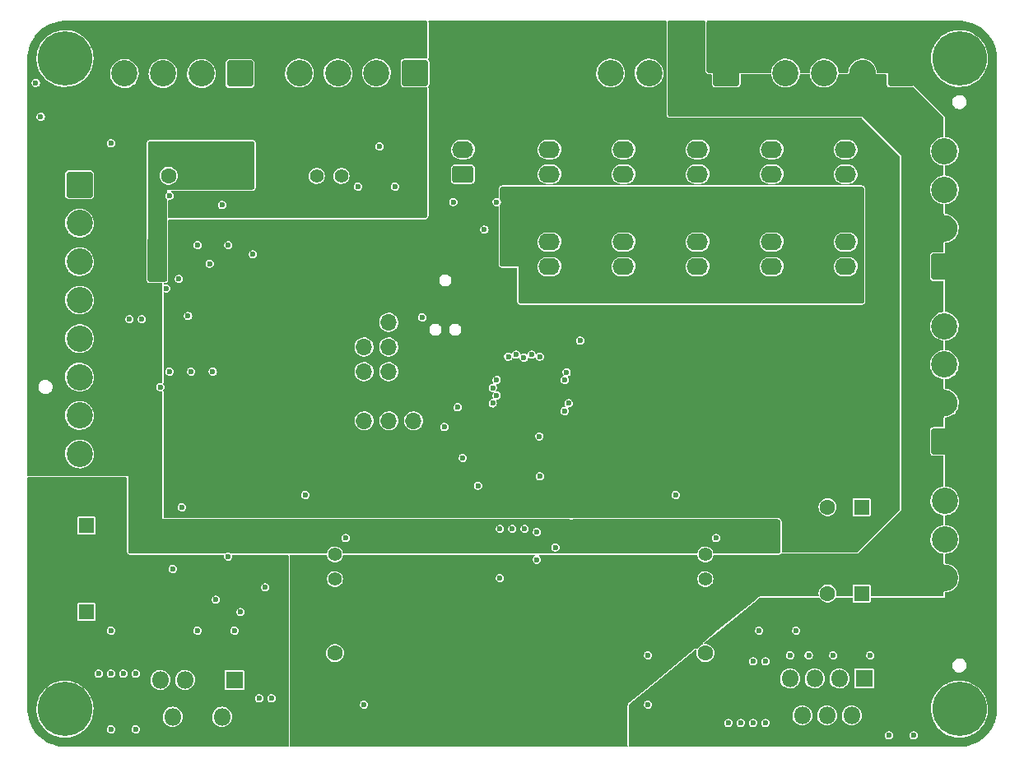
<source format=gbr>
%TF.GenerationSoftware,KiCad,Pcbnew,(5.99.0-11012-g5d9c1dd75a)*%
%TF.CreationDate,2021-06-14T21:45:00+02:00*%
%TF.ProjectId,Power-Supply,506f7765-722d-4537-9570-706c792e6b69,rev?*%
%TF.SameCoordinates,Original*%
%TF.FileFunction,Copper,L3,Inr*%
%TF.FilePolarity,Positive*%
%FSLAX46Y46*%
G04 Gerber Fmt 4.6, Leading zero omitted, Abs format (unit mm)*
G04 Created by KiCad (PCBNEW (5.99.0-11012-g5d9c1dd75a)) date 2021-06-14 21:45:00*
%MOMM*%
%LPD*%
G01*
G04 APERTURE LIST*
G04 Aperture macros list*
%AMRoundRect*
0 Rectangle with rounded corners*
0 $1 Rounding radius*
0 $2 $3 $4 $5 $6 $7 $8 $9 X,Y pos of 4 corners*
0 Add a 4 corners polygon primitive as box body*
4,1,4,$2,$3,$4,$5,$6,$7,$8,$9,$2,$3,0*
0 Add four circle primitives for the rounded corners*
1,1,$1+$1,$2,$3*
1,1,$1+$1,$4,$5*
1,1,$1+$1,$6,$7*
1,1,$1+$1,$8,$9*
0 Add four rect primitives between the rounded corners*
20,1,$1+$1,$2,$3,$4,$5,0*
20,1,$1+$1,$4,$5,$6,$7,0*
20,1,$1+$1,$6,$7,$8,$9,0*
20,1,$1+$1,$8,$9,$2,$3,0*%
G04 Aperture macros list end*
%TA.AperFunction,ComponentPad*%
%ADD10R,1.800000X1.800000*%
%TD*%
%TA.AperFunction,ComponentPad*%
%ADD11O,1.800000X1.800000*%
%TD*%
%TA.AperFunction,ComponentPad*%
%ADD12C,5.600000*%
%TD*%
%TA.AperFunction,ComponentPad*%
%ADD13RoundRect,0.250001X1.099999X1.099999X-1.099999X1.099999X-1.099999X-1.099999X1.099999X-1.099999X0*%
%TD*%
%TA.AperFunction,ComponentPad*%
%ADD14C,2.700000*%
%TD*%
%TA.AperFunction,ComponentPad*%
%ADD15RoundRect,0.250001X1.099999X-1.099999X1.099999X1.099999X-1.099999X1.099999X-1.099999X-1.099999X0*%
%TD*%
%TA.AperFunction,ComponentPad*%
%ADD16R,1.600000X1.600000*%
%TD*%
%TA.AperFunction,ComponentPad*%
%ADD17C,1.600000*%
%TD*%
%TA.AperFunction,ComponentPad*%
%ADD18RoundRect,0.250001X-1.099999X1.099999X-1.099999X-1.099999X1.099999X-1.099999X1.099999X1.099999X0*%
%TD*%
%TA.AperFunction,ComponentPad*%
%ADD19C,1.400000*%
%TD*%
%TA.AperFunction,ComponentPad*%
%ADD20R,1.700000X1.700000*%
%TD*%
%TA.AperFunction,ComponentPad*%
%ADD21O,1.700000X1.700000*%
%TD*%
%TA.AperFunction,ComponentPad*%
%ADD22RoundRect,0.250000X0.845000X-0.620000X0.845000X0.620000X-0.845000X0.620000X-0.845000X-0.620000X0*%
%TD*%
%TA.AperFunction,ComponentPad*%
%ADD23O,2.190000X1.740000*%
%TD*%
%TA.AperFunction,ViaPad*%
%ADD24C,0.600000*%
%TD*%
G04 APERTURE END LIST*
D10*
%TO.N,Net-(R2-Pad2)*%
%TO.C,U1*%
X186195000Y-130340000D03*
D11*
%TO.N,Net-(C4-Pad2)*%
X184925000Y-134140000D03*
%TO.N,/Microcontroller/ADC_I_13V5*%
X183655000Y-130340000D03*
%TO.N,/Positive Supply/13V5_OUT*%
X182385000Y-134140000D03*
%TO.N,/Microcontroller/ADC_T_13V5*%
X181115000Y-130340000D03*
%TO.N,/Positive Supply/13V5_IN*%
X179845000Y-134140000D03*
%TO.N,unconnected-(U1-Pad7)*%
X178575000Y-130340000D03*
%TD*%
D10*
%TO.N,Net-(R8-Pad2)*%
%TO.C,U3*%
X121425000Y-130480000D03*
D11*
%TO.N,/Negative Supply/~{ADC_I_-13V5}*%
X120155000Y-134280000D03*
%TO.N,/Negative Supply/-13V5_IN*%
X118885000Y-130480000D03*
X117615000Y-134280000D03*
%TO.N,Net-(C8-Pad2)*%
X116345000Y-130480000D03*
%TO.N,GND*%
X115075000Y-134280000D03*
%TO.N,/Negative Supply/-13V5_OUT*%
X113805000Y-130480000D03*
%TD*%
D12*
%TO.N,Earth*%
%TO.C,H1*%
X104000000Y-66500000D03*
%TD*%
%TO.N,Earth*%
%TO.C,H2*%
X196000000Y-66500000D03*
%TD*%
%TO.N,Earth*%
%TO.C,H4*%
X196000000Y-133500000D03*
%TD*%
D13*
%TO.N,/Positive Supply/13V5*%
%TO.C,J5*%
X172000000Y-68000000D03*
D14*
%TO.N,/Negative Supply/-13V5*%
X168040000Y-68000000D03*
%TO.N,GND*%
X164080000Y-68000000D03*
%TO.N,/Digital Supply/5V0*%
X160120000Y-68000000D03*
%TD*%
D13*
%TO.N,/Positive Supply/13V5*%
%TO.C,J4*%
X190000000Y-68000000D03*
D14*
%TO.N,/Negative Supply/-13V5*%
X186040000Y-68000000D03*
%TO.N,GND*%
X182080000Y-68000000D03*
%TO.N,/Digital Supply/5V0*%
X178120000Y-68000000D03*
%TD*%
D15*
%TO.N,/Positive Supply/13V5*%
%TO.C,J3*%
X194450000Y-87940000D03*
D14*
%TO.N,/Negative Supply/-13V5*%
X194450000Y-83980000D03*
%TO.N,GND*%
X194450000Y-80020000D03*
%TO.N,/Digital Supply/5V0*%
X194450000Y-76060000D03*
%TD*%
D12*
%TO.N,Earth*%
%TO.C,H3*%
X104000000Y-133500000D03*
%TD*%
D15*
%TO.N,/Positive Supply/13V5*%
%TO.C,J6*%
X194500000Y-123940000D03*
D14*
%TO.N,/Negative Supply/-13V5*%
X194500000Y-119980000D03*
%TO.N,GND*%
X194500000Y-116020000D03*
%TO.N,/Digital Supply/5V0*%
X194500000Y-112060000D03*
%TD*%
D16*
%TO.N,/Positive Supply/13V5_IN*%
%TO.C,C15*%
X185942651Y-121590000D03*
D17*
%TO.N,GND*%
X182442651Y-121590000D03*
%TD*%
D16*
%TO.N,GND*%
%TO.C,C17*%
X106185000Y-114605000D03*
D17*
%TO.N,/Negative Supply/-13V5_IN*%
X102685000Y-114605000D03*
%TD*%
D14*
%TO.N,Net-(F2-Pad2)*%
%TO.C,J9*%
X105500000Y-107220000D03*
%TO.N,Net-(F3-Pad2)*%
X105500000Y-103260000D03*
X105500000Y-99300000D03*
%TO.N,GND*%
X105500000Y-95340000D03*
X105500000Y-91380000D03*
X105500000Y-87420000D03*
%TO.N,Net-(F1-Pad2)*%
X105500000Y-83460000D03*
D18*
X105500000Y-79500000D03*
%TD*%
D16*
%TO.N,/Positive Supply/13V5_IN*%
%TO.C,C14*%
X185942651Y-112700000D03*
D17*
%TO.N,GND*%
X182442651Y-112700000D03*
%TD*%
D16*
%TO.N,GND*%
%TO.C,C16*%
X106185000Y-123495000D03*
D17*
%TO.N,/Negative Supply/-13V5_IN*%
X102685000Y-123495000D03*
%TD*%
D13*
%TO.N,/Digital Supply/5V0*%
%TO.C,J8*%
X140000000Y-68000000D03*
D14*
X136040000Y-68000000D03*
%TO.N,GND*%
X132080000Y-68000000D03*
X128120000Y-68000000D03*
%TD*%
D13*
%TO.N,/Digital Supply/5V0*%
%TO.C,J7*%
X122000000Y-68050000D03*
D14*
X118040000Y-68050000D03*
%TO.N,GND*%
X114080000Y-68050000D03*
X110120000Y-68050000D03*
%TD*%
D15*
%TO.N,/Positive Supply/13V5*%
%TO.C,J2*%
X194450000Y-105940000D03*
D14*
%TO.N,/Negative Supply/-13V5*%
X194450000Y-101980000D03*
%TO.N,GND*%
X194450000Y-98020000D03*
%TO.N,/Digital Supply/5V0*%
X194450000Y-94060000D03*
%TD*%
D17*
%TO.N,/Digital Supply/5V0*%
%TO.C,K3*%
X114655000Y-78592086D03*
%TO.N,Net-(K3-Pad14)*%
X122275000Y-78592086D03*
D19*
%TO.N,Net-(D3-Pad2)*%
X132435000Y-78592086D03*
%TO.N,Net-(D3-Pad1)*%
X129895000Y-78592086D03*
%TD*%
D20*
%TO.N,/Digital Supply/3V3*%
%TO.C,J22*%
X132230000Y-103810000D03*
D21*
%TO.N,/Microcontroller/UART_TX*%
X134770000Y-103810000D03*
%TO.N,/Microcontroller/UART_RX*%
X137310000Y-103810000D03*
%TO.N,GND*%
X139850000Y-103810000D03*
%TD*%
D22*
%TO.N,Net-(F4-Pad1)*%
%TO.C,J10*%
X176690000Y-80950000D03*
D23*
%TO.N,/Microcontroller/ONEWIRE*%
X176690000Y-78410000D03*
%TO.N,GND*%
X176690000Y-75870000D03*
%TD*%
D22*
%TO.N,Net-(F4-Pad1)*%
%TO.C,J11*%
X169070000Y-80950000D03*
D23*
%TO.N,/Microcontroller/ONEWIRE*%
X169070000Y-78410000D03*
%TO.N,GND*%
X169070000Y-75870000D03*
%TD*%
D17*
%TO.N,/Positive Supply/13V5*%
%TO.C,K1*%
X169867086Y-135345000D03*
%TO.N,/Positive Supply/13V5_PRE_RELAIS*%
X169867086Y-127725000D03*
D19*
%TO.N,Net-(D1-Pad2)*%
X169867086Y-117565000D03*
%TO.N,Net-(D1-Pad1)*%
X169867086Y-120105000D03*
%TD*%
D22*
%TO.N,Net-(F4-Pad1)*%
%TO.C,J14*%
X161450000Y-90475000D03*
D23*
%TO.N,/Microcontroller/ONEWIRE*%
X161450000Y-87935000D03*
%TO.N,GND*%
X161450000Y-85395000D03*
%TD*%
D20*
%TO.N,/Digital Supply/3V3*%
%TO.C,J18*%
X134755000Y-93665000D03*
D21*
%TO.N,/Microcontroller/SPI_NSS*%
X137295000Y-93665000D03*
%TO.N,/Microcontroller/SPI1_MISO*%
X134755000Y-96205000D03*
%TO.N,/Microcontroller/SPI_SCK*%
X137295000Y-96205000D03*
%TO.N,/Microcontroller/SPI1_MOSI*%
X134755000Y-98745000D03*
%TO.N,GND*%
X137295000Y-98745000D03*
%TD*%
D22*
%TO.N,Net-(F4-Pad1)*%
%TO.C,J16*%
X184310000Y-90475000D03*
D23*
%TO.N,/Microcontroller/ONEWIRE*%
X184310000Y-87935000D03*
%TO.N,GND*%
X184310000Y-85395000D03*
%TD*%
D22*
%TO.N,Net-(F4-Pad1)*%
%TO.C,J13*%
X176690000Y-90475000D03*
D23*
%TO.N,/Microcontroller/ONEWIRE*%
X176690000Y-87935000D03*
%TO.N,GND*%
X176690000Y-85395000D03*
%TD*%
D22*
%TO.N,Net-(F4-Pad1)*%
%TO.C,J12*%
X184290000Y-80950000D03*
D23*
%TO.N,/Microcontroller/ONEWIRE*%
X184290000Y-78410000D03*
%TO.N,GND*%
X184290000Y-75870000D03*
%TD*%
D17*
%TO.N,/Negative Supply/-13V5*%
%TO.C,K2*%
X131767086Y-135345000D03*
%TO.N,/Negative Supply/-13V5_PRE_RELAIS*%
X131767086Y-127725000D03*
D19*
%TO.N,Net-(D2-Pad2)*%
X131767086Y-117565000D03*
%TO.N,Net-(D2-Pad1)*%
X131767086Y-120105000D03*
%TD*%
D22*
%TO.N,Net-(F4-Pad1)*%
%TO.C,J17*%
X153830000Y-80950000D03*
D23*
%TO.N,/Microcontroller/ONEWIRE*%
X153830000Y-78410000D03*
%TO.N,GND*%
X153830000Y-75870000D03*
%TD*%
D22*
%TO.N,Net-(F4-Pad1)*%
%TO.C,J19*%
X153830000Y-90475000D03*
D23*
%TO.N,/Microcontroller/ONEWIRE*%
X153830000Y-87935000D03*
%TO.N,GND*%
X153830000Y-85395000D03*
%TD*%
D22*
%TO.N,Net-(D12-Pad1)*%
%TO.C,J21*%
X144940000Y-78410000D03*
D23*
%TO.N,Net-(D12-Pad2)*%
X144940000Y-75870000D03*
%TD*%
D22*
%TO.N,Net-(F4-Pad1)*%
%TO.C,J20*%
X169070000Y-90475000D03*
D23*
%TO.N,/Microcontroller/ONEWIRE*%
X169070000Y-87935000D03*
%TO.N,GND*%
X169070000Y-85395000D03*
%TD*%
D22*
%TO.N,Net-(F4-Pad1)*%
%TO.C,J15*%
X161450000Y-80950000D03*
D23*
%TO.N,/Microcontroller/ONEWIRE*%
X161450000Y-78410000D03*
%TO.N,GND*%
X161450000Y-75870000D03*
%TD*%
D24*
%TO.N,/Digital Supply/3V3*%
X140750000Y-90661152D03*
%TO.N,GND*%
X140750000Y-93145000D03*
X116027500Y-112700000D03*
%TO.N,/Digital Supply/ADC_I_5V0*%
X120790000Y-85712500D03*
%TO.N,/Digital Supply/ADC_U_5V0*%
X115710000Y-89178500D03*
%TO.N,/Digital Supply/ADC_I_5V0*%
X148400000Y-99600000D03*
%TO.N,/Digital Supply/ADC_U_5V0*%
X148000000Y-100400000D03*
%TO.N,/Digital Supply/ENABLE_5V0*%
X137935000Y-79680000D03*
%TO.N,/Microcontroller/FAN*%
X148412500Y-81267500D03*
%TO.N,/Digital Supply/ENABLE_5V0*%
X155600000Y-98800000D03*
%TO.N,/Microcontroller/FAN*%
X155400000Y-99600000D03*
%TO.N,/Microcontroller/ADC_I_13V5*%
X183020000Y-127940000D03*
%TO.N,/Microcontroller/ADC_T_13V5*%
X180506500Y-127940000D03*
%TO.N,/Microcontroller/ADC_U_13V5*%
X175400000Y-125400000D03*
%TO.N,/Microcontroller/ADC_I_13V5*%
X155800000Y-102000000D03*
%TO.N,/Microcontroller/ADC_T_13V5*%
X155400000Y-102800000D03*
%TO.N,/Microcontroller/ADC_U_13V5*%
X152800000Y-105400000D03*
%TO.N,GND*%
X146507500Y-110477500D03*
X152857500Y-109525000D03*
%TO.N,/Microcontroller/ADC_I_-13V5*%
X124600000Y-120955000D03*
%TO.N,/Microcontroller/ADC_U_-13V5*%
X115075000Y-119050000D03*
X148400000Y-101200000D03*
%TO.N,/Microcontroller/ADC_I_-13V5*%
X148000000Y-102000000D03*
%TO.N,/Digital Supply/3V3*%
X156032500Y-113544000D03*
%TO.N,GND*%
X143967500Y-81267500D03*
X147142500Y-84125000D03*
X152540000Y-118097500D03*
%TO.N,/Microcontroller/~{LED_OE}*%
X148730000Y-120002500D03*
%TO.N,/Microcontroller/LED_SDI*%
X151270000Y-114922500D03*
%TO.N,/Microcontroller/LED_LE*%
X148730000Y-114922500D03*
%TO.N,/Microcontroller/LED_CLK*%
X150000000Y-114922500D03*
%TO.N,/Microcontroller/LED_LE*%
X149600000Y-97200000D03*
%TO.N,/Microcontroller/~{LED_OE}*%
X152000000Y-97000000D03*
%TO.N,/Microcontroller/LED_SDI*%
X151200000Y-97300000D03*
%TO.N,/Microcontroller/LED_CLK*%
X150400000Y-97000000D03*
%TO.N,GND*%
X144400000Y-102400000D03*
X152857500Y-97200000D03*
X154445000Y-116827500D03*
%TO.N,/Digital Supply/3V3*%
X154762500Y-107937500D03*
%TO.N,GND*%
X144920000Y-107620000D03*
X143015000Y-104445000D03*
X156985000Y-95555000D03*
%TO.N,/Digital Supply/3V3*%
X153810000Y-95555000D03*
X146190000Y-104445000D03*
%TO.N,GND*%
X152540000Y-115240000D03*
X101500000Y-72500000D03*
X163970000Y-127940000D03*
X110632500Y-93332500D03*
X172225000Y-134925000D03*
X128727500Y-111430000D03*
X111265000Y-135560000D03*
X123330000Y-86665000D03*
X176035000Y-134925000D03*
X108725000Y-129845000D03*
X136347500Y-75552500D03*
X186830000Y-127940000D03*
X132855000Y-115875000D03*
X125235000Y-132385000D03*
X107455000Y-129845000D03*
X120790000Y-117780000D03*
X118885000Y-87617500D03*
X108725000Y-135560000D03*
X122060000Y-123495000D03*
X174765000Y-128575000D03*
X166827500Y-111430000D03*
X114757500Y-98730000D03*
X119520000Y-122225000D03*
X170955000Y-115875000D03*
X163970000Y-133020000D03*
X108725000Y-75235000D03*
X134760000Y-133020000D03*
X119202500Y-98730000D03*
X109995000Y-129845000D03*
X188735000Y-136195000D03*
X134125000Y-79680000D03*
X178575000Y-127940000D03*
X111265000Y-129845000D03*
X114757500Y-80632500D03*
X117615000Y-85712500D03*
X116980000Y-98730000D03*
X179210000Y-125400000D03*
X191275000Y-136195000D03*
X111900000Y-93332500D03*
X117615000Y-125400000D03*
X173495000Y-134925000D03*
X176035000Y-128575000D03*
X113805000Y-100317500D03*
X123965000Y-132385000D03*
X116662500Y-93015000D03*
X108725000Y-125400000D03*
X114440000Y-90157500D03*
X174765000Y-134925000D03*
X120155000Y-81585000D03*
%TO.N,Earth*%
X101000000Y-69000000D03*
%TO.N,/Positive Supply/13V5*%
X166000000Y-135000000D03*
X168000000Y-135000000D03*
X166000000Y-136000000D03*
X168000000Y-136000000D03*
X167000000Y-135000000D03*
X167000000Y-136000000D03*
%TO.N,/Negative Supply/-13V5*%
X128000000Y-135000000D03*
X129000000Y-136000000D03*
X129000000Y-135000000D03*
X130000000Y-136000000D03*
X128000000Y-136000000D03*
X130000000Y-135000000D03*
%TO.N,/Digital Supply/15V*%
X126505000Y-115875000D03*
X123965000Y-116510000D03*
X140475613Y-82222906D03*
X113500000Y-104000000D03*
X177000000Y-117000000D03*
X112500000Y-105000000D03*
X125235000Y-115875000D03*
X139204387Y-82222906D03*
X123965000Y-82220000D03*
X163335000Y-115875000D03*
X176000000Y-116000000D03*
X164605000Y-115875000D03*
X123965000Y-80950000D03*
X177000000Y-116000000D03*
X113500000Y-105000000D03*
X176000000Y-117000000D03*
X112500000Y-104000000D03*
%TO.N,/Digital Supply/3V3*%
X115710000Y-85077500D03*
X149365000Y-89840000D03*
X119000000Y-93500000D03*
X120000000Y-94500000D03*
X120000000Y-93500000D03*
X117615000Y-87617500D03*
X119000000Y-94500000D03*
X121425000Y-87617500D03*
%TO.N,Net-(F4-Pad1)*%
X149365000Y-86030000D03*
%TO.N,Net-(K3-Pad14)*%
X113000000Y-88000000D03*
X113000000Y-89000000D03*
X114000000Y-89000000D03*
X114000000Y-88000000D03*
%TO.N,/Negative Supply/~{ADC_I_-13V5}*%
X121425000Y-125400000D03*
%TO.N,/Negative Supply/-13V5_IN*%
X109360000Y-111430000D03*
X108090000Y-111430000D03*
X123965000Y-133655000D03*
X109360000Y-110160000D03*
X108090000Y-110160000D03*
X125235000Y-133655000D03*
%TD*%
%TA.AperFunction,Conductor*%
%TO.N,/Digital Supply/3V3*%
G36*
X165863812Y-62645306D02*
G01*
X165882118Y-62689500D01*
X165880916Y-62701697D01*
X165876853Y-62722117D01*
X165876835Y-62722209D01*
X165876634Y-62723221D01*
X165874813Y-62735513D01*
X165873612Y-62747706D01*
X165873000Y-62760155D01*
X165873000Y-72239845D01*
X165873612Y-72252294D01*
X165874813Y-72264487D01*
X165876641Y-72276814D01*
X165892349Y-72355784D01*
X165899576Y-72379608D01*
X165908908Y-72402138D01*
X165920645Y-72424096D01*
X165961892Y-72485826D01*
X165977685Y-72505071D01*
X165994929Y-72522315D01*
X166014174Y-72538108D01*
X166075904Y-72579355D01*
X166097863Y-72591092D01*
X166120391Y-72600423D01*
X166121851Y-72600866D01*
X166121854Y-72600867D01*
X166135032Y-72604865D01*
X166144213Y-72607650D01*
X166223185Y-72623359D01*
X166235513Y-72625187D01*
X166236272Y-72625262D01*
X166236282Y-72625263D01*
X166246950Y-72626314D01*
X166246969Y-72626315D01*
X166247706Y-72626388D01*
X166248454Y-72626425D01*
X166248457Y-72626425D01*
X166259414Y-72626964D01*
X166259431Y-72626964D01*
X166260155Y-72627000D01*
X185921506Y-72627000D01*
X185965700Y-72645306D01*
X189854694Y-76534300D01*
X189873000Y-76578494D01*
X189873000Y-112921506D01*
X189854694Y-112965700D01*
X185465700Y-117354694D01*
X185421506Y-117373000D01*
X177775382Y-117373000D01*
X177731188Y-117354694D01*
X177712882Y-117310500D01*
X177714082Y-117298313D01*
X177718359Y-117276811D01*
X177720187Y-117264487D01*
X177721388Y-117252295D01*
X177722000Y-117239845D01*
X177722000Y-114205155D01*
X177721388Y-114192706D01*
X177720187Y-114180513D01*
X177718359Y-114168186D01*
X177702651Y-114089216D01*
X177695424Y-114065392D01*
X177686092Y-114042862D01*
X177674355Y-114020904D01*
X177633108Y-113959174D01*
X177617315Y-113939929D01*
X177600071Y-113922685D01*
X177580825Y-113906891D01*
X177519094Y-113865644D01*
X177507057Y-113859210D01*
X177498493Y-113854632D01*
X177498488Y-113854630D01*
X177497138Y-113853908D01*
X177474611Y-113844577D01*
X177450787Y-113837350D01*
X177371814Y-113821641D01*
X177359487Y-113819813D01*
X177355831Y-113819453D01*
X177348051Y-113818686D01*
X177348032Y-113818685D01*
X177347295Y-113818612D01*
X177346547Y-113818575D01*
X177346544Y-113818575D01*
X177335586Y-113818036D01*
X177335569Y-113818036D01*
X177334845Y-113818000D01*
X156204301Y-113818000D01*
X156181484Y-113820066D01*
X156180100Y-113820319D01*
X156180091Y-113820320D01*
X156173457Y-113821532D01*
X156162889Y-113823462D01*
X156161897Y-113823820D01*
X156158555Y-113823957D01*
X156158655Y-113824423D01*
X156154106Y-113825402D01*
X156154103Y-113825403D01*
X156154088Y-113825406D01*
X156154079Y-113825409D01*
X156087829Y-113839672D01*
X156082599Y-113840798D01*
X156060778Y-113845496D01*
X156042231Y-113846663D01*
X155995333Y-113842601D01*
X155970878Y-113840483D01*
X155952813Y-113836146D01*
X155942226Y-113831858D01*
X155940781Y-113831429D01*
X155920274Y-113825341D01*
X155920268Y-113825340D01*
X155918838Y-113824915D01*
X155917371Y-113824629D01*
X155917366Y-113824628D01*
X155908998Y-113822998D01*
X155895375Y-113820344D01*
X155871090Y-113818000D01*
X114189500Y-113818000D01*
X114145306Y-113799694D01*
X114127000Y-113755500D01*
X114127000Y-112760940D01*
X115599315Y-112760940D01*
X115636162Y-112884150D01*
X115707610Y-112991078D01*
X115807340Y-113072271D01*
X115926535Y-113120550D01*
X115931186Y-113120953D01*
X115931187Y-113120953D01*
X116050001Y-113131244D01*
X116050003Y-113131244D01*
X116054657Y-113131647D01*
X116180378Y-113104580D01*
X116292582Y-113041742D01*
X116381350Y-112948690D01*
X116438832Y-112833650D01*
X116459947Y-112706793D01*
X116460000Y-112700000D01*
X181510151Y-112700000D01*
X181530528Y-112893878D01*
X181590770Y-113079282D01*
X181688243Y-113248110D01*
X181818687Y-113392983D01*
X181976401Y-113507569D01*
X182154493Y-113586860D01*
X182157700Y-113587542D01*
X182157701Y-113587542D01*
X182341969Y-113626710D01*
X182345178Y-113627392D01*
X182540124Y-113627392D01*
X182543333Y-113626710D01*
X182727601Y-113587542D01*
X182727602Y-113587542D01*
X182730809Y-113586860D01*
X182908901Y-113507569D01*
X183066615Y-113392983D01*
X183197059Y-113248110D01*
X183294532Y-113079282D01*
X183354774Y-112893878D01*
X183375151Y-112700000D01*
X183354774Y-112506122D01*
X183294532Y-112320718D01*
X183197059Y-112151890D01*
X183066615Y-112007017D01*
X182919319Y-111900000D01*
X185010151Y-111900000D01*
X185010151Y-113500000D01*
X185010750Y-113503010D01*
X185010750Y-113503013D01*
X185011921Y-113508899D01*
X185020237Y-113550706D01*
X185048959Y-113593692D01*
X185091945Y-113622414D01*
X185113543Y-113626710D01*
X185139638Y-113631901D01*
X185139641Y-113631901D01*
X185142651Y-113632500D01*
X186742651Y-113632500D01*
X186745661Y-113631901D01*
X186745664Y-113631901D01*
X186771759Y-113626710D01*
X186793357Y-113622414D01*
X186836343Y-113593692D01*
X186865065Y-113550706D01*
X186873381Y-113508899D01*
X186874552Y-113503013D01*
X186874552Y-113503010D01*
X186875151Y-113500000D01*
X186875151Y-111900000D01*
X186873646Y-111892431D01*
X186866266Y-111855333D01*
X186865065Y-111849294D01*
X186836343Y-111806308D01*
X186793357Y-111777586D01*
X186763977Y-111771742D01*
X186745664Y-111768099D01*
X186745661Y-111768099D01*
X186742651Y-111767500D01*
X185142651Y-111767500D01*
X185139641Y-111768099D01*
X185139638Y-111768099D01*
X185121325Y-111771742D01*
X185091945Y-111777586D01*
X185048959Y-111806308D01*
X185020237Y-111849294D01*
X185019036Y-111855333D01*
X185011657Y-111892431D01*
X185010151Y-111900000D01*
X182919319Y-111900000D01*
X182908901Y-111892431D01*
X182839759Y-111861647D01*
X182733803Y-111814473D01*
X182730809Y-111813140D01*
X182727602Y-111812458D01*
X182727601Y-111812458D01*
X182543333Y-111773290D01*
X182543332Y-111773290D01*
X182540124Y-111772608D01*
X182345178Y-111772608D01*
X182341970Y-111773290D01*
X182341969Y-111773290D01*
X182157701Y-111812458D01*
X182157700Y-111812458D01*
X182154493Y-111813140D01*
X182151499Y-111814473D01*
X182045544Y-111861647D01*
X181976401Y-111892431D01*
X181818687Y-112007017D01*
X181688243Y-112151890D01*
X181590770Y-112320718D01*
X181530528Y-112506122D01*
X181510151Y-112700000D01*
X116460000Y-112700000D01*
X116440880Y-112572828D01*
X116385212Y-112456899D01*
X116297917Y-112362464D01*
X116186714Y-112297872D01*
X116100620Y-112277916D01*
X116065982Y-112269887D01*
X116065981Y-112269887D01*
X116061434Y-112268833D01*
X115933153Y-112277916D01*
X115928795Y-112279602D01*
X115822517Y-112320718D01*
X115813214Y-112324317D01*
X115809547Y-112327208D01*
X115809545Y-112327209D01*
X115715893Y-112401038D01*
X115712221Y-112403933D01*
X115709565Y-112407776D01*
X115709563Y-112407778D01*
X115675614Y-112456899D01*
X115639103Y-112509726D01*
X115600325Y-112632342D01*
X115599315Y-112760940D01*
X114127000Y-112760940D01*
X114127000Y-111490940D01*
X128299315Y-111490940D01*
X128336162Y-111614150D01*
X128407610Y-111721078D01*
X128507340Y-111802271D01*
X128626535Y-111850550D01*
X128631186Y-111850953D01*
X128631187Y-111850953D01*
X128750001Y-111861244D01*
X128750003Y-111861244D01*
X128754657Y-111861647D01*
X128880378Y-111834580D01*
X128943339Y-111799320D01*
X128988504Y-111774026D01*
X128988505Y-111774025D01*
X128992582Y-111771742D01*
X129081350Y-111678690D01*
X129138832Y-111563650D01*
X129150934Y-111490940D01*
X166399315Y-111490940D01*
X166436162Y-111614150D01*
X166507610Y-111721078D01*
X166607340Y-111802271D01*
X166726535Y-111850550D01*
X166731186Y-111850953D01*
X166731187Y-111850953D01*
X166850001Y-111861244D01*
X166850003Y-111861244D01*
X166854657Y-111861647D01*
X166980378Y-111834580D01*
X167043339Y-111799320D01*
X167088504Y-111774026D01*
X167088505Y-111774025D01*
X167092582Y-111771742D01*
X167181350Y-111678690D01*
X167238832Y-111563650D01*
X167259947Y-111436793D01*
X167260000Y-111430000D01*
X167240880Y-111302828D01*
X167185212Y-111186899D01*
X167097917Y-111092464D01*
X166986714Y-111027872D01*
X166900620Y-111007916D01*
X166865982Y-110999887D01*
X166865981Y-110999887D01*
X166861434Y-110998833D01*
X166733153Y-111007916D01*
X166613214Y-111054317D01*
X166609547Y-111057208D01*
X166609545Y-111057209D01*
X166515893Y-111131038D01*
X166512221Y-111133933D01*
X166509565Y-111137776D01*
X166509563Y-111137778D01*
X166475614Y-111186899D01*
X166439103Y-111239726D01*
X166400325Y-111362342D01*
X166399315Y-111490940D01*
X129150934Y-111490940D01*
X129159947Y-111436793D01*
X129160000Y-111430000D01*
X129140880Y-111302828D01*
X129085212Y-111186899D01*
X128997917Y-111092464D01*
X128886714Y-111027872D01*
X128800620Y-111007916D01*
X128765982Y-110999887D01*
X128765981Y-110999887D01*
X128761434Y-110998833D01*
X128633153Y-111007916D01*
X128513214Y-111054317D01*
X128509547Y-111057208D01*
X128509545Y-111057209D01*
X128415893Y-111131038D01*
X128412221Y-111133933D01*
X128409565Y-111137776D01*
X128409563Y-111137778D01*
X128375614Y-111186899D01*
X128339103Y-111239726D01*
X128300325Y-111362342D01*
X128299315Y-111490940D01*
X114127000Y-111490940D01*
X114127000Y-110538440D01*
X146079315Y-110538440D01*
X146116162Y-110661650D01*
X146187610Y-110768578D01*
X146287340Y-110849771D01*
X146406535Y-110898050D01*
X146411186Y-110898453D01*
X146411187Y-110898453D01*
X146530001Y-110908744D01*
X146530003Y-110908744D01*
X146534657Y-110909147D01*
X146660378Y-110882080D01*
X146772582Y-110819242D01*
X146861350Y-110726190D01*
X146918832Y-110611150D01*
X146939947Y-110484293D01*
X146940000Y-110477500D01*
X146920880Y-110350328D01*
X146865212Y-110234399D01*
X146777917Y-110139964D01*
X146666714Y-110075372D01*
X146580620Y-110055416D01*
X146545982Y-110047387D01*
X146545981Y-110047387D01*
X146541434Y-110046333D01*
X146413153Y-110055416D01*
X146293214Y-110101817D01*
X146289547Y-110104708D01*
X146289545Y-110104709D01*
X146195893Y-110178538D01*
X146192221Y-110181433D01*
X146189565Y-110185276D01*
X146189563Y-110185278D01*
X146155614Y-110234399D01*
X146119103Y-110287226D01*
X146080325Y-110409842D01*
X146079315Y-110538440D01*
X114127000Y-110538440D01*
X114127000Y-109585940D01*
X152429315Y-109585940D01*
X152466162Y-109709150D01*
X152537610Y-109816078D01*
X152637340Y-109897271D01*
X152756535Y-109945550D01*
X152761186Y-109945953D01*
X152761187Y-109945953D01*
X152880001Y-109956244D01*
X152880003Y-109956244D01*
X152884657Y-109956647D01*
X153010378Y-109929580D01*
X153122582Y-109866742D01*
X153211350Y-109773690D01*
X153268832Y-109658650D01*
X153289947Y-109531793D01*
X153290000Y-109525000D01*
X153270880Y-109397828D01*
X153215212Y-109281899D01*
X153127917Y-109187464D01*
X153016714Y-109122872D01*
X152930620Y-109102916D01*
X152895982Y-109094887D01*
X152895981Y-109094887D01*
X152891434Y-109093833D01*
X152763153Y-109102916D01*
X152643214Y-109149317D01*
X152639547Y-109152208D01*
X152639545Y-109152209D01*
X152545893Y-109226038D01*
X152542221Y-109228933D01*
X152539565Y-109232776D01*
X152539563Y-109232778D01*
X152505614Y-109281899D01*
X152469103Y-109334726D01*
X152430325Y-109457342D01*
X152429315Y-109585940D01*
X114127000Y-109585940D01*
X114127000Y-107680940D01*
X144491815Y-107680940D01*
X144528662Y-107804150D01*
X144600110Y-107911078D01*
X144699840Y-107992271D01*
X144819035Y-108040550D01*
X144823686Y-108040953D01*
X144823687Y-108040953D01*
X144942501Y-108051244D01*
X144942503Y-108051244D01*
X144947157Y-108051647D01*
X145072878Y-108024580D01*
X145185082Y-107961742D01*
X145273850Y-107868690D01*
X145331332Y-107753650D01*
X145352447Y-107626793D01*
X145352500Y-107620000D01*
X145333380Y-107492828D01*
X145277712Y-107376899D01*
X145190417Y-107282464D01*
X145079214Y-107217872D01*
X144993120Y-107197916D01*
X144958482Y-107189887D01*
X144958481Y-107189887D01*
X144953934Y-107188833D01*
X144825653Y-107197916D01*
X144705714Y-107244317D01*
X144702047Y-107247208D01*
X144702045Y-107247209D01*
X144608393Y-107321038D01*
X144604721Y-107323933D01*
X144602065Y-107327776D01*
X144602063Y-107327778D01*
X144568114Y-107376899D01*
X144531603Y-107429726D01*
X144492825Y-107552342D01*
X144491815Y-107680940D01*
X114127000Y-107680940D01*
X114127000Y-105460940D01*
X152371815Y-105460940D01*
X152408662Y-105584150D01*
X152480110Y-105691078D01*
X152579840Y-105772271D01*
X152699035Y-105820550D01*
X152703686Y-105820953D01*
X152703687Y-105820953D01*
X152822501Y-105831244D01*
X152822503Y-105831244D01*
X152827157Y-105831647D01*
X152952878Y-105804580D01*
X153065082Y-105741742D01*
X153153850Y-105648690D01*
X153211332Y-105533650D01*
X153232447Y-105406793D01*
X153232500Y-105400000D01*
X153213380Y-105272828D01*
X153157712Y-105156899D01*
X153070417Y-105062464D01*
X152959214Y-104997872D01*
X152873120Y-104977916D01*
X152838482Y-104969887D01*
X152838481Y-104969887D01*
X152833934Y-104968833D01*
X152705653Y-104977916D01*
X152585714Y-105024317D01*
X152582047Y-105027208D01*
X152582045Y-105027209D01*
X152488393Y-105101038D01*
X152484721Y-105103933D01*
X152482065Y-105107776D01*
X152482063Y-105107778D01*
X152448114Y-105156899D01*
X152411603Y-105209726D01*
X152372825Y-105332342D01*
X152371815Y-105460940D01*
X114127000Y-105460940D01*
X114127000Y-103905875D01*
X133792189Y-103905875D01*
X133831439Y-104100533D01*
X133909029Y-104283323D01*
X134021789Y-104446778D01*
X134024077Y-104448972D01*
X134159304Y-104578650D01*
X134165113Y-104584221D01*
X134333146Y-104690037D01*
X134336107Y-104691150D01*
X134336109Y-104691151D01*
X134444444Y-104731871D01*
X134519025Y-104759904D01*
X134625112Y-104776707D01*
X134712028Y-104790473D01*
X134712031Y-104790473D01*
X134715155Y-104790968D01*
X134799390Y-104787143D01*
X134910367Y-104782104D01*
X134910372Y-104782103D01*
X134913527Y-104781960D01*
X135106035Y-104733248D01*
X135198913Y-104688349D01*
X135281966Y-104648200D01*
X135281968Y-104648199D01*
X135284816Y-104646822D01*
X135350960Y-104596251D01*
X135440057Y-104528132D01*
X135440058Y-104528131D01*
X135442568Y-104526212D01*
X135444638Y-104523831D01*
X135444642Y-104523827D01*
X135570765Y-104378738D01*
X135570766Y-104378737D01*
X135572845Y-104376345D01*
X135603214Y-104322449D01*
X135668770Y-104206105D01*
X135668771Y-104206103D01*
X135670326Y-104203343D01*
X135731030Y-104014273D01*
X135742806Y-103905875D01*
X136332189Y-103905875D01*
X136371439Y-104100533D01*
X136449029Y-104283323D01*
X136561789Y-104446778D01*
X136564077Y-104448972D01*
X136699304Y-104578650D01*
X136705113Y-104584221D01*
X136873146Y-104690037D01*
X136876107Y-104691150D01*
X136876109Y-104691151D01*
X136984444Y-104731871D01*
X137059025Y-104759904D01*
X137165112Y-104776707D01*
X137252028Y-104790473D01*
X137252031Y-104790473D01*
X137255155Y-104790968D01*
X137339390Y-104787143D01*
X137450367Y-104782104D01*
X137450372Y-104782103D01*
X137453527Y-104781960D01*
X137646035Y-104733248D01*
X137738913Y-104688349D01*
X137821966Y-104648200D01*
X137821968Y-104648199D01*
X137824816Y-104646822D01*
X137890960Y-104596251D01*
X137980057Y-104528132D01*
X137980058Y-104528131D01*
X137982568Y-104526212D01*
X137984638Y-104523831D01*
X137984642Y-104523827D01*
X138110765Y-104378738D01*
X138110766Y-104378737D01*
X138112845Y-104376345D01*
X138143214Y-104322449D01*
X138208770Y-104206105D01*
X138208771Y-104206103D01*
X138210326Y-104203343D01*
X138271030Y-104014273D01*
X138282806Y-103905875D01*
X138872189Y-103905875D01*
X138911439Y-104100533D01*
X138989029Y-104283323D01*
X139101789Y-104446778D01*
X139104077Y-104448972D01*
X139239304Y-104578650D01*
X139245113Y-104584221D01*
X139413146Y-104690037D01*
X139416107Y-104691150D01*
X139416109Y-104691151D01*
X139524444Y-104731871D01*
X139599025Y-104759904D01*
X139705112Y-104776707D01*
X139792028Y-104790473D01*
X139792031Y-104790473D01*
X139795155Y-104790968D01*
X139879390Y-104787143D01*
X139990367Y-104782104D01*
X139990372Y-104782103D01*
X139993527Y-104781960D01*
X140186035Y-104733248D01*
X140278913Y-104688349D01*
X140361966Y-104648200D01*
X140361968Y-104648199D01*
X140364816Y-104646822D01*
X140430960Y-104596251D01*
X140520057Y-104528132D01*
X140520058Y-104528131D01*
X140522568Y-104526212D01*
X140524638Y-104523831D01*
X140524642Y-104523827D01*
X140540191Y-104505940D01*
X142586815Y-104505940D01*
X142588153Y-104510413D01*
X142588153Y-104510415D01*
X142593452Y-104528132D01*
X142623662Y-104629150D01*
X142695110Y-104736078D01*
X142794840Y-104817271D01*
X142914035Y-104865550D01*
X142918686Y-104865953D01*
X142918687Y-104865953D01*
X143037501Y-104876244D01*
X143037503Y-104876244D01*
X143042157Y-104876647D01*
X143167878Y-104849580D01*
X143280082Y-104786742D01*
X143368850Y-104693690D01*
X143426332Y-104578650D01*
X143447447Y-104451793D01*
X143447500Y-104445000D01*
X143436763Y-104373582D01*
X143429075Y-104322449D01*
X143429075Y-104322447D01*
X143428380Y-104317828D01*
X143372712Y-104201899D01*
X143285417Y-104107464D01*
X143174214Y-104042872D01*
X143088120Y-104022916D01*
X143053482Y-104014887D01*
X143053481Y-104014887D01*
X143048934Y-104013833D01*
X142920653Y-104022916D01*
X142800714Y-104069317D01*
X142797047Y-104072208D01*
X142797045Y-104072209D01*
X142703393Y-104146038D01*
X142699721Y-104148933D01*
X142697065Y-104152776D01*
X142697063Y-104152778D01*
X142663114Y-104201899D01*
X142626603Y-104254726D01*
X142587825Y-104377342D01*
X142586815Y-104505940D01*
X140540191Y-104505940D01*
X140650765Y-104378738D01*
X140650766Y-104378737D01*
X140652845Y-104376345D01*
X140683214Y-104322449D01*
X140748770Y-104206105D01*
X140748771Y-104206103D01*
X140750326Y-104203343D01*
X140811030Y-104014273D01*
X140832476Y-103816859D01*
X140832500Y-103810000D01*
X140812433Y-103612441D01*
X140782216Y-103516018D01*
X140753997Y-103425973D01*
X140753996Y-103425971D01*
X140753050Y-103422952D01*
X140656779Y-103249274D01*
X140527551Y-103098501D01*
X140370646Y-102976793D01*
X140367805Y-102975395D01*
X140195316Y-102890519D01*
X140195312Y-102890518D01*
X140192472Y-102889120D01*
X140084286Y-102860940D01*
X154971815Y-102860940D01*
X154973153Y-102865413D01*
X154973153Y-102865415D01*
X154980242Y-102889120D01*
X155008662Y-102984150D01*
X155080110Y-103091078D01*
X155179840Y-103172271D01*
X155299035Y-103220550D01*
X155303686Y-103220953D01*
X155303687Y-103220953D01*
X155422501Y-103231244D01*
X155422503Y-103231244D01*
X155427157Y-103231647D01*
X155552878Y-103204580D01*
X155665082Y-103141742D01*
X155753850Y-103048690D01*
X155811332Y-102933650D01*
X155832447Y-102806793D01*
X155832500Y-102800000D01*
X155827888Y-102769320D01*
X155814075Y-102677449D01*
X155814075Y-102677447D01*
X155813380Y-102672828D01*
X155757712Y-102556899D01*
X155735472Y-102532840D01*
X155718915Y-102487961D01*
X155738942Y-102444520D01*
X155786760Y-102428148D01*
X155796749Y-102429013D01*
X155822501Y-102431244D01*
X155822503Y-102431244D01*
X155827157Y-102431647D01*
X155952878Y-102404580D01*
X156065082Y-102341742D01*
X156153850Y-102248690D01*
X156211332Y-102133650D01*
X156232447Y-102006793D01*
X156232500Y-102000000D01*
X156213380Y-101872828D01*
X156157712Y-101756899D01*
X156093987Y-101687961D01*
X156073588Y-101665894D01*
X156073587Y-101665893D01*
X156070417Y-101662464D01*
X155959214Y-101597872D01*
X155873120Y-101577916D01*
X155838482Y-101569887D01*
X155838481Y-101569887D01*
X155833934Y-101568833D01*
X155705653Y-101577916D01*
X155701295Y-101579602D01*
X155642635Y-101602296D01*
X155585714Y-101624317D01*
X155582047Y-101627208D01*
X155582045Y-101627209D01*
X155488393Y-101701038D01*
X155484721Y-101703933D01*
X155482065Y-101707776D01*
X155482063Y-101707778D01*
X155448114Y-101756899D01*
X155411603Y-101809726D01*
X155372825Y-101932342D01*
X155371815Y-102060940D01*
X155373153Y-102065413D01*
X155373153Y-102065415D01*
X155383807Y-102101038D01*
X155408662Y-102184150D01*
X155467851Y-102272732D01*
X155477183Y-102319647D01*
X155450608Y-102359421D01*
X155420299Y-102369798D01*
X155316187Y-102377170D01*
X155305653Y-102377916D01*
X155301295Y-102379602D01*
X155231011Y-102406793D01*
X155185714Y-102424317D01*
X155182047Y-102427208D01*
X155182045Y-102427209D01*
X155088393Y-102501038D01*
X155084721Y-102503933D01*
X155082065Y-102507776D01*
X155082063Y-102507778D01*
X155048114Y-102556899D01*
X155011603Y-102609726D01*
X154972825Y-102732342D01*
X154972788Y-102737015D01*
X154972788Y-102737017D01*
X154972511Y-102772271D01*
X154971815Y-102860940D01*
X140084286Y-102860940D01*
X140000309Y-102839066D01*
X139802005Y-102828673D01*
X139798879Y-102829146D01*
X139798875Y-102829146D01*
X139608794Y-102857893D01*
X139608791Y-102857894D01*
X139605662Y-102858367D01*
X139419300Y-102926935D01*
X139250532Y-103031575D01*
X139248232Y-103033750D01*
X139131619Y-103144026D01*
X139106252Y-103168014D01*
X138992354Y-103330678D01*
X138913490Y-103512922D01*
X138872882Y-103707301D01*
X138872189Y-103905875D01*
X138282806Y-103905875D01*
X138292476Y-103816859D01*
X138292500Y-103810000D01*
X138272433Y-103612441D01*
X138242216Y-103516018D01*
X138213997Y-103425973D01*
X138213996Y-103425971D01*
X138213050Y-103422952D01*
X138116779Y-103249274D01*
X137987551Y-103098501D01*
X137830646Y-102976793D01*
X137827805Y-102975395D01*
X137655316Y-102890519D01*
X137655312Y-102890518D01*
X137652472Y-102889120D01*
X137460309Y-102839066D01*
X137262005Y-102828673D01*
X137258879Y-102829146D01*
X137258875Y-102829146D01*
X137068794Y-102857893D01*
X137068791Y-102857894D01*
X137065662Y-102858367D01*
X136879300Y-102926935D01*
X136710532Y-103031575D01*
X136708232Y-103033750D01*
X136591619Y-103144026D01*
X136566252Y-103168014D01*
X136452354Y-103330678D01*
X136373490Y-103512922D01*
X136332882Y-103707301D01*
X136332189Y-103905875D01*
X135742806Y-103905875D01*
X135752476Y-103816859D01*
X135752500Y-103810000D01*
X135732433Y-103612441D01*
X135702216Y-103516018D01*
X135673997Y-103425973D01*
X135673996Y-103425971D01*
X135673050Y-103422952D01*
X135576779Y-103249274D01*
X135447551Y-103098501D01*
X135290646Y-102976793D01*
X135287805Y-102975395D01*
X135115316Y-102890519D01*
X135115312Y-102890518D01*
X135112472Y-102889120D01*
X134920309Y-102839066D01*
X134722005Y-102828673D01*
X134718879Y-102829146D01*
X134718875Y-102829146D01*
X134528794Y-102857893D01*
X134528791Y-102857894D01*
X134525662Y-102858367D01*
X134339300Y-102926935D01*
X134170532Y-103031575D01*
X134168232Y-103033750D01*
X134051619Y-103144026D01*
X134026252Y-103168014D01*
X133912354Y-103330678D01*
X133833490Y-103512922D01*
X133792882Y-103707301D01*
X133792189Y-103905875D01*
X114127000Y-103905875D01*
X114127000Y-102460940D01*
X143971815Y-102460940D01*
X144008662Y-102584150D01*
X144080110Y-102691078D01*
X144179840Y-102772271D01*
X144299035Y-102820550D01*
X144303686Y-102820953D01*
X144303687Y-102820953D01*
X144422501Y-102831244D01*
X144422503Y-102831244D01*
X144427157Y-102831647D01*
X144552878Y-102804580D01*
X144665082Y-102741742D01*
X144753850Y-102648690D01*
X144811332Y-102533650D01*
X144832447Y-102406793D01*
X144832500Y-102400000D01*
X144827888Y-102369320D01*
X144814075Y-102277449D01*
X144814075Y-102277447D01*
X144813380Y-102272828D01*
X144757712Y-102156899D01*
X144731960Y-102129040D01*
X144673588Y-102065894D01*
X144673587Y-102065893D01*
X144670417Y-102062464D01*
X144559214Y-101997872D01*
X144473120Y-101977916D01*
X144438482Y-101969887D01*
X144438481Y-101969887D01*
X144433934Y-101968833D01*
X144305653Y-101977916D01*
X144301295Y-101979602D01*
X144231011Y-102006793D01*
X144185714Y-102024317D01*
X144182047Y-102027208D01*
X144182045Y-102027209D01*
X144088393Y-102101038D01*
X144084721Y-102103933D01*
X144082065Y-102107776D01*
X144082063Y-102107778D01*
X144048114Y-102156899D01*
X144011603Y-102209726D01*
X143972825Y-102332342D01*
X143972788Y-102337015D01*
X143972788Y-102337017D01*
X143972531Y-102369798D01*
X143971815Y-102460940D01*
X114127000Y-102460940D01*
X114127000Y-100790399D01*
X114126287Y-100776959D01*
X114124887Y-100763804D01*
X114103074Y-100705035D01*
X114099791Y-100700285D01*
X114099606Y-100699425D01*
X114099053Y-100698363D01*
X114099345Y-100698211D01*
X114089723Y-100653521D01*
X114105983Y-100621608D01*
X114158850Y-100566190D01*
X114211440Y-100460940D01*
X147571815Y-100460940D01*
X147608662Y-100584150D01*
X147680110Y-100691078D01*
X147683731Y-100694026D01*
X147683732Y-100694027D01*
X147691419Y-100700285D01*
X147779840Y-100772271D01*
X147899035Y-100820550D01*
X147903686Y-100820953D01*
X147903687Y-100820953D01*
X147942527Y-100824317D01*
X148021408Y-100831149D01*
X148063858Y-100853200D01*
X148078282Y-100898809D01*
X148067430Y-100928951D01*
X148011603Y-101009726D01*
X147972825Y-101132342D01*
X147971815Y-101260940D01*
X148008662Y-101384150D01*
X148067851Y-101472732D01*
X148077183Y-101519647D01*
X148050608Y-101559421D01*
X148020299Y-101569798D01*
X147916187Y-101577170D01*
X147905653Y-101577916D01*
X147901295Y-101579602D01*
X147842635Y-101602296D01*
X147785714Y-101624317D01*
X147782047Y-101627208D01*
X147782045Y-101627209D01*
X147688393Y-101701038D01*
X147684721Y-101703933D01*
X147682065Y-101707776D01*
X147682063Y-101707778D01*
X147648114Y-101756899D01*
X147611603Y-101809726D01*
X147572825Y-101932342D01*
X147571815Y-102060940D01*
X147573153Y-102065413D01*
X147573153Y-102065415D01*
X147583807Y-102101038D01*
X147608662Y-102184150D01*
X147680110Y-102291078D01*
X147779840Y-102372271D01*
X147899035Y-102420550D01*
X147903686Y-102420953D01*
X147903687Y-102420953D01*
X148022501Y-102431244D01*
X148022503Y-102431244D01*
X148027157Y-102431647D01*
X148152878Y-102404580D01*
X148265082Y-102341742D01*
X148353850Y-102248690D01*
X148411332Y-102133650D01*
X148432447Y-102006793D01*
X148432500Y-102000000D01*
X148413380Y-101872828D01*
X148357712Y-101756899D01*
X148335472Y-101732840D01*
X148318915Y-101687961D01*
X148338942Y-101644520D01*
X148386760Y-101628148D01*
X148396749Y-101629013D01*
X148422501Y-101631244D01*
X148422503Y-101631244D01*
X148427157Y-101631647D01*
X148552878Y-101604580D01*
X148665082Y-101541742D01*
X148753850Y-101448690D01*
X148811332Y-101333650D01*
X148832447Y-101206793D01*
X148832500Y-101200000D01*
X148813380Y-101072828D01*
X148757712Y-100956899D01*
X148670417Y-100862464D01*
X148559214Y-100797872D01*
X148472624Y-100777801D01*
X148438482Y-100769887D01*
X148438481Y-100769887D01*
X148433934Y-100768833D01*
X148386285Y-100772207D01*
X148340909Y-100757068D01*
X148319527Y-100714278D01*
X148336648Y-100666722D01*
X148337638Y-100665684D01*
X148353850Y-100648690D01*
X148411332Y-100533650D01*
X148432447Y-100406793D01*
X148432500Y-100400000D01*
X148421482Y-100326713D01*
X148414075Y-100277449D01*
X148414075Y-100277447D01*
X148413380Y-100272828D01*
X148357712Y-100156899D01*
X148335472Y-100132840D01*
X148318915Y-100087961D01*
X148338942Y-100044520D01*
X148386760Y-100028148D01*
X148396749Y-100029013D01*
X148422501Y-100031244D01*
X148422503Y-100031244D01*
X148427157Y-100031647D01*
X148490017Y-100018114D01*
X148548308Y-100005564D01*
X148548309Y-100005564D01*
X148552878Y-100004580D01*
X148665082Y-99941742D01*
X148753850Y-99848690D01*
X148757217Y-99841953D01*
X148809242Y-99737832D01*
X148811332Y-99733650D01*
X148823434Y-99660940D01*
X154971815Y-99660940D01*
X154973153Y-99665413D01*
X154973153Y-99665415D01*
X154981640Y-99693792D01*
X155008662Y-99784150D01*
X155080110Y-99891078D01*
X155179840Y-99972271D01*
X155299035Y-100020550D01*
X155303686Y-100020953D01*
X155303687Y-100020953D01*
X155422501Y-100031244D01*
X155422503Y-100031244D01*
X155427157Y-100031647D01*
X155490017Y-100018114D01*
X155548308Y-100005564D01*
X155548309Y-100005564D01*
X155552878Y-100004580D01*
X155665082Y-99941742D01*
X155753850Y-99848690D01*
X155757217Y-99841953D01*
X155809242Y-99737832D01*
X155811332Y-99733650D01*
X155832447Y-99606793D01*
X155832500Y-99600000D01*
X155820609Y-99520905D01*
X155814075Y-99477449D01*
X155814075Y-99477447D01*
X155813380Y-99472828D01*
X155757712Y-99356899D01*
X155713857Y-99309457D01*
X155697300Y-99264578D01*
X155717327Y-99221137D01*
X155743972Y-99207296D01*
X155743941Y-99207214D01*
X155744634Y-99206952D01*
X155746598Y-99205932D01*
X155748308Y-99205564D01*
X155748309Y-99205564D01*
X155752878Y-99204580D01*
X155816708Y-99168833D01*
X155861004Y-99144026D01*
X155861005Y-99144025D01*
X155865082Y-99141742D01*
X155953850Y-99048690D01*
X155966174Y-99024027D01*
X155990915Y-98974510D01*
X156011332Y-98933650D01*
X156032447Y-98806793D01*
X156032500Y-98800000D01*
X156030436Y-98786267D01*
X156014075Y-98677449D01*
X156014075Y-98677447D01*
X156013380Y-98672828D01*
X155957712Y-98556899D01*
X155951877Y-98550586D01*
X155873588Y-98465894D01*
X155873587Y-98465893D01*
X155870417Y-98462464D01*
X155759214Y-98397872D01*
X155673120Y-98377916D01*
X155638482Y-98369887D01*
X155638481Y-98369887D01*
X155633934Y-98368833D01*
X155505653Y-98377916D01*
X155385714Y-98424317D01*
X155382047Y-98427208D01*
X155382045Y-98427209D01*
X155300982Y-98491114D01*
X155284721Y-98503933D01*
X155282065Y-98507776D01*
X155282063Y-98507778D01*
X155248114Y-98556899D01*
X155211603Y-98609726D01*
X155172825Y-98732342D01*
X155172788Y-98737015D01*
X155172788Y-98737017D01*
X155172672Y-98751859D01*
X155171815Y-98860940D01*
X155173153Y-98865413D01*
X155173153Y-98865415D01*
X155187642Y-98913864D01*
X155208662Y-98984150D01*
X155280110Y-99091078D01*
X155283733Y-99094027D01*
X155284524Y-99094897D01*
X155300728Y-99139904D01*
X155280360Y-99183187D01*
X155260849Y-99195249D01*
X155229711Y-99207296D01*
X155193934Y-99221137D01*
X155185714Y-99224317D01*
X155182047Y-99227208D01*
X155182045Y-99227209D01*
X155088393Y-99301038D01*
X155084721Y-99303933D01*
X155082065Y-99307776D01*
X155082063Y-99307778D01*
X155048114Y-99356899D01*
X155011603Y-99409726D01*
X154972825Y-99532342D01*
X154971815Y-99660940D01*
X148823434Y-99660940D01*
X148832447Y-99606793D01*
X148832500Y-99600000D01*
X148820609Y-99520905D01*
X148814075Y-99477449D01*
X148814075Y-99477447D01*
X148813380Y-99472828D01*
X148757712Y-99356899D01*
X148717815Y-99313738D01*
X148673588Y-99265894D01*
X148673587Y-99265893D01*
X148670417Y-99262464D01*
X148559214Y-99197872D01*
X148547902Y-99195250D01*
X148438482Y-99169887D01*
X148438481Y-99169887D01*
X148433934Y-99168833D01*
X148305653Y-99177916D01*
X148301295Y-99179602D01*
X148193934Y-99221137D01*
X148185714Y-99224317D01*
X148182047Y-99227208D01*
X148182045Y-99227209D01*
X148088393Y-99301038D01*
X148084721Y-99303933D01*
X148082065Y-99307776D01*
X148082063Y-99307778D01*
X148048114Y-99356899D01*
X148011603Y-99409726D01*
X147972825Y-99532342D01*
X147971815Y-99660940D01*
X147973153Y-99665413D01*
X147973153Y-99665415D01*
X147981640Y-99693792D01*
X148008662Y-99784150D01*
X148067851Y-99872732D01*
X148077183Y-99919647D01*
X148050608Y-99959421D01*
X148020299Y-99969798D01*
X147916187Y-99977170D01*
X147905653Y-99977916D01*
X147901295Y-99979602D01*
X147842635Y-100002296D01*
X147785714Y-100024317D01*
X147782047Y-100027208D01*
X147782045Y-100027209D01*
X147688393Y-100101038D01*
X147684721Y-100103933D01*
X147682065Y-100107776D01*
X147682063Y-100107778D01*
X147648114Y-100156899D01*
X147611603Y-100209726D01*
X147572825Y-100332342D01*
X147571815Y-100460940D01*
X114211440Y-100460940D01*
X114216332Y-100451150D01*
X114237447Y-100324293D01*
X114237500Y-100317500D01*
X114231479Y-100277449D01*
X114219075Y-100194949D01*
X114219075Y-100194947D01*
X114218380Y-100190328D01*
X114162712Y-100074399D01*
X114151680Y-100062464D01*
X114119090Y-100027209D01*
X114105756Y-100012784D01*
X114089199Y-99967907D01*
X114097552Y-99939647D01*
X114099026Y-99937818D01*
X114106553Y-99919647D01*
X114116157Y-99896462D01*
X114116159Y-99896457D01*
X114117332Y-99893624D01*
X114127000Y-99845023D01*
X114127000Y-98790940D01*
X114329315Y-98790940D01*
X114330653Y-98795413D01*
X114330653Y-98795415D01*
X114343301Y-98837708D01*
X114366162Y-98914150D01*
X114437610Y-99021078D01*
X114537340Y-99102271D01*
X114656535Y-99150550D01*
X114661186Y-99150953D01*
X114661187Y-99150953D01*
X114780001Y-99161244D01*
X114780003Y-99161244D01*
X114784657Y-99161647D01*
X114910378Y-99134580D01*
X114981236Y-99094897D01*
X115018504Y-99074026D01*
X115018505Y-99074025D01*
X115022582Y-99071742D01*
X115111350Y-98978690D01*
X115168832Y-98863650D01*
X115180934Y-98790940D01*
X116551815Y-98790940D01*
X116553153Y-98795413D01*
X116553153Y-98795415D01*
X116565801Y-98837708D01*
X116588662Y-98914150D01*
X116660110Y-99021078D01*
X116759840Y-99102271D01*
X116879035Y-99150550D01*
X116883686Y-99150953D01*
X116883687Y-99150953D01*
X117002501Y-99161244D01*
X117002503Y-99161244D01*
X117007157Y-99161647D01*
X117132878Y-99134580D01*
X117203736Y-99094897D01*
X117241004Y-99074026D01*
X117241005Y-99074025D01*
X117245082Y-99071742D01*
X117333850Y-98978690D01*
X117391332Y-98863650D01*
X117403434Y-98790940D01*
X118774315Y-98790940D01*
X118775653Y-98795413D01*
X118775653Y-98795415D01*
X118788301Y-98837708D01*
X118811162Y-98914150D01*
X118882610Y-99021078D01*
X118982340Y-99102271D01*
X119101535Y-99150550D01*
X119106186Y-99150953D01*
X119106187Y-99150953D01*
X119225001Y-99161244D01*
X119225003Y-99161244D01*
X119229657Y-99161647D01*
X119355378Y-99134580D01*
X119426236Y-99094897D01*
X119463504Y-99074026D01*
X119463505Y-99074025D01*
X119467582Y-99071742D01*
X119556350Y-98978690D01*
X119613832Y-98863650D01*
X119617623Y-98840875D01*
X133777189Y-98840875D01*
X133777815Y-98843978D01*
X133777815Y-98843981D01*
X133781235Y-98860940D01*
X133816439Y-99035533D01*
X133894029Y-99218323D01*
X133895829Y-99220933D01*
X133895830Y-99220934D01*
X133922862Y-99260119D01*
X134006789Y-99381778D01*
X134009077Y-99383972D01*
X134106554Y-99477449D01*
X134150113Y-99519221D01*
X134318146Y-99625037D01*
X134321107Y-99626150D01*
X134321109Y-99626151D01*
X134401232Y-99656267D01*
X134504025Y-99694904D01*
X134610112Y-99711707D01*
X134697028Y-99725473D01*
X134697031Y-99725473D01*
X134700155Y-99725968D01*
X134784390Y-99722143D01*
X134895367Y-99717104D01*
X134895372Y-99717103D01*
X134898527Y-99716960D01*
X135091035Y-99668248D01*
X135218161Y-99606793D01*
X135266966Y-99583200D01*
X135266968Y-99583199D01*
X135269816Y-99581822D01*
X135340363Y-99527885D01*
X135425057Y-99463132D01*
X135425058Y-99463131D01*
X135427568Y-99461212D01*
X135429638Y-99458831D01*
X135429642Y-99458827D01*
X135555765Y-99313738D01*
X135555766Y-99313737D01*
X135557845Y-99311345D01*
X135559855Y-99307778D01*
X135653770Y-99141105D01*
X135653771Y-99141103D01*
X135655326Y-99138343D01*
X135716030Y-98949273D01*
X135720332Y-98909678D01*
X135727806Y-98840875D01*
X136317189Y-98840875D01*
X136317815Y-98843978D01*
X136317815Y-98843981D01*
X136321235Y-98860940D01*
X136356439Y-99035533D01*
X136434029Y-99218323D01*
X136435829Y-99220933D01*
X136435830Y-99220934D01*
X136462862Y-99260119D01*
X136546789Y-99381778D01*
X136549077Y-99383972D01*
X136646554Y-99477449D01*
X136690113Y-99519221D01*
X136858146Y-99625037D01*
X136861107Y-99626150D01*
X136861109Y-99626151D01*
X136941232Y-99656267D01*
X137044025Y-99694904D01*
X137150112Y-99711707D01*
X137237028Y-99725473D01*
X137237031Y-99725473D01*
X137240155Y-99725968D01*
X137324390Y-99722143D01*
X137435367Y-99717104D01*
X137435372Y-99717103D01*
X137438527Y-99716960D01*
X137631035Y-99668248D01*
X137758161Y-99606793D01*
X137806966Y-99583200D01*
X137806968Y-99583199D01*
X137809816Y-99581822D01*
X137880363Y-99527885D01*
X137965057Y-99463132D01*
X137965058Y-99463131D01*
X137967568Y-99461212D01*
X137969638Y-99458831D01*
X137969642Y-99458827D01*
X138095765Y-99313738D01*
X138095766Y-99313737D01*
X138097845Y-99311345D01*
X138099855Y-99307778D01*
X138193770Y-99141105D01*
X138193771Y-99141103D01*
X138195326Y-99138343D01*
X138256030Y-98949273D01*
X138260332Y-98909678D01*
X138277299Y-98753488D01*
X138277476Y-98751859D01*
X138277500Y-98745000D01*
X138257433Y-98547441D01*
X138256413Y-98544184D01*
X138198997Y-98360973D01*
X138198996Y-98360971D01*
X138198050Y-98357952D01*
X138101779Y-98184274D01*
X137972551Y-98033501D01*
X137815646Y-97911793D01*
X137712103Y-97860843D01*
X137640316Y-97825519D01*
X137640312Y-97825518D01*
X137637472Y-97824120D01*
X137445309Y-97774066D01*
X137247005Y-97763673D01*
X137243879Y-97764146D01*
X137243875Y-97764146D01*
X137053794Y-97792893D01*
X137053791Y-97792894D01*
X137050662Y-97793367D01*
X136864300Y-97861935D01*
X136695532Y-97966575D01*
X136551252Y-98103014D01*
X136437354Y-98265678D01*
X136358490Y-98447922D01*
X136317882Y-98642301D01*
X136317871Y-98645462D01*
X136317317Y-98804339D01*
X136317189Y-98840875D01*
X135727806Y-98840875D01*
X135737299Y-98753488D01*
X135737476Y-98751859D01*
X135737500Y-98745000D01*
X135717433Y-98547441D01*
X135716413Y-98544184D01*
X135658997Y-98360973D01*
X135658996Y-98360971D01*
X135658050Y-98357952D01*
X135561779Y-98184274D01*
X135432551Y-98033501D01*
X135275646Y-97911793D01*
X135172103Y-97860843D01*
X135100316Y-97825519D01*
X135100312Y-97825518D01*
X135097472Y-97824120D01*
X134905309Y-97774066D01*
X134707005Y-97763673D01*
X134703879Y-97764146D01*
X134703875Y-97764146D01*
X134513794Y-97792893D01*
X134513791Y-97792894D01*
X134510662Y-97793367D01*
X134324300Y-97861935D01*
X134155532Y-97966575D01*
X134011252Y-98103014D01*
X133897354Y-98265678D01*
X133818490Y-98447922D01*
X133777882Y-98642301D01*
X133777871Y-98645462D01*
X133777317Y-98804339D01*
X133777189Y-98840875D01*
X119617623Y-98840875D01*
X119634947Y-98736793D01*
X119635000Y-98730000D01*
X119626405Y-98672828D01*
X119616575Y-98607449D01*
X119616575Y-98607447D01*
X119615880Y-98602828D01*
X119560212Y-98486899D01*
X119540796Y-98465894D01*
X119476088Y-98395894D01*
X119476087Y-98395893D01*
X119472917Y-98392464D01*
X119361714Y-98327872D01*
X119275620Y-98307916D01*
X119240982Y-98299887D01*
X119240981Y-98299887D01*
X119236434Y-98298833D01*
X119108153Y-98307916D01*
X118988214Y-98354317D01*
X118984547Y-98357208D01*
X118984545Y-98357209D01*
X118934301Y-98396818D01*
X118887221Y-98433933D01*
X118884565Y-98437776D01*
X118884563Y-98437778D01*
X118850614Y-98486899D01*
X118814103Y-98539726D01*
X118775325Y-98662342D01*
X118775288Y-98667015D01*
X118775288Y-98667017D01*
X118775206Y-98677449D01*
X118774315Y-98790940D01*
X117403434Y-98790940D01*
X117412447Y-98736793D01*
X117412500Y-98730000D01*
X117403905Y-98672828D01*
X117394075Y-98607449D01*
X117394075Y-98607447D01*
X117393380Y-98602828D01*
X117337712Y-98486899D01*
X117318296Y-98465894D01*
X117253588Y-98395894D01*
X117253587Y-98395893D01*
X117250417Y-98392464D01*
X117139214Y-98327872D01*
X117053120Y-98307916D01*
X117018482Y-98299887D01*
X117018481Y-98299887D01*
X117013934Y-98298833D01*
X116885653Y-98307916D01*
X116765714Y-98354317D01*
X116762047Y-98357208D01*
X116762045Y-98357209D01*
X116711801Y-98396818D01*
X116664721Y-98433933D01*
X116662065Y-98437776D01*
X116662063Y-98437778D01*
X116628114Y-98486899D01*
X116591603Y-98539726D01*
X116552825Y-98662342D01*
X116552788Y-98667015D01*
X116552788Y-98667017D01*
X116552706Y-98677449D01*
X116551815Y-98790940D01*
X115180934Y-98790940D01*
X115189947Y-98736793D01*
X115190000Y-98730000D01*
X115181405Y-98672828D01*
X115171575Y-98607449D01*
X115171575Y-98607447D01*
X115170880Y-98602828D01*
X115115212Y-98486899D01*
X115095796Y-98465894D01*
X115031088Y-98395894D01*
X115031087Y-98395893D01*
X115027917Y-98392464D01*
X114916714Y-98327872D01*
X114830620Y-98307916D01*
X114795982Y-98299887D01*
X114795981Y-98299887D01*
X114791434Y-98298833D01*
X114663153Y-98307916D01*
X114543214Y-98354317D01*
X114539547Y-98357208D01*
X114539545Y-98357209D01*
X114489301Y-98396818D01*
X114442221Y-98433933D01*
X114439565Y-98437776D01*
X114439563Y-98437778D01*
X114405614Y-98486899D01*
X114369103Y-98539726D01*
X114330325Y-98662342D01*
X114330288Y-98667015D01*
X114330288Y-98667017D01*
X114330206Y-98677449D01*
X114329315Y-98790940D01*
X114127000Y-98790940D01*
X114127000Y-97260940D01*
X149171815Y-97260940D01*
X149173153Y-97265413D01*
X149173153Y-97265415D01*
X149180828Y-97291078D01*
X149208662Y-97384150D01*
X149280110Y-97491078D01*
X149379840Y-97572271D01*
X149499035Y-97620550D01*
X149503686Y-97620953D01*
X149503687Y-97620953D01*
X149622501Y-97631244D01*
X149622503Y-97631244D01*
X149627157Y-97631647D01*
X149752878Y-97604580D01*
X149852676Y-97548690D01*
X149861004Y-97544026D01*
X149861005Y-97544025D01*
X149865082Y-97541742D01*
X149953850Y-97448690D01*
X149959276Y-97437832D01*
X150011332Y-97333650D01*
X150013892Y-97334929D01*
X150039012Y-97305565D01*
X150086703Y-97301850D01*
X150106799Y-97312807D01*
X150179840Y-97372271D01*
X150299035Y-97420550D01*
X150303686Y-97420953D01*
X150303687Y-97420953D01*
X150422501Y-97431244D01*
X150422503Y-97431244D01*
X150427157Y-97431647D01*
X150552878Y-97404580D01*
X150665082Y-97341742D01*
X150668308Y-97338360D01*
X150671998Y-97335498D01*
X150672923Y-97336690D01*
X150711450Y-97319659D01*
X150756063Y-97336921D01*
X150772800Y-97364234D01*
X150774321Y-97369320D01*
X150808662Y-97484150D01*
X150880110Y-97591078D01*
X150883731Y-97594026D01*
X150883732Y-97594027D01*
X150897903Y-97605564D01*
X150979840Y-97672271D01*
X151099035Y-97720550D01*
X151103686Y-97720953D01*
X151103687Y-97720953D01*
X151222501Y-97731244D01*
X151222503Y-97731244D01*
X151227157Y-97731647D01*
X151352878Y-97704580D01*
X151465082Y-97641742D01*
X151553850Y-97548690D01*
X151556181Y-97544026D01*
X151603817Y-97448690D01*
X151611332Y-97433650D01*
X151619571Y-97384150D01*
X151622772Y-97364921D01*
X151648086Y-97324332D01*
X151694686Y-97313531D01*
X151723882Y-97326714D01*
X151779840Y-97372271D01*
X151899035Y-97420550D01*
X151903686Y-97420953D01*
X151903687Y-97420953D01*
X152022501Y-97431244D01*
X152022503Y-97431244D01*
X152027157Y-97431647D01*
X152152878Y-97404580D01*
X152265082Y-97341742D01*
X152298422Y-97306793D01*
X152334242Y-97269245D01*
X152377993Y-97249903D01*
X152422606Y-97267163D01*
X152439345Y-97294479D01*
X152464824Y-97379677D01*
X152464825Y-97379679D01*
X152466162Y-97384150D01*
X152537610Y-97491078D01*
X152637340Y-97572271D01*
X152756535Y-97620550D01*
X152761186Y-97620953D01*
X152761187Y-97620953D01*
X152880001Y-97631244D01*
X152880003Y-97631244D01*
X152884657Y-97631647D01*
X153010378Y-97604580D01*
X153110176Y-97548690D01*
X153118504Y-97544026D01*
X153118505Y-97544025D01*
X153122582Y-97541742D01*
X153211350Y-97448690D01*
X153216776Y-97437832D01*
X153263647Y-97344026D01*
X153268832Y-97333650D01*
X153289947Y-97206793D01*
X153290000Y-97200000D01*
X153287891Y-97185968D01*
X153271575Y-97077449D01*
X153271575Y-97077447D01*
X153270880Y-97072828D01*
X153265172Y-97060940D01*
X153217236Y-96961114D01*
X153215212Y-96956899D01*
X153197288Y-96937508D01*
X153131088Y-96865894D01*
X153131087Y-96865893D01*
X153127917Y-96862464D01*
X153016714Y-96797872D01*
X152930620Y-96777916D01*
X152895982Y-96769887D01*
X152895981Y-96769887D01*
X152891434Y-96768833D01*
X152763153Y-96777916D01*
X152643214Y-96824317D01*
X152639547Y-96827208D01*
X152639545Y-96827209D01*
X152573085Y-96879602D01*
X152542221Y-96903933D01*
X152530279Y-96921212D01*
X152529991Y-96921629D01*
X152489804Y-96947576D01*
X152443040Y-96937508D01*
X152416772Y-96895387D01*
X152413380Y-96872828D01*
X152390086Y-96824317D01*
X152359736Y-96761114D01*
X152357712Y-96756899D01*
X152282381Y-96675406D01*
X152273588Y-96665894D01*
X152273587Y-96665893D01*
X152270417Y-96662464D01*
X152159214Y-96597872D01*
X152154667Y-96596818D01*
X152038482Y-96569887D01*
X152038481Y-96569887D01*
X152033934Y-96568833D01*
X151905653Y-96577916D01*
X151901295Y-96579602D01*
X151852853Y-96598343D01*
X151785714Y-96624317D01*
X151782047Y-96627208D01*
X151782045Y-96627209D01*
X151717207Y-96678323D01*
X151684721Y-96703933D01*
X151682065Y-96707776D01*
X151682063Y-96707778D01*
X151648114Y-96756899D01*
X151611603Y-96809726D01*
X151610193Y-96814183D01*
X151610193Y-96814184D01*
X151577099Y-96918827D01*
X151572825Y-96932342D01*
X151571339Y-96931872D01*
X151549398Y-96967677D01*
X151502884Y-96978845D01*
X151473584Y-96965891D01*
X151470417Y-96962464D01*
X151359214Y-96897872D01*
X151273120Y-96877916D01*
X151238482Y-96869887D01*
X151238481Y-96869887D01*
X151233934Y-96868833D01*
X151105653Y-96877916D01*
X151101295Y-96879602D01*
X150993740Y-96921212D01*
X150985714Y-96924317D01*
X150937325Y-96962464D01*
X150923063Y-96973707D01*
X150877024Y-96986692D01*
X150835288Y-96963318D01*
X150822565Y-96933918D01*
X150814075Y-96877448D01*
X150814074Y-96877445D01*
X150813380Y-96872828D01*
X150790086Y-96824317D01*
X150759736Y-96761114D01*
X150757712Y-96756899D01*
X150682381Y-96675406D01*
X150673588Y-96665894D01*
X150673587Y-96665893D01*
X150670417Y-96662464D01*
X150559214Y-96597872D01*
X150554667Y-96596818D01*
X150438482Y-96569887D01*
X150438481Y-96569887D01*
X150433934Y-96568833D01*
X150305653Y-96577916D01*
X150301295Y-96579602D01*
X150252853Y-96598343D01*
X150185714Y-96624317D01*
X150182047Y-96627208D01*
X150182045Y-96627209D01*
X150117207Y-96678323D01*
X150084721Y-96703933D01*
X150082065Y-96707776D01*
X150082063Y-96707778D01*
X150048114Y-96756899D01*
X150011603Y-96809726D01*
X150010193Y-96814183D01*
X150010193Y-96814184D01*
X149995632Y-96860227D01*
X149964852Y-96896844D01*
X149917195Y-96900972D01*
X149890147Y-96883807D01*
X149873589Y-96865895D01*
X149873587Y-96865894D01*
X149870417Y-96862464D01*
X149759214Y-96797872D01*
X149673120Y-96777916D01*
X149638482Y-96769887D01*
X149638481Y-96769887D01*
X149633934Y-96768833D01*
X149505653Y-96777916D01*
X149385714Y-96824317D01*
X149382047Y-96827208D01*
X149382045Y-96827209D01*
X149315585Y-96879602D01*
X149284721Y-96903933D01*
X149282065Y-96907776D01*
X149282063Y-96907778D01*
X149232946Y-96978845D01*
X149211603Y-97009726D01*
X149172825Y-97132342D01*
X149172788Y-97137015D01*
X149172788Y-97137017D01*
X149172473Y-97177104D01*
X149171815Y-97260940D01*
X114127000Y-97260940D01*
X114127000Y-96300875D01*
X133777189Y-96300875D01*
X133816439Y-96495533D01*
X133894029Y-96678323D01*
X134006789Y-96841778D01*
X134009077Y-96843972D01*
X134136211Y-96965889D01*
X134150113Y-96979221D01*
X134318146Y-97085037D01*
X134321107Y-97086150D01*
X134321109Y-97086151D01*
X134429444Y-97126871D01*
X134504025Y-97154904D01*
X134610112Y-97171707D01*
X134697028Y-97185473D01*
X134697031Y-97185473D01*
X134700155Y-97185968D01*
X134784390Y-97182143D01*
X134895367Y-97177104D01*
X134895372Y-97177103D01*
X134898527Y-97176960D01*
X135091035Y-97128248D01*
X135214388Y-97068617D01*
X135266966Y-97043200D01*
X135266968Y-97043199D01*
X135269816Y-97041822D01*
X135341923Y-96986692D01*
X135425057Y-96923132D01*
X135425058Y-96923131D01*
X135427568Y-96921212D01*
X135429638Y-96918831D01*
X135429642Y-96918827D01*
X135555765Y-96773738D01*
X135555766Y-96773737D01*
X135557845Y-96771345D01*
X135593663Y-96707778D01*
X135653770Y-96601105D01*
X135653771Y-96601103D01*
X135655326Y-96598343D01*
X135716030Y-96409273D01*
X135727806Y-96300875D01*
X136317189Y-96300875D01*
X136356439Y-96495533D01*
X136434029Y-96678323D01*
X136546789Y-96841778D01*
X136549077Y-96843972D01*
X136676211Y-96965889D01*
X136690113Y-96979221D01*
X136858146Y-97085037D01*
X136861107Y-97086150D01*
X136861109Y-97086151D01*
X136969444Y-97126871D01*
X137044025Y-97154904D01*
X137150112Y-97171707D01*
X137237028Y-97185473D01*
X137237031Y-97185473D01*
X137240155Y-97185968D01*
X137324390Y-97182143D01*
X137435367Y-97177104D01*
X137435372Y-97177103D01*
X137438527Y-97176960D01*
X137631035Y-97128248D01*
X137754388Y-97068617D01*
X137806966Y-97043200D01*
X137806968Y-97043199D01*
X137809816Y-97041822D01*
X137881923Y-96986692D01*
X137965057Y-96923132D01*
X137965058Y-96923131D01*
X137967568Y-96921212D01*
X137969638Y-96918831D01*
X137969642Y-96918827D01*
X138095765Y-96773738D01*
X138095766Y-96773737D01*
X138097845Y-96771345D01*
X138133663Y-96707778D01*
X138193770Y-96601105D01*
X138193771Y-96601103D01*
X138195326Y-96598343D01*
X138256030Y-96409273D01*
X138277476Y-96211859D01*
X138277500Y-96205000D01*
X138257433Y-96007441D01*
X138250917Y-95986647D01*
X138198997Y-95820973D01*
X138198996Y-95820971D01*
X138198050Y-95817952D01*
X138101779Y-95644274D01*
X138077494Y-95615940D01*
X156556815Y-95615940D01*
X156558153Y-95620413D01*
X156558153Y-95620415D01*
X156572642Y-95668864D01*
X156593662Y-95739150D01*
X156665110Y-95846078D01*
X156764840Y-95927271D01*
X156884035Y-95975550D01*
X156888686Y-95975953D01*
X156888687Y-95975953D01*
X157007501Y-95986244D01*
X157007503Y-95986244D01*
X157012157Y-95986647D01*
X157137878Y-95959580D01*
X157250082Y-95896742D01*
X157338850Y-95803690D01*
X157396332Y-95688650D01*
X157417447Y-95561793D01*
X157417500Y-95555000D01*
X157398380Y-95427828D01*
X157342712Y-95311899D01*
X157317034Y-95284120D01*
X157258588Y-95220894D01*
X157258587Y-95220893D01*
X157255417Y-95217464D01*
X157144214Y-95152872D01*
X157058120Y-95132916D01*
X157023482Y-95124887D01*
X157023481Y-95124887D01*
X157018934Y-95123833D01*
X156890653Y-95132916D01*
X156770714Y-95179317D01*
X156767047Y-95182208D01*
X156767045Y-95182209D01*
X156676781Y-95253367D01*
X156669721Y-95258933D01*
X156667065Y-95262776D01*
X156667063Y-95262778D01*
X156633114Y-95311899D01*
X156596603Y-95364726D01*
X156557825Y-95487342D01*
X156557788Y-95492015D01*
X156557788Y-95492017D01*
X156557333Y-95550031D01*
X156556815Y-95615940D01*
X138077494Y-95615940D01*
X137972551Y-95493501D01*
X137815646Y-95371793D01*
X137712103Y-95320843D01*
X137640316Y-95285519D01*
X137640312Y-95285518D01*
X137637472Y-95284120D01*
X137445309Y-95234066D01*
X137247005Y-95223673D01*
X137243879Y-95224146D01*
X137243875Y-95224146D01*
X137053794Y-95252893D01*
X137053791Y-95252894D01*
X137050662Y-95253367D01*
X136864300Y-95321935D01*
X136695532Y-95426575D01*
X136693232Y-95428750D01*
X136559727Y-95555000D01*
X136551252Y-95563014D01*
X136437354Y-95725678D01*
X136358490Y-95907922D01*
X136357844Y-95911016D01*
X136357843Y-95911018D01*
X136342249Y-95985663D01*
X136317882Y-96102301D01*
X136317189Y-96300875D01*
X135727806Y-96300875D01*
X135737476Y-96211859D01*
X135737500Y-96205000D01*
X135717433Y-96007441D01*
X135710917Y-95986647D01*
X135658997Y-95820973D01*
X135658996Y-95820971D01*
X135658050Y-95817952D01*
X135561779Y-95644274D01*
X135432551Y-95493501D01*
X135275646Y-95371793D01*
X135172103Y-95320843D01*
X135100316Y-95285519D01*
X135100312Y-95285518D01*
X135097472Y-95284120D01*
X134905309Y-95234066D01*
X134707005Y-95223673D01*
X134703879Y-95224146D01*
X134703875Y-95224146D01*
X134513794Y-95252893D01*
X134513791Y-95252894D01*
X134510662Y-95253367D01*
X134324300Y-95321935D01*
X134155532Y-95426575D01*
X134153232Y-95428750D01*
X134019727Y-95555000D01*
X134011252Y-95563014D01*
X133897354Y-95725678D01*
X133818490Y-95907922D01*
X133817844Y-95911016D01*
X133817843Y-95911018D01*
X133802249Y-95985663D01*
X133777882Y-96102301D01*
X133777189Y-96300875D01*
X114127000Y-96300875D01*
X114127000Y-93760875D01*
X136317189Y-93760875D01*
X136356439Y-93955533D01*
X136434029Y-94138323D01*
X136546789Y-94301778D01*
X136549077Y-94303972D01*
X136668926Y-94418903D01*
X136690113Y-94439221D01*
X136858146Y-94545037D01*
X136861107Y-94546150D01*
X136861109Y-94546151D01*
X136927560Y-94571128D01*
X137044025Y-94614904D01*
X137150112Y-94631707D01*
X137237028Y-94645473D01*
X137237031Y-94645473D01*
X137240155Y-94645968D01*
X137324390Y-94642143D01*
X137435367Y-94637104D01*
X137435372Y-94637103D01*
X137438527Y-94636960D01*
X137631035Y-94588248D01*
X137723913Y-94543349D01*
X137806966Y-94503200D01*
X137806968Y-94503199D01*
X137809816Y-94501822D01*
X137875960Y-94451251D01*
X137965057Y-94383132D01*
X137965058Y-94383131D01*
X137967568Y-94381212D01*
X137969638Y-94378831D01*
X137969642Y-94378827D01*
X138006596Y-94336316D01*
X141486150Y-94336316D01*
X141486150Y-94493684D01*
X141525286Y-94646109D01*
X141601099Y-94784012D01*
X141603794Y-94786881D01*
X141603794Y-94786882D01*
X141706133Y-94895862D01*
X141706136Y-94895864D01*
X141708825Y-94898728D01*
X141841696Y-94983050D01*
X141845431Y-94984264D01*
X141845432Y-94984264D01*
X141987622Y-95030465D01*
X141987624Y-95030465D01*
X141991362Y-95031680D01*
X141995285Y-95031927D01*
X141995286Y-95031927D01*
X142144494Y-95041314D01*
X142148420Y-95041561D01*
X142152283Y-95040824D01*
X142152285Y-95040824D01*
X142299143Y-95012809D01*
X142303001Y-95012073D01*
X142364678Y-94983050D01*
X142441835Y-94946743D01*
X142441836Y-94946742D01*
X142445392Y-94945069D01*
X142504874Y-94895862D01*
X142563616Y-94847267D01*
X142563618Y-94847264D01*
X142566647Y-94844759D01*
X142659145Y-94717445D01*
X142700185Y-94613792D01*
X142715629Y-94574786D01*
X142715630Y-94574784D01*
X142717077Y-94571128D01*
X142736800Y-94415000D01*
X142726860Y-94336316D01*
X143518150Y-94336316D01*
X143518150Y-94493684D01*
X143557286Y-94646109D01*
X143633099Y-94784012D01*
X143635794Y-94786881D01*
X143635794Y-94786882D01*
X143738133Y-94895862D01*
X143738136Y-94895864D01*
X143740825Y-94898728D01*
X143873696Y-94983050D01*
X143877431Y-94984264D01*
X143877432Y-94984264D01*
X144019622Y-95030465D01*
X144019624Y-95030465D01*
X144023362Y-95031680D01*
X144027285Y-95031927D01*
X144027286Y-95031927D01*
X144176494Y-95041314D01*
X144180420Y-95041561D01*
X144184283Y-95040824D01*
X144184285Y-95040824D01*
X144331143Y-95012809D01*
X144335001Y-95012073D01*
X144396678Y-94983050D01*
X144473835Y-94946743D01*
X144473836Y-94946742D01*
X144477392Y-94945069D01*
X144536874Y-94895862D01*
X144595616Y-94847267D01*
X144595618Y-94847264D01*
X144598647Y-94844759D01*
X144691145Y-94717445D01*
X144732185Y-94613792D01*
X144747629Y-94574786D01*
X144747630Y-94574784D01*
X144749077Y-94571128D01*
X144768800Y-94415000D01*
X144749077Y-94258872D01*
X144691145Y-94112555D01*
X144598647Y-93985241D01*
X144595618Y-93982736D01*
X144595616Y-93982733D01*
X144480422Y-93887438D01*
X144477392Y-93884931D01*
X144437413Y-93866118D01*
X144338554Y-93819599D01*
X144338555Y-93819599D01*
X144335001Y-93817927D01*
X144331143Y-93817191D01*
X144184285Y-93789176D01*
X144184283Y-93789176D01*
X144180420Y-93788439D01*
X144176494Y-93788686D01*
X144027286Y-93798073D01*
X144027285Y-93798073D01*
X144023362Y-93798320D01*
X144019624Y-93799535D01*
X144019622Y-93799535D01*
X143877432Y-93845736D01*
X143873696Y-93846950D01*
X143740825Y-93931272D01*
X143738136Y-93934136D01*
X143738133Y-93934138D01*
X143690144Y-93985241D01*
X143633099Y-94045988D01*
X143557286Y-94183891D01*
X143518150Y-94336316D01*
X142726860Y-94336316D01*
X142717077Y-94258872D01*
X142659145Y-94112555D01*
X142566647Y-93985241D01*
X142563618Y-93982736D01*
X142563616Y-93982733D01*
X142448422Y-93887438D01*
X142445392Y-93884931D01*
X142405413Y-93866118D01*
X142306554Y-93819599D01*
X142306555Y-93819599D01*
X142303001Y-93817927D01*
X142299143Y-93817191D01*
X142152285Y-93789176D01*
X142152283Y-93789176D01*
X142148420Y-93788439D01*
X142144494Y-93788686D01*
X141995286Y-93798073D01*
X141995285Y-93798073D01*
X141991362Y-93798320D01*
X141987624Y-93799535D01*
X141987622Y-93799535D01*
X141845432Y-93845736D01*
X141841696Y-93846950D01*
X141708825Y-93931272D01*
X141706136Y-93934136D01*
X141706133Y-93934138D01*
X141658144Y-93985241D01*
X141601099Y-94045988D01*
X141525286Y-94183891D01*
X141486150Y-94336316D01*
X138006596Y-94336316D01*
X138095765Y-94233738D01*
X138095766Y-94233737D01*
X138097845Y-94231345D01*
X138151904Y-94135406D01*
X138193770Y-94061105D01*
X138193771Y-94061103D01*
X138195326Y-94058343D01*
X138256030Y-93869273D01*
X138258227Y-93849055D01*
X138277299Y-93673488D01*
X138277476Y-93671859D01*
X138277500Y-93665000D01*
X138257433Y-93467441D01*
X138250917Y-93446647D01*
X138198997Y-93280973D01*
X138198996Y-93280971D01*
X138198050Y-93277952D01*
X138158133Y-93205940D01*
X140321815Y-93205940D01*
X140358662Y-93329150D01*
X140430110Y-93436078D01*
X140529840Y-93517271D01*
X140649035Y-93565550D01*
X140653686Y-93565953D01*
X140653687Y-93565953D01*
X140772501Y-93576244D01*
X140772503Y-93576244D01*
X140777157Y-93576647D01*
X140843791Y-93562301D01*
X140898308Y-93550564D01*
X140898309Y-93550564D01*
X140902878Y-93549580D01*
X141015082Y-93486742D01*
X141103850Y-93393690D01*
X141107058Y-93387271D01*
X141138333Y-93324678D01*
X141161332Y-93278650D01*
X141182447Y-93151793D01*
X141182500Y-93145000D01*
X141176794Y-93107043D01*
X141164075Y-93022449D01*
X141164075Y-93022447D01*
X141163380Y-93017828D01*
X141107712Y-92901899D01*
X141098977Y-92892449D01*
X141023588Y-92810894D01*
X141023587Y-92810893D01*
X141020417Y-92807464D01*
X140909214Y-92742872D01*
X140822525Y-92722778D01*
X140788482Y-92714887D01*
X140788481Y-92714887D01*
X140783934Y-92713833D01*
X140655653Y-92722916D01*
X140535714Y-92769317D01*
X140532047Y-92772208D01*
X140532045Y-92772209D01*
X140458236Y-92830395D01*
X140434721Y-92848933D01*
X140432065Y-92852776D01*
X140432063Y-92852778D01*
X140398114Y-92901899D01*
X140361603Y-92954726D01*
X140322825Y-93077342D01*
X140321815Y-93205940D01*
X138158133Y-93205940D01*
X138101779Y-93104274D01*
X137972551Y-92953501D01*
X137815646Y-92831793D01*
X137773174Y-92810894D01*
X137640316Y-92745519D01*
X137640312Y-92745518D01*
X137637472Y-92744120D01*
X137445309Y-92694066D01*
X137247005Y-92683673D01*
X137243879Y-92684146D01*
X137243875Y-92684146D01*
X137053794Y-92712893D01*
X137053791Y-92712894D01*
X137050662Y-92713367D01*
X137047692Y-92714460D01*
X137047691Y-92714460D01*
X137020126Y-92724602D01*
X136864300Y-92781935D01*
X136695532Y-92886575D01*
X136693232Y-92888750D01*
X136559727Y-93015000D01*
X136551252Y-93023014D01*
X136549434Y-93025611D01*
X136467543Y-93142564D01*
X136437354Y-93185678D01*
X136358490Y-93367922D01*
X136357844Y-93371016D01*
X136357843Y-93371018D01*
X136344251Y-93436078D01*
X136317882Y-93562301D01*
X136317189Y-93760875D01*
X114127000Y-93760875D01*
X114127000Y-93075940D01*
X116234315Y-93075940D01*
X116235653Y-93080413D01*
X116235653Y-93080415D01*
X116250142Y-93128864D01*
X116271162Y-93199150D01*
X116342610Y-93306078D01*
X116346231Y-93309026D01*
X116346232Y-93309027D01*
X116370950Y-93329150D01*
X116442340Y-93387271D01*
X116561535Y-93435550D01*
X116566186Y-93435953D01*
X116566187Y-93435953D01*
X116685001Y-93446244D01*
X116685003Y-93446244D01*
X116689657Y-93446647D01*
X116815378Y-93419580D01*
X116927582Y-93356742D01*
X117016350Y-93263690D01*
X117073832Y-93148650D01*
X117094947Y-93021793D01*
X117095000Y-93015000D01*
X117077480Y-92898466D01*
X117076575Y-92892449D01*
X117076575Y-92892447D01*
X117075880Y-92887828D01*
X117020212Y-92771899D01*
X116995547Y-92745216D01*
X116936088Y-92680894D01*
X116936087Y-92680893D01*
X116932917Y-92677464D01*
X116821714Y-92612872D01*
X116735620Y-92592916D01*
X116700982Y-92584887D01*
X116700981Y-92584887D01*
X116696434Y-92583833D01*
X116568153Y-92592916D01*
X116448214Y-92639317D01*
X116444547Y-92642208D01*
X116444545Y-92642209D01*
X116352895Y-92714460D01*
X116347221Y-92718933D01*
X116344565Y-92722776D01*
X116344563Y-92722778D01*
X116312398Y-92769317D01*
X116274103Y-92824726D01*
X116235325Y-92947342D01*
X116235288Y-92952015D01*
X116235288Y-92952017D01*
X116235232Y-92959184D01*
X116234315Y-93075940D01*
X114127000Y-93075940D01*
X114127000Y-90583633D01*
X114145306Y-90539439D01*
X114189500Y-90521133D01*
X114219214Y-90529261D01*
X114219840Y-90529771D01*
X114224170Y-90531525D01*
X114224172Y-90531526D01*
X114243709Y-90539439D01*
X114339035Y-90578050D01*
X114343686Y-90578453D01*
X114343687Y-90578453D01*
X114462501Y-90588744D01*
X114462503Y-90588744D01*
X114467157Y-90589147D01*
X114592878Y-90562080D01*
X114705082Y-90499242D01*
X114793850Y-90406190D01*
X114851332Y-90291150D01*
X114872447Y-90164293D01*
X114872500Y-90157500D01*
X114853380Y-90030328D01*
X114797712Y-89914399D01*
X114788344Y-89904264D01*
X114713588Y-89823394D01*
X114713587Y-89823393D01*
X114710417Y-89819964D01*
X114599214Y-89755372D01*
X114594667Y-89754318D01*
X114478482Y-89727387D01*
X114478481Y-89727387D01*
X114473934Y-89726333D01*
X114354991Y-89734755D01*
X114347524Y-89732264D01*
X114341662Y-89736960D01*
X114278034Y-89761576D01*
X114225714Y-89781817D01*
X114222048Y-89784707D01*
X114220465Y-89785610D01*
X114173007Y-89791605D01*
X114135210Y-89762285D01*
X114127000Y-89731320D01*
X114127000Y-89689500D01*
X114145306Y-89645306D01*
X114189500Y-89627000D01*
X114239845Y-89627000D01*
X114240569Y-89626964D01*
X114240586Y-89626964D01*
X114251543Y-89626425D01*
X114251546Y-89626425D01*
X114252294Y-89626388D01*
X114253031Y-89626315D01*
X114253050Y-89626314D01*
X114258311Y-89625795D01*
X114264487Y-89625187D01*
X114276834Y-89623350D01*
X114276835Y-89623355D01*
X114281973Y-89622333D01*
X114281974Y-89622333D01*
X114306918Y-89617371D01*
X114322330Y-89620437D01*
X114338383Y-89611112D01*
X114343234Y-89610147D01*
X114355787Y-89607650D01*
X114357258Y-89607204D01*
X114357261Y-89607203D01*
X114378146Y-89600867D01*
X114378149Y-89600866D01*
X114379609Y-89600423D01*
X114402137Y-89591092D01*
X114424096Y-89579355D01*
X114485826Y-89538108D01*
X114505071Y-89522315D01*
X114522315Y-89505071D01*
X114538108Y-89485826D01*
X114579355Y-89424096D01*
X114591092Y-89402138D01*
X114600424Y-89379608D01*
X114607651Y-89355784D01*
X114623359Y-89276814D01*
X114625187Y-89264487D01*
X114626388Y-89252294D01*
X114627000Y-89239845D01*
X114627000Y-89239440D01*
X115281815Y-89239440D01*
X115283153Y-89243913D01*
X115283153Y-89243915D01*
X115289529Y-89265235D01*
X115318662Y-89362650D01*
X115390110Y-89469578D01*
X115393731Y-89472526D01*
X115393732Y-89472527D01*
X115411538Y-89487023D01*
X115489840Y-89550771D01*
X115609035Y-89599050D01*
X115613686Y-89599453D01*
X115613687Y-89599453D01*
X115732501Y-89609744D01*
X115732503Y-89609744D01*
X115737157Y-89610147D01*
X115800017Y-89596614D01*
X115858308Y-89584064D01*
X115858309Y-89584064D01*
X115862878Y-89583080D01*
X115975082Y-89520242D01*
X116063850Y-89427190D01*
X116121332Y-89312150D01*
X116130625Y-89256316D01*
X142502150Y-89256316D01*
X142502150Y-89413684D01*
X142541286Y-89566109D01*
X142617099Y-89704012D01*
X142619794Y-89706881D01*
X142619794Y-89706882D01*
X142722133Y-89815862D01*
X142722136Y-89815864D01*
X142724825Y-89818728D01*
X142857696Y-89903050D01*
X142861431Y-89904264D01*
X142861432Y-89904264D01*
X143003622Y-89950465D01*
X143003624Y-89950465D01*
X143007362Y-89951680D01*
X143011285Y-89951927D01*
X143011286Y-89951927D01*
X143160494Y-89961314D01*
X143164420Y-89961561D01*
X143168283Y-89960824D01*
X143168285Y-89960824D01*
X143315143Y-89932809D01*
X143319001Y-89932073D01*
X143380678Y-89903050D01*
X143457835Y-89866743D01*
X143457836Y-89866742D01*
X143461392Y-89865069D01*
X143520874Y-89815862D01*
X143579616Y-89767267D01*
X143579618Y-89767264D01*
X143582647Y-89764759D01*
X143675145Y-89637445D01*
X143720341Y-89523295D01*
X143731629Y-89494786D01*
X143731630Y-89494784D01*
X143733077Y-89491128D01*
X143752800Y-89335000D01*
X143733077Y-89178872D01*
X143675145Y-89032555D01*
X143582647Y-88905241D01*
X143579618Y-88902736D01*
X143579616Y-88902733D01*
X143464422Y-88807438D01*
X143461392Y-88804931D01*
X143385152Y-88769055D01*
X143322554Y-88739599D01*
X143322555Y-88739599D01*
X143319001Y-88737927D01*
X143315143Y-88737191D01*
X143168285Y-88709176D01*
X143168283Y-88709176D01*
X143164420Y-88708439D01*
X143160494Y-88708686D01*
X143011286Y-88718073D01*
X143011285Y-88718073D01*
X143007362Y-88718320D01*
X143003624Y-88719535D01*
X143003622Y-88719535D01*
X142890116Y-88756416D01*
X142857696Y-88766950D01*
X142724825Y-88851272D01*
X142722136Y-88854136D01*
X142722133Y-88854138D01*
X142674144Y-88905241D01*
X142617099Y-88965988D01*
X142541286Y-89103891D01*
X142502150Y-89256316D01*
X116130625Y-89256316D01*
X116142447Y-89185293D01*
X116142500Y-89178500D01*
X116130765Y-89100443D01*
X116124075Y-89055949D01*
X116124075Y-89055947D01*
X116123380Y-89051328D01*
X116067712Y-88935399D01*
X116039835Y-88905241D01*
X115983588Y-88844394D01*
X115983587Y-88844393D01*
X115980417Y-88840964D01*
X115869214Y-88776372D01*
X115828566Y-88766950D01*
X115748482Y-88748387D01*
X115748481Y-88748387D01*
X115743934Y-88747333D01*
X115615653Y-88756416D01*
X115495714Y-88802817D01*
X115492047Y-88805708D01*
X115492045Y-88805709D01*
X115430613Y-88854138D01*
X115394721Y-88882433D01*
X115392065Y-88886276D01*
X115392063Y-88886278D01*
X115358114Y-88935399D01*
X115321603Y-88988226D01*
X115282825Y-89110842D01*
X115281815Y-89239440D01*
X114627000Y-89239440D01*
X114627000Y-87678440D01*
X118456815Y-87678440D01*
X118458153Y-87682913D01*
X118458153Y-87682915D01*
X118459463Y-87687295D01*
X118493662Y-87801650D01*
X118565110Y-87908578D01*
X118568731Y-87911526D01*
X118568732Y-87911527D01*
X118594199Y-87932260D01*
X118664840Y-87989771D01*
X118784035Y-88038050D01*
X118788686Y-88038453D01*
X118788687Y-88038453D01*
X118907501Y-88048744D01*
X118907503Y-88048744D01*
X118912157Y-88049147D01*
X119037878Y-88022080D01*
X119150082Y-87959242D01*
X119238850Y-87866190D01*
X119253367Y-87837138D01*
X119275797Y-87792247D01*
X119296332Y-87751150D01*
X119317447Y-87624293D01*
X119317500Y-87617500D01*
X119298380Y-87490328D01*
X119242712Y-87374399D01*
X119155417Y-87279964D01*
X119044214Y-87215372D01*
X118958120Y-87195416D01*
X118923482Y-87187387D01*
X118923481Y-87187387D01*
X118918934Y-87186333D01*
X118790653Y-87195416D01*
X118670714Y-87241817D01*
X118667047Y-87244708D01*
X118667045Y-87244709D01*
X118573393Y-87318538D01*
X118569721Y-87321433D01*
X118567065Y-87325276D01*
X118567063Y-87325278D01*
X118533114Y-87374399D01*
X118496603Y-87427226D01*
X118457825Y-87549842D01*
X118456815Y-87678440D01*
X114627000Y-87678440D01*
X114627000Y-86725940D01*
X122901815Y-86725940D01*
X122938662Y-86849150D01*
X123010110Y-86956078D01*
X123109840Y-87037271D01*
X123229035Y-87085550D01*
X123233686Y-87085953D01*
X123233687Y-87085953D01*
X123352501Y-87096244D01*
X123352503Y-87096244D01*
X123357157Y-87096647D01*
X123482878Y-87069580D01*
X123595082Y-87006742D01*
X123683850Y-86913690D01*
X123741332Y-86798650D01*
X123762447Y-86671793D01*
X123762500Y-86665000D01*
X123743380Y-86537828D01*
X123687712Y-86421899D01*
X123600417Y-86327464D01*
X123489214Y-86262872D01*
X123403120Y-86242916D01*
X123368482Y-86234887D01*
X123368481Y-86234887D01*
X123363934Y-86233833D01*
X123235653Y-86242916D01*
X123115714Y-86289317D01*
X123112047Y-86292208D01*
X123112045Y-86292209D01*
X123018393Y-86366038D01*
X123014721Y-86368933D01*
X123012065Y-86372776D01*
X123012063Y-86372778D01*
X122978114Y-86421899D01*
X122941603Y-86474726D01*
X122902825Y-86597342D01*
X122901815Y-86725940D01*
X114627000Y-86725940D01*
X114627000Y-85773440D01*
X117186815Y-85773440D01*
X117223662Y-85896650D01*
X117295110Y-86003578D01*
X117394840Y-86084771D01*
X117514035Y-86133050D01*
X117518686Y-86133453D01*
X117518687Y-86133453D01*
X117637501Y-86143744D01*
X117637503Y-86143744D01*
X117642157Y-86144147D01*
X117767878Y-86117080D01*
X117880082Y-86054242D01*
X117968850Y-85961190D01*
X118026332Y-85846150D01*
X118038434Y-85773440D01*
X120361815Y-85773440D01*
X120398662Y-85896650D01*
X120470110Y-86003578D01*
X120569840Y-86084771D01*
X120689035Y-86133050D01*
X120693686Y-86133453D01*
X120693687Y-86133453D01*
X120812501Y-86143744D01*
X120812503Y-86143744D01*
X120817157Y-86144147D01*
X120942878Y-86117080D01*
X121055082Y-86054242D01*
X121143850Y-85961190D01*
X121201332Y-85846150D01*
X121222447Y-85719293D01*
X121222500Y-85712500D01*
X121203380Y-85585328D01*
X121147712Y-85469399D01*
X121060417Y-85374964D01*
X120949214Y-85310372D01*
X120863120Y-85290416D01*
X120828482Y-85282387D01*
X120828481Y-85282387D01*
X120823934Y-85281333D01*
X120695653Y-85290416D01*
X120575714Y-85336817D01*
X120572047Y-85339708D01*
X120572045Y-85339709D01*
X120478393Y-85413538D01*
X120474721Y-85416433D01*
X120472065Y-85420276D01*
X120472063Y-85420278D01*
X120438114Y-85469399D01*
X120401603Y-85522226D01*
X120362825Y-85644842D01*
X120361815Y-85773440D01*
X118038434Y-85773440D01*
X118047447Y-85719293D01*
X118047500Y-85712500D01*
X118028380Y-85585328D01*
X117972712Y-85469399D01*
X117885417Y-85374964D01*
X117774214Y-85310372D01*
X117688120Y-85290416D01*
X117653482Y-85282387D01*
X117653481Y-85282387D01*
X117648934Y-85281333D01*
X117520653Y-85290416D01*
X117400714Y-85336817D01*
X117397047Y-85339708D01*
X117397045Y-85339709D01*
X117303393Y-85413538D01*
X117299721Y-85416433D01*
X117297065Y-85420276D01*
X117297063Y-85420278D01*
X117263114Y-85469399D01*
X117226603Y-85522226D01*
X117187825Y-85644842D01*
X117186815Y-85773440D01*
X114627000Y-85773440D01*
X114627000Y-84185940D01*
X146714315Y-84185940D01*
X146751162Y-84309150D01*
X146822610Y-84416078D01*
X146922340Y-84497271D01*
X147041535Y-84545550D01*
X147046186Y-84545953D01*
X147046187Y-84545953D01*
X147165001Y-84556244D01*
X147165003Y-84556244D01*
X147169657Y-84556647D01*
X147295378Y-84529580D01*
X147407582Y-84466742D01*
X147496350Y-84373690D01*
X147553832Y-84258650D01*
X147574947Y-84131793D01*
X147575000Y-84125000D01*
X147555880Y-83997828D01*
X147500212Y-83881899D01*
X147412917Y-83787464D01*
X147301714Y-83722872D01*
X147215620Y-83702916D01*
X147180982Y-83694887D01*
X147180981Y-83694887D01*
X147176434Y-83693833D01*
X147048153Y-83702916D01*
X146928214Y-83749317D01*
X146924547Y-83752208D01*
X146924545Y-83752209D01*
X146830893Y-83826038D01*
X146827221Y-83828933D01*
X146824565Y-83832776D01*
X146824563Y-83832778D01*
X146790614Y-83881899D01*
X146754103Y-83934726D01*
X146715325Y-84057342D01*
X146714315Y-84185940D01*
X114627000Y-84185940D01*
X114627000Y-83127000D01*
X114645306Y-83082806D01*
X114689500Y-83064500D01*
X141002345Y-83064500D01*
X141003069Y-83064464D01*
X141003086Y-83064464D01*
X141014043Y-83063925D01*
X141014046Y-83063925D01*
X141014794Y-83063888D01*
X141015531Y-83063815D01*
X141015550Y-83063814D01*
X141026218Y-83062763D01*
X141026228Y-83062762D01*
X141026987Y-83062687D01*
X141039315Y-83060859D01*
X141118287Y-83045150D01*
X141127468Y-83042365D01*
X141140646Y-83038367D01*
X141140649Y-83038366D01*
X141142109Y-83037923D01*
X141164637Y-83028592D01*
X141186596Y-83016855D01*
X141248326Y-82975608D01*
X141267571Y-82959815D01*
X141284815Y-82942571D01*
X141300608Y-82923326D01*
X141341855Y-82861596D01*
X141353592Y-82839638D01*
X141362924Y-82817108D01*
X141363366Y-82815652D01*
X141369708Y-82794746D01*
X141369711Y-82794735D01*
X141370150Y-82793287D01*
X141372383Y-82782062D01*
X141372384Y-82782059D01*
X141385859Y-82714313D01*
X141387687Y-82701987D01*
X141388888Y-82689795D01*
X141389500Y-82677345D01*
X141389500Y-81328440D01*
X143539315Y-81328440D01*
X143576162Y-81451650D01*
X143647610Y-81558578D01*
X143747340Y-81639771D01*
X143866535Y-81688050D01*
X143871186Y-81688453D01*
X143871187Y-81688453D01*
X143990001Y-81698744D01*
X143990003Y-81698744D01*
X143994657Y-81699147D01*
X144057517Y-81685614D01*
X144115808Y-81673064D01*
X144115809Y-81673064D01*
X144120378Y-81672080D01*
X144232582Y-81609242D01*
X144321350Y-81516190D01*
X144378832Y-81401150D01*
X144390934Y-81328440D01*
X147984315Y-81328440D01*
X148021162Y-81451650D01*
X148092610Y-81558578D01*
X148192340Y-81639771D01*
X148311535Y-81688050D01*
X148316186Y-81688453D01*
X148316187Y-81688453D01*
X148435001Y-81698744D01*
X148435003Y-81698744D01*
X148439657Y-81699147D01*
X148527346Y-81680268D01*
X148574403Y-81688862D01*
X148601600Y-81728213D01*
X148603000Y-81741368D01*
X148603000Y-87674845D01*
X148603036Y-87675569D01*
X148603036Y-87675586D01*
X148603575Y-87686544D01*
X148603612Y-87687295D01*
X148604813Y-87699487D01*
X148604919Y-87700198D01*
X148604921Y-87700218D01*
X148606537Y-87711103D01*
X148606646Y-87711836D01*
X148606996Y-87713595D01*
X148615298Y-87755332D01*
X148622349Y-87790783D01*
X148629576Y-87814608D01*
X148638908Y-87837138D01*
X148650645Y-87859096D01*
X148691892Y-87920826D01*
X148707685Y-87940071D01*
X148724929Y-87957315D01*
X148744174Y-87973108D01*
X148805904Y-88014355D01*
X148827863Y-88026092D01*
X148850391Y-88035423D01*
X148851851Y-88035866D01*
X148851854Y-88035867D01*
X148865032Y-88039865D01*
X148874213Y-88042650D01*
X148953185Y-88058359D01*
X148965513Y-88060187D01*
X148966272Y-88060262D01*
X148966282Y-88060263D01*
X148976950Y-88061314D01*
X148976969Y-88061315D01*
X148977706Y-88061388D01*
X148978454Y-88061425D01*
X148978457Y-88061425D01*
X148989414Y-88061964D01*
X148989431Y-88061964D01*
X148990155Y-88062000D01*
X150445500Y-88062000D01*
X150489694Y-88080306D01*
X150508000Y-88124500D01*
X150508000Y-91484845D01*
X150508612Y-91497294D01*
X150509813Y-91509487D01*
X150511641Y-91521814D01*
X150527349Y-91600784D01*
X150534576Y-91624608D01*
X150543908Y-91647138D01*
X150555645Y-91669096D01*
X150596892Y-91730826D01*
X150612685Y-91750071D01*
X150629929Y-91767315D01*
X150649174Y-91783108D01*
X150710904Y-91824355D01*
X150732863Y-91836092D01*
X150755391Y-91845423D01*
X150756851Y-91845866D01*
X150756854Y-91845867D01*
X150770032Y-91849865D01*
X150779213Y-91852650D01*
X150858185Y-91868359D01*
X150870513Y-91870187D01*
X150871272Y-91870262D01*
X150871282Y-91870263D01*
X150881950Y-91871314D01*
X150881969Y-91871315D01*
X150882706Y-91871388D01*
X150883454Y-91871425D01*
X150883457Y-91871425D01*
X150894414Y-91871964D01*
X150894431Y-91871964D01*
X150895155Y-91872000D01*
X185934845Y-91872000D01*
X185935569Y-91871964D01*
X185935586Y-91871964D01*
X185946543Y-91871425D01*
X185946546Y-91871425D01*
X185947294Y-91871388D01*
X185948031Y-91871315D01*
X185948050Y-91871314D01*
X185958718Y-91870263D01*
X185958728Y-91870262D01*
X185959487Y-91870187D01*
X185971815Y-91868359D01*
X186050787Y-91852650D01*
X186059968Y-91849865D01*
X186073146Y-91845867D01*
X186073149Y-91845866D01*
X186074609Y-91845423D01*
X186097137Y-91836092D01*
X186119096Y-91824355D01*
X186180826Y-91783108D01*
X186200071Y-91767315D01*
X186217315Y-91750071D01*
X186233108Y-91730826D01*
X186274355Y-91669096D01*
X186286092Y-91647138D01*
X186295424Y-91624608D01*
X186302651Y-91600784D01*
X186318359Y-91521814D01*
X186320187Y-91509487D01*
X186321388Y-91497294D01*
X186322000Y-91484845D01*
X186322000Y-79940155D01*
X186321388Y-79927706D01*
X186320187Y-79915513D01*
X186318359Y-79903186D01*
X186302651Y-79824216D01*
X186295424Y-79800392D01*
X186286092Y-79777862D01*
X186274355Y-79755904D01*
X186233108Y-79694174D01*
X186217315Y-79674929D01*
X186200071Y-79657685D01*
X186180826Y-79641892D01*
X186119096Y-79600645D01*
X186097137Y-79588908D01*
X186074609Y-79579577D01*
X186073149Y-79579134D01*
X186073146Y-79579133D01*
X186052261Y-79572797D01*
X186052258Y-79572796D01*
X186050787Y-79572350D01*
X185971814Y-79556641D01*
X185959487Y-79554813D01*
X185955831Y-79554453D01*
X185948051Y-79553686D01*
X185948032Y-79553685D01*
X185947295Y-79553612D01*
X185946547Y-79553575D01*
X185946544Y-79553575D01*
X185935586Y-79553036D01*
X185935569Y-79553036D01*
X185934845Y-79553000D01*
X148990155Y-79553000D01*
X148989431Y-79553036D01*
X148989414Y-79553036D01*
X148978456Y-79553575D01*
X148978453Y-79553575D01*
X148977705Y-79553612D01*
X148976968Y-79553685D01*
X148976949Y-79553686D01*
X148969169Y-79554453D01*
X148965513Y-79554813D01*
X148953186Y-79556641D01*
X148874213Y-79572350D01*
X148872742Y-79572796D01*
X148872739Y-79572797D01*
X148851854Y-79579133D01*
X148851851Y-79579134D01*
X148850391Y-79579577D01*
X148827863Y-79588908D01*
X148805904Y-79600645D01*
X148744174Y-79641892D01*
X148724929Y-79657685D01*
X148707685Y-79674929D01*
X148691892Y-79694174D01*
X148650645Y-79755904D01*
X148638908Y-79777862D01*
X148629576Y-79800392D01*
X148622349Y-79824216D01*
X148606641Y-79903186D01*
X148604813Y-79915513D01*
X148603612Y-79927706D01*
X148603000Y-79940155D01*
X148603000Y-80793980D01*
X148584694Y-80838174D01*
X148540500Y-80856480D01*
X148526391Y-80854866D01*
X148446434Y-80836333D01*
X148318153Y-80845416D01*
X148198214Y-80891817D01*
X148194547Y-80894708D01*
X148194545Y-80894709D01*
X148100893Y-80968538D01*
X148097221Y-80971433D01*
X148094565Y-80975276D01*
X148094563Y-80975278D01*
X148060614Y-81024399D01*
X148024103Y-81077226D01*
X147985325Y-81199842D01*
X147984315Y-81328440D01*
X144390934Y-81328440D01*
X144399947Y-81274293D01*
X144400000Y-81267500D01*
X144380880Y-81140328D01*
X144325212Y-81024399D01*
X144237917Y-80929964D01*
X144126714Y-80865372D01*
X144122167Y-80864318D01*
X144005982Y-80837387D01*
X144005981Y-80837387D01*
X144001434Y-80836333D01*
X143873153Y-80845416D01*
X143753214Y-80891817D01*
X143749547Y-80894708D01*
X143749545Y-80894709D01*
X143655893Y-80968538D01*
X143652221Y-80971433D01*
X143649565Y-80975276D01*
X143649563Y-80975278D01*
X143615614Y-81024399D01*
X143579103Y-81077226D01*
X143540325Y-81199842D01*
X143539315Y-81328440D01*
X141389500Y-81328440D01*
X141389500Y-77750421D01*
X143717500Y-77750421D01*
X143717500Y-79060040D01*
X143733122Y-79153898D01*
X143792766Y-79264437D01*
X143796561Y-79267945D01*
X143866267Y-79332380D01*
X143884999Y-79349696D01*
X143889719Y-79351783D01*
X143889721Y-79351784D01*
X143949961Y-79378416D01*
X143999876Y-79400483D01*
X144017365Y-79402692D01*
X144053463Y-79407253D01*
X144053469Y-79407253D01*
X144055421Y-79407500D01*
X145815040Y-79407500D01*
X145866567Y-79398924D01*
X145903805Y-79392726D01*
X145903807Y-79392725D01*
X145908898Y-79391878D01*
X146019437Y-79332234D01*
X146104696Y-79240001D01*
X146155483Y-79125124D01*
X146162500Y-79069579D01*
X146162500Y-78458972D01*
X152603697Y-78458972D01*
X152633995Y-78659312D01*
X152703959Y-78849467D01*
X152810730Y-79021671D01*
X152812901Y-79023967D01*
X152812905Y-79023972D01*
X152940068Y-79158442D01*
X152949946Y-79168888D01*
X153115921Y-79285104D01*
X153301874Y-79365574D01*
X153304968Y-79366220D01*
X153304970Y-79366221D01*
X153409653Y-79388090D01*
X153500210Y-79407008D01*
X153509598Y-79407500D01*
X154104224Y-79407500D01*
X154105798Y-79407340D01*
X154105800Y-79407340D01*
X154128969Y-79404986D01*
X154256581Y-79392024D01*
X154259594Y-79391080D01*
X154259598Y-79391079D01*
X154446906Y-79332380D01*
X154446908Y-79332379D01*
X154449927Y-79331433D01*
X154608032Y-79243794D01*
X154624373Y-79234736D01*
X154624375Y-79234735D01*
X154627140Y-79233202D01*
X154629539Y-79231146D01*
X154629543Y-79231143D01*
X154725608Y-79148805D01*
X154780982Y-79101344D01*
X154905168Y-78941244D01*
X154994625Y-78759443D01*
X155045699Y-78563368D01*
X155051170Y-78458972D01*
X160223697Y-78458972D01*
X160253995Y-78659312D01*
X160323959Y-78849467D01*
X160430730Y-79021671D01*
X160432901Y-79023967D01*
X160432905Y-79023972D01*
X160560068Y-79158442D01*
X160569946Y-79168888D01*
X160735921Y-79285104D01*
X160921874Y-79365574D01*
X160924968Y-79366220D01*
X160924970Y-79366221D01*
X161029653Y-79388090D01*
X161120210Y-79407008D01*
X161129598Y-79407500D01*
X161724224Y-79407500D01*
X161725798Y-79407340D01*
X161725800Y-79407340D01*
X161748969Y-79404986D01*
X161876581Y-79392024D01*
X161879594Y-79391080D01*
X161879598Y-79391079D01*
X162066906Y-79332380D01*
X162066908Y-79332379D01*
X162069927Y-79331433D01*
X162228032Y-79243794D01*
X162244373Y-79234736D01*
X162244375Y-79234735D01*
X162247140Y-79233202D01*
X162249539Y-79231146D01*
X162249543Y-79231143D01*
X162345608Y-79148805D01*
X162400982Y-79101344D01*
X162525168Y-78941244D01*
X162614625Y-78759443D01*
X162665699Y-78563368D01*
X162671170Y-78458972D01*
X167843697Y-78458972D01*
X167873995Y-78659312D01*
X167943959Y-78849467D01*
X168050730Y-79021671D01*
X168052901Y-79023967D01*
X168052905Y-79023972D01*
X168180068Y-79158442D01*
X168189946Y-79168888D01*
X168355921Y-79285104D01*
X168541874Y-79365574D01*
X168544968Y-79366220D01*
X168544970Y-79366221D01*
X168649653Y-79388090D01*
X168740210Y-79407008D01*
X168749598Y-79407500D01*
X169344224Y-79407500D01*
X169345798Y-79407340D01*
X169345800Y-79407340D01*
X169368969Y-79404986D01*
X169496581Y-79392024D01*
X169499594Y-79391080D01*
X169499598Y-79391079D01*
X169686906Y-79332380D01*
X169686908Y-79332379D01*
X169689927Y-79331433D01*
X169848032Y-79243794D01*
X169864373Y-79234736D01*
X169864375Y-79234735D01*
X169867140Y-79233202D01*
X169869539Y-79231146D01*
X169869543Y-79231143D01*
X169965608Y-79148805D01*
X170020982Y-79101344D01*
X170145168Y-78941244D01*
X170234625Y-78759443D01*
X170285699Y-78563368D01*
X170291170Y-78458972D01*
X175463697Y-78458972D01*
X175493995Y-78659312D01*
X175563959Y-78849467D01*
X175670730Y-79021671D01*
X175672901Y-79023967D01*
X175672905Y-79023972D01*
X175800068Y-79158442D01*
X175809946Y-79168888D01*
X175975921Y-79285104D01*
X176161874Y-79365574D01*
X176164968Y-79366220D01*
X176164970Y-79366221D01*
X176269653Y-79388090D01*
X176360210Y-79407008D01*
X176369598Y-79407500D01*
X176964224Y-79407500D01*
X176965798Y-79407340D01*
X176965800Y-79407340D01*
X176988969Y-79404986D01*
X177116581Y-79392024D01*
X177119594Y-79391080D01*
X177119598Y-79391079D01*
X177306906Y-79332380D01*
X177306908Y-79332379D01*
X177309927Y-79331433D01*
X177468032Y-79243794D01*
X177484373Y-79234736D01*
X177484375Y-79234735D01*
X177487140Y-79233202D01*
X177489539Y-79231146D01*
X177489543Y-79231143D01*
X177585608Y-79148805D01*
X177640982Y-79101344D01*
X177765168Y-78941244D01*
X177854625Y-78759443D01*
X177905699Y-78563368D01*
X177911170Y-78458972D01*
X183063697Y-78458972D01*
X183093995Y-78659312D01*
X183163959Y-78849467D01*
X183270730Y-79021671D01*
X183272901Y-79023967D01*
X183272905Y-79023972D01*
X183400068Y-79158442D01*
X183409946Y-79168888D01*
X183575921Y-79285104D01*
X183761874Y-79365574D01*
X183764968Y-79366220D01*
X183764970Y-79366221D01*
X183869653Y-79388090D01*
X183960210Y-79407008D01*
X183969598Y-79407500D01*
X184564224Y-79407500D01*
X184565798Y-79407340D01*
X184565800Y-79407340D01*
X184588969Y-79404986D01*
X184716581Y-79392024D01*
X184719594Y-79391080D01*
X184719598Y-79391079D01*
X184906906Y-79332380D01*
X184906908Y-79332379D01*
X184909927Y-79331433D01*
X185068032Y-79243794D01*
X185084373Y-79234736D01*
X185084375Y-79234735D01*
X185087140Y-79233202D01*
X185089539Y-79231146D01*
X185089543Y-79231143D01*
X185185608Y-79148805D01*
X185240982Y-79101344D01*
X185365168Y-78941244D01*
X185454625Y-78759443D01*
X185505699Y-78563368D01*
X185516303Y-78361028D01*
X185486005Y-78160688D01*
X185416041Y-77970533D01*
X185309270Y-77798329D01*
X185307099Y-77796033D01*
X185307095Y-77796028D01*
X185172231Y-77653414D01*
X185172230Y-77653413D01*
X185170054Y-77651112D01*
X185004079Y-77534896D01*
X184818126Y-77454426D01*
X184815032Y-77453780D01*
X184815030Y-77453779D01*
X184688155Y-77427274D01*
X184619790Y-77412992D01*
X184610402Y-77412500D01*
X184015776Y-77412500D01*
X184014202Y-77412660D01*
X184014200Y-77412660D01*
X183991031Y-77415014D01*
X183863419Y-77427976D01*
X183860406Y-77428920D01*
X183860402Y-77428921D01*
X183673094Y-77487620D01*
X183673092Y-77487621D01*
X183670073Y-77488567D01*
X183667306Y-77490101D01*
X183505126Y-77579999D01*
X183492860Y-77586798D01*
X183490461Y-77588854D01*
X183490457Y-77588857D01*
X183419944Y-77649294D01*
X183339018Y-77718656D01*
X183214832Y-77878756D01*
X183125375Y-78060557D01*
X183074301Y-78256632D01*
X183063697Y-78458972D01*
X177911170Y-78458972D01*
X177916303Y-78361028D01*
X177886005Y-78160688D01*
X177816041Y-77970533D01*
X177709270Y-77798329D01*
X177707099Y-77796033D01*
X177707095Y-77796028D01*
X177572231Y-77653414D01*
X177572230Y-77653413D01*
X177570054Y-77651112D01*
X177404079Y-77534896D01*
X177218126Y-77454426D01*
X177215032Y-77453780D01*
X177215030Y-77453779D01*
X177088155Y-77427274D01*
X177019790Y-77412992D01*
X177010402Y-77412500D01*
X176415776Y-77412500D01*
X176414202Y-77412660D01*
X176414200Y-77412660D01*
X176391031Y-77415014D01*
X176263419Y-77427976D01*
X176260406Y-77428920D01*
X176260402Y-77428921D01*
X176073094Y-77487620D01*
X176073092Y-77487621D01*
X176070073Y-77488567D01*
X176067306Y-77490101D01*
X175905126Y-77579999D01*
X175892860Y-77586798D01*
X175890461Y-77588854D01*
X175890457Y-77588857D01*
X175819944Y-77649294D01*
X175739018Y-77718656D01*
X175614832Y-77878756D01*
X175525375Y-78060557D01*
X175474301Y-78256632D01*
X175463697Y-78458972D01*
X170291170Y-78458972D01*
X170296303Y-78361028D01*
X170266005Y-78160688D01*
X170196041Y-77970533D01*
X170089270Y-77798329D01*
X170087099Y-77796033D01*
X170087095Y-77796028D01*
X169952231Y-77653414D01*
X169952230Y-77653413D01*
X169950054Y-77651112D01*
X169784079Y-77534896D01*
X169598126Y-77454426D01*
X169595032Y-77453780D01*
X169595030Y-77453779D01*
X169468155Y-77427274D01*
X169399790Y-77412992D01*
X169390402Y-77412500D01*
X168795776Y-77412500D01*
X168794202Y-77412660D01*
X168794200Y-77412660D01*
X168771031Y-77415014D01*
X168643419Y-77427976D01*
X168640406Y-77428920D01*
X168640402Y-77428921D01*
X168453094Y-77487620D01*
X168453092Y-77487621D01*
X168450073Y-77488567D01*
X168447306Y-77490101D01*
X168285126Y-77579999D01*
X168272860Y-77586798D01*
X168270461Y-77588854D01*
X168270457Y-77588857D01*
X168199944Y-77649294D01*
X168119018Y-77718656D01*
X167994832Y-77878756D01*
X167905375Y-78060557D01*
X167854301Y-78256632D01*
X167843697Y-78458972D01*
X162671170Y-78458972D01*
X162676303Y-78361028D01*
X162646005Y-78160688D01*
X162576041Y-77970533D01*
X162469270Y-77798329D01*
X162467099Y-77796033D01*
X162467095Y-77796028D01*
X162332231Y-77653414D01*
X162332230Y-77653413D01*
X162330054Y-77651112D01*
X162164079Y-77534896D01*
X161978126Y-77454426D01*
X161975032Y-77453780D01*
X161975030Y-77453779D01*
X161848155Y-77427274D01*
X161779790Y-77412992D01*
X161770402Y-77412500D01*
X161175776Y-77412500D01*
X161174202Y-77412660D01*
X161174200Y-77412660D01*
X161151031Y-77415014D01*
X161023419Y-77427976D01*
X161020406Y-77428920D01*
X161020402Y-77428921D01*
X160833094Y-77487620D01*
X160833092Y-77487621D01*
X160830073Y-77488567D01*
X160827306Y-77490101D01*
X160665126Y-77579999D01*
X160652860Y-77586798D01*
X160650461Y-77588854D01*
X160650457Y-77588857D01*
X160579944Y-77649294D01*
X160499018Y-77718656D01*
X160374832Y-77878756D01*
X160285375Y-78060557D01*
X160234301Y-78256632D01*
X160223697Y-78458972D01*
X155051170Y-78458972D01*
X155056303Y-78361028D01*
X155026005Y-78160688D01*
X154956041Y-77970533D01*
X154849270Y-77798329D01*
X154847099Y-77796033D01*
X154847095Y-77796028D01*
X154712231Y-77653414D01*
X154712230Y-77653413D01*
X154710054Y-77651112D01*
X154544079Y-77534896D01*
X154358126Y-77454426D01*
X154355032Y-77453780D01*
X154355030Y-77453779D01*
X154228155Y-77427274D01*
X154159790Y-77412992D01*
X154150402Y-77412500D01*
X153555776Y-77412500D01*
X153554202Y-77412660D01*
X153554200Y-77412660D01*
X153531031Y-77415014D01*
X153403419Y-77427976D01*
X153400406Y-77428920D01*
X153400402Y-77428921D01*
X153213094Y-77487620D01*
X153213092Y-77487621D01*
X153210073Y-77488567D01*
X153207306Y-77490101D01*
X153045126Y-77579999D01*
X153032860Y-77586798D01*
X153030461Y-77588854D01*
X153030457Y-77588857D01*
X152959944Y-77649294D01*
X152879018Y-77718656D01*
X152754832Y-77878756D01*
X152665375Y-78060557D01*
X152614301Y-78256632D01*
X152603697Y-78458972D01*
X146162500Y-78458972D01*
X146162500Y-77759960D01*
X146146878Y-77666102D01*
X146087234Y-77555563D01*
X146017997Y-77491561D01*
X145998794Y-77473810D01*
X145998793Y-77473810D01*
X145995001Y-77470304D01*
X145990281Y-77468217D01*
X145990279Y-77468216D01*
X145899588Y-77428122D01*
X145880124Y-77419517D01*
X145862635Y-77417308D01*
X145826537Y-77412747D01*
X145826531Y-77412747D01*
X145824579Y-77412500D01*
X144064960Y-77412500D01*
X144013433Y-77421076D01*
X143976195Y-77427274D01*
X143976193Y-77427275D01*
X143971102Y-77428122D01*
X143860563Y-77487766D01*
X143775304Y-77579999D01*
X143724517Y-77694876D01*
X143717500Y-77750421D01*
X141389500Y-77750421D01*
X141389500Y-75918972D01*
X143713697Y-75918972D01*
X143743995Y-76119312D01*
X143813959Y-76309467D01*
X143920730Y-76481671D01*
X143922901Y-76483967D01*
X143922905Y-76483972D01*
X144057769Y-76626586D01*
X144059946Y-76628888D01*
X144225921Y-76745104D01*
X144411874Y-76825574D01*
X144414968Y-76826220D01*
X144414970Y-76826221D01*
X144519653Y-76848090D01*
X144610210Y-76867008D01*
X144619598Y-76867500D01*
X145214224Y-76867500D01*
X145215798Y-76867340D01*
X145215800Y-76867340D01*
X145238969Y-76864986D01*
X145366581Y-76852024D01*
X145369594Y-76851080D01*
X145369598Y-76851079D01*
X145556906Y-76792380D01*
X145556908Y-76792379D01*
X145559927Y-76791433D01*
X145737140Y-76693202D01*
X145739539Y-76691146D01*
X145739543Y-76691143D01*
X145814863Y-76626586D01*
X145890982Y-76561344D01*
X146015168Y-76401244D01*
X146104625Y-76219443D01*
X146155699Y-76023368D01*
X146161170Y-75918972D01*
X152603697Y-75918972D01*
X152633995Y-76119312D01*
X152703959Y-76309467D01*
X152810730Y-76481671D01*
X152812901Y-76483967D01*
X152812905Y-76483972D01*
X152947769Y-76626586D01*
X152949946Y-76628888D01*
X153115921Y-76745104D01*
X153301874Y-76825574D01*
X153304968Y-76826220D01*
X153304970Y-76826221D01*
X153409653Y-76848090D01*
X153500210Y-76867008D01*
X153509598Y-76867500D01*
X154104224Y-76867500D01*
X154105798Y-76867340D01*
X154105800Y-76867340D01*
X154128969Y-76864986D01*
X154256581Y-76852024D01*
X154259594Y-76851080D01*
X154259598Y-76851079D01*
X154446906Y-76792380D01*
X154446908Y-76792379D01*
X154449927Y-76791433D01*
X154627140Y-76693202D01*
X154629539Y-76691146D01*
X154629543Y-76691143D01*
X154704863Y-76626586D01*
X154780982Y-76561344D01*
X154905168Y-76401244D01*
X154994625Y-76219443D01*
X155045699Y-76023368D01*
X155051170Y-75918972D01*
X160223697Y-75918972D01*
X160253995Y-76119312D01*
X160323959Y-76309467D01*
X160430730Y-76481671D01*
X160432901Y-76483967D01*
X160432905Y-76483972D01*
X160567769Y-76626586D01*
X160569946Y-76628888D01*
X160735921Y-76745104D01*
X160921874Y-76825574D01*
X160924968Y-76826220D01*
X160924970Y-76826221D01*
X161029653Y-76848090D01*
X161120210Y-76867008D01*
X161129598Y-76867500D01*
X161724224Y-76867500D01*
X161725798Y-76867340D01*
X161725800Y-76867340D01*
X161748969Y-76864986D01*
X161876581Y-76852024D01*
X161879594Y-76851080D01*
X161879598Y-76851079D01*
X162066906Y-76792380D01*
X162066908Y-76792379D01*
X162069927Y-76791433D01*
X162247140Y-76693202D01*
X162249539Y-76691146D01*
X162249543Y-76691143D01*
X162324863Y-76626586D01*
X162400982Y-76561344D01*
X162525168Y-76401244D01*
X162614625Y-76219443D01*
X162665699Y-76023368D01*
X162671170Y-75918972D01*
X167843697Y-75918972D01*
X167873995Y-76119312D01*
X167943959Y-76309467D01*
X168050730Y-76481671D01*
X168052901Y-76483967D01*
X168052905Y-76483972D01*
X168187769Y-76626586D01*
X168189946Y-76628888D01*
X168355921Y-76745104D01*
X168541874Y-76825574D01*
X168544968Y-76826220D01*
X168544970Y-76826221D01*
X168649653Y-76848090D01*
X168740210Y-76867008D01*
X168749598Y-76867500D01*
X169344224Y-76867500D01*
X169345798Y-76867340D01*
X169345800Y-76867340D01*
X169368969Y-76864986D01*
X169496581Y-76852024D01*
X169499594Y-76851080D01*
X169499598Y-76851079D01*
X169686906Y-76792380D01*
X169686908Y-76792379D01*
X169689927Y-76791433D01*
X169867140Y-76693202D01*
X169869539Y-76691146D01*
X169869543Y-76691143D01*
X169944863Y-76626586D01*
X170020982Y-76561344D01*
X170145168Y-76401244D01*
X170234625Y-76219443D01*
X170285699Y-76023368D01*
X170291170Y-75918972D01*
X175463697Y-75918972D01*
X175493995Y-76119312D01*
X175563959Y-76309467D01*
X175670730Y-76481671D01*
X175672901Y-76483967D01*
X175672905Y-76483972D01*
X175807769Y-76626586D01*
X175809946Y-76628888D01*
X175975921Y-76745104D01*
X176161874Y-76825574D01*
X176164968Y-76826220D01*
X176164970Y-76826221D01*
X176269653Y-76848090D01*
X176360210Y-76867008D01*
X176369598Y-76867500D01*
X176964224Y-76867500D01*
X176965798Y-76867340D01*
X176965800Y-76867340D01*
X176988969Y-76864986D01*
X177116581Y-76852024D01*
X177119594Y-76851080D01*
X177119598Y-76851079D01*
X177306906Y-76792380D01*
X177306908Y-76792379D01*
X177309927Y-76791433D01*
X177487140Y-76693202D01*
X177489539Y-76691146D01*
X177489543Y-76691143D01*
X177564863Y-76626586D01*
X177640982Y-76561344D01*
X177765168Y-76401244D01*
X177854625Y-76219443D01*
X177905699Y-76023368D01*
X177911170Y-75918972D01*
X183063697Y-75918972D01*
X183093995Y-76119312D01*
X183163959Y-76309467D01*
X183270730Y-76481671D01*
X183272901Y-76483967D01*
X183272905Y-76483972D01*
X183407769Y-76626586D01*
X183409946Y-76628888D01*
X183575921Y-76745104D01*
X183761874Y-76825574D01*
X183764968Y-76826220D01*
X183764970Y-76826221D01*
X183869653Y-76848090D01*
X183960210Y-76867008D01*
X183969598Y-76867500D01*
X184564224Y-76867500D01*
X184565798Y-76867340D01*
X184565800Y-76867340D01*
X184588969Y-76864986D01*
X184716581Y-76852024D01*
X184719594Y-76851080D01*
X184719598Y-76851079D01*
X184906906Y-76792380D01*
X184906908Y-76792379D01*
X184909927Y-76791433D01*
X185087140Y-76693202D01*
X185089539Y-76691146D01*
X185089543Y-76691143D01*
X185164863Y-76626586D01*
X185240982Y-76561344D01*
X185365168Y-76401244D01*
X185454625Y-76219443D01*
X185505699Y-76023368D01*
X185516303Y-75821028D01*
X185486005Y-75620688D01*
X185416041Y-75430533D01*
X185309270Y-75258329D01*
X185307099Y-75256033D01*
X185307095Y-75256028D01*
X185172231Y-75113414D01*
X185172230Y-75113413D01*
X185170054Y-75111112D01*
X185004079Y-74994896D01*
X184818126Y-74914426D01*
X184815032Y-74913780D01*
X184815030Y-74913779D01*
X184689988Y-74887657D01*
X184619790Y-74872992D01*
X184610402Y-74872500D01*
X184015776Y-74872500D01*
X184014202Y-74872660D01*
X184014200Y-74872660D01*
X183991031Y-74875014D01*
X183863419Y-74887976D01*
X183860406Y-74888920D01*
X183860402Y-74888921D01*
X183673094Y-74947620D01*
X183673092Y-74947621D01*
X183670073Y-74948567D01*
X183492860Y-75046798D01*
X183490461Y-75048854D01*
X183490457Y-75048857D01*
X183419944Y-75109294D01*
X183339018Y-75178656D01*
X183214832Y-75338756D01*
X183125375Y-75520557D01*
X183074301Y-75716632D01*
X183063697Y-75918972D01*
X177911170Y-75918972D01*
X177916303Y-75821028D01*
X177886005Y-75620688D01*
X177816041Y-75430533D01*
X177709270Y-75258329D01*
X177707099Y-75256033D01*
X177707095Y-75256028D01*
X177572231Y-75113414D01*
X177572230Y-75113413D01*
X177570054Y-75111112D01*
X177404079Y-74994896D01*
X177218126Y-74914426D01*
X177215032Y-74913780D01*
X177215030Y-74913779D01*
X177089988Y-74887657D01*
X177019790Y-74872992D01*
X177010402Y-74872500D01*
X176415776Y-74872500D01*
X176414202Y-74872660D01*
X176414200Y-74872660D01*
X176391031Y-74875014D01*
X176263419Y-74887976D01*
X176260406Y-74888920D01*
X176260402Y-74888921D01*
X176073094Y-74947620D01*
X176073092Y-74947621D01*
X176070073Y-74948567D01*
X175892860Y-75046798D01*
X175890461Y-75048854D01*
X175890457Y-75048857D01*
X175819944Y-75109294D01*
X175739018Y-75178656D01*
X175614832Y-75338756D01*
X175525375Y-75520557D01*
X175474301Y-75716632D01*
X175463697Y-75918972D01*
X170291170Y-75918972D01*
X170296303Y-75821028D01*
X170266005Y-75620688D01*
X170196041Y-75430533D01*
X170089270Y-75258329D01*
X170087099Y-75256033D01*
X170087095Y-75256028D01*
X169952231Y-75113414D01*
X169952230Y-75113413D01*
X169950054Y-75111112D01*
X169784079Y-74994896D01*
X169598126Y-74914426D01*
X169595032Y-74913780D01*
X169595030Y-74913779D01*
X169469988Y-74887657D01*
X169399790Y-74872992D01*
X169390402Y-74872500D01*
X168795776Y-74872500D01*
X168794202Y-74872660D01*
X168794200Y-74872660D01*
X168771031Y-74875014D01*
X168643419Y-74887976D01*
X168640406Y-74888920D01*
X168640402Y-74888921D01*
X168453094Y-74947620D01*
X168453092Y-74947621D01*
X168450073Y-74948567D01*
X168272860Y-75046798D01*
X168270461Y-75048854D01*
X168270457Y-75048857D01*
X168199944Y-75109294D01*
X168119018Y-75178656D01*
X167994832Y-75338756D01*
X167905375Y-75520557D01*
X167854301Y-75716632D01*
X167843697Y-75918972D01*
X162671170Y-75918972D01*
X162676303Y-75821028D01*
X162646005Y-75620688D01*
X162576041Y-75430533D01*
X162469270Y-75258329D01*
X162467099Y-75256033D01*
X162467095Y-75256028D01*
X162332231Y-75113414D01*
X162332230Y-75113413D01*
X162330054Y-75111112D01*
X162164079Y-74994896D01*
X161978126Y-74914426D01*
X161975032Y-74913780D01*
X161975030Y-74913779D01*
X161849988Y-74887657D01*
X161779790Y-74872992D01*
X161770402Y-74872500D01*
X161175776Y-74872500D01*
X161174202Y-74872660D01*
X161174200Y-74872660D01*
X161151031Y-74875014D01*
X161023419Y-74887976D01*
X161020406Y-74888920D01*
X161020402Y-74888921D01*
X160833094Y-74947620D01*
X160833092Y-74947621D01*
X160830073Y-74948567D01*
X160652860Y-75046798D01*
X160650461Y-75048854D01*
X160650457Y-75048857D01*
X160579944Y-75109294D01*
X160499018Y-75178656D01*
X160374832Y-75338756D01*
X160285375Y-75520557D01*
X160234301Y-75716632D01*
X160223697Y-75918972D01*
X155051170Y-75918972D01*
X155056303Y-75821028D01*
X155026005Y-75620688D01*
X154956041Y-75430533D01*
X154849270Y-75258329D01*
X154847099Y-75256033D01*
X154847095Y-75256028D01*
X154712231Y-75113414D01*
X154712230Y-75113413D01*
X154710054Y-75111112D01*
X154544079Y-74994896D01*
X154358126Y-74914426D01*
X154355032Y-74913780D01*
X154355030Y-74913779D01*
X154229988Y-74887657D01*
X154159790Y-74872992D01*
X154150402Y-74872500D01*
X153555776Y-74872500D01*
X153554202Y-74872660D01*
X153554200Y-74872660D01*
X153531031Y-74875014D01*
X153403419Y-74887976D01*
X153400406Y-74888920D01*
X153400402Y-74888921D01*
X153213094Y-74947620D01*
X153213092Y-74947621D01*
X153210073Y-74948567D01*
X153032860Y-75046798D01*
X153030461Y-75048854D01*
X153030457Y-75048857D01*
X152959944Y-75109294D01*
X152879018Y-75178656D01*
X152754832Y-75338756D01*
X152665375Y-75520557D01*
X152614301Y-75716632D01*
X152603697Y-75918972D01*
X146161170Y-75918972D01*
X146166303Y-75821028D01*
X146136005Y-75620688D01*
X146066041Y-75430533D01*
X145959270Y-75258329D01*
X145957099Y-75256033D01*
X145957095Y-75256028D01*
X145822231Y-75113414D01*
X145822230Y-75113413D01*
X145820054Y-75111112D01*
X145654079Y-74994896D01*
X145468126Y-74914426D01*
X145465032Y-74913780D01*
X145465030Y-74913779D01*
X145339988Y-74887657D01*
X145269790Y-74872992D01*
X145260402Y-74872500D01*
X144665776Y-74872500D01*
X144664202Y-74872660D01*
X144664200Y-74872660D01*
X144641031Y-74875014D01*
X144513419Y-74887976D01*
X144510406Y-74888920D01*
X144510402Y-74888921D01*
X144323094Y-74947620D01*
X144323092Y-74947621D01*
X144320073Y-74948567D01*
X144142860Y-75046798D01*
X144140461Y-75048854D01*
X144140457Y-75048857D01*
X144069944Y-75109294D01*
X143989018Y-75178656D01*
X143864832Y-75338756D01*
X143775375Y-75520557D01*
X143724301Y-75716632D01*
X143713697Y-75918972D01*
X141389500Y-75918972D01*
X141389500Y-69529215D01*
X141389069Y-69518756D01*
X141388221Y-69508494D01*
X141369412Y-69451746D01*
X141362124Y-69440060D01*
X141354270Y-69392873D01*
X141369260Y-69364562D01*
X141419696Y-69310001D01*
X141470483Y-69195123D01*
X141477500Y-69139578D01*
X141477500Y-67963779D01*
X158637943Y-67963779D01*
X158651928Y-68206324D01*
X158705339Y-68443328D01*
X158796742Y-68668426D01*
X158923681Y-68875573D01*
X158925358Y-68877509D01*
X158925361Y-68877513D01*
X158997540Y-68960838D01*
X159082749Y-69059206D01*
X159269673Y-69214393D01*
X159271884Y-69215685D01*
X159372594Y-69274535D01*
X159479433Y-69336967D01*
X159481828Y-69337882D01*
X159481831Y-69337883D01*
X159646261Y-69400672D01*
X159706396Y-69423635D01*
X159708907Y-69424146D01*
X159708911Y-69424147D01*
X159941953Y-69471560D01*
X159941956Y-69471560D01*
X159944466Y-69472071D01*
X159947026Y-69472165D01*
X159947027Y-69472165D01*
X160184681Y-69480880D01*
X160184684Y-69480880D01*
X160187251Y-69480974D01*
X160189804Y-69480647D01*
X160425680Y-69450431D01*
X160425686Y-69450430D01*
X160428229Y-69450104D01*
X160433262Y-69448594D01*
X160658478Y-69381026D01*
X160658482Y-69381024D01*
X160660930Y-69380290D01*
X160663226Y-69379165D01*
X160663229Y-69379164D01*
X160876803Y-69274535D01*
X160879104Y-69273408D01*
X161069492Y-69137606D01*
X161074804Y-69133817D01*
X161074807Y-69133815D01*
X161076891Y-69132328D01*
X161248981Y-68960838D01*
X161390751Y-68763544D01*
X161498394Y-68545745D01*
X161569019Y-68313289D01*
X161600730Y-68072420D01*
X161602500Y-68000000D01*
X161599522Y-67963779D01*
X162597943Y-67963779D01*
X162611928Y-68206324D01*
X162665339Y-68443328D01*
X162756742Y-68668426D01*
X162883681Y-68875573D01*
X162885358Y-68877509D01*
X162885361Y-68877513D01*
X162957540Y-68960838D01*
X163042749Y-69059206D01*
X163229673Y-69214393D01*
X163231884Y-69215685D01*
X163332594Y-69274535D01*
X163439433Y-69336967D01*
X163441828Y-69337882D01*
X163441831Y-69337883D01*
X163606261Y-69400672D01*
X163666396Y-69423635D01*
X163668907Y-69424146D01*
X163668911Y-69424147D01*
X163901953Y-69471560D01*
X163901956Y-69471560D01*
X163904466Y-69472071D01*
X163907026Y-69472165D01*
X163907027Y-69472165D01*
X164144681Y-69480880D01*
X164144684Y-69480880D01*
X164147251Y-69480974D01*
X164149804Y-69480647D01*
X164385680Y-69450431D01*
X164385686Y-69450430D01*
X164388229Y-69450104D01*
X164393262Y-69448594D01*
X164618478Y-69381026D01*
X164618482Y-69381024D01*
X164620930Y-69380290D01*
X164623226Y-69379165D01*
X164623229Y-69379164D01*
X164836803Y-69274535D01*
X164839104Y-69273408D01*
X165029492Y-69137606D01*
X165034804Y-69133817D01*
X165034807Y-69133815D01*
X165036891Y-69132328D01*
X165208981Y-68960838D01*
X165350751Y-68763544D01*
X165458394Y-68545745D01*
X165529019Y-68313289D01*
X165560730Y-68072420D01*
X165562500Y-68000000D01*
X165542593Y-67757869D01*
X165483408Y-67522241D01*
X165386532Y-67299443D01*
X165254569Y-67095460D01*
X165252846Y-67093566D01*
X165252841Y-67093560D01*
X165092792Y-66917668D01*
X165092791Y-66917667D01*
X165091063Y-66915768D01*
X165089052Y-66914180D01*
X165089049Y-66914177D01*
X164902417Y-66766784D01*
X164902413Y-66766781D01*
X164900403Y-66765194D01*
X164862612Y-66744332D01*
X164689959Y-66649023D01*
X164687711Y-66647782D01*
X164458698Y-66566684D01*
X164456175Y-66566235D01*
X164456169Y-66566233D01*
X164302149Y-66538798D01*
X164219516Y-66524079D01*
X164085865Y-66522446D01*
X163979154Y-66521142D01*
X163979149Y-66521142D01*
X163976586Y-66521111D01*
X163974051Y-66521499D01*
X163974050Y-66521499D01*
X163918460Y-66530006D01*
X163736434Y-66557860D01*
X163733994Y-66558658D01*
X163733992Y-66558658D01*
X163507952Y-66632539D01*
X163507950Y-66632540D01*
X163505508Y-66633338D01*
X163503231Y-66634523D01*
X163503227Y-66634525D01*
X163292290Y-66744332D01*
X163292284Y-66744336D01*
X163290011Y-66745519D01*
X163287955Y-66747062D01*
X163287956Y-66747062D01*
X163097779Y-66889849D01*
X163097773Y-66889854D01*
X163095729Y-66891389D01*
X162927881Y-67067033D01*
X162790974Y-67267731D01*
X162688684Y-67488095D01*
X162623759Y-67722207D01*
X162597943Y-67963779D01*
X161599522Y-67963779D01*
X161582593Y-67757869D01*
X161523408Y-67522241D01*
X161426532Y-67299443D01*
X161294569Y-67095460D01*
X161292846Y-67093566D01*
X161292841Y-67093560D01*
X161132792Y-66917668D01*
X161132791Y-66917667D01*
X161131063Y-66915768D01*
X161129052Y-66914180D01*
X161129049Y-66914177D01*
X160942417Y-66766784D01*
X160942413Y-66766781D01*
X160940403Y-66765194D01*
X160902612Y-66744332D01*
X160729959Y-66649023D01*
X160727711Y-66647782D01*
X160498698Y-66566684D01*
X160496175Y-66566235D01*
X160496169Y-66566233D01*
X160342149Y-66538798D01*
X160259516Y-66524079D01*
X160125865Y-66522446D01*
X160019154Y-66521142D01*
X160019149Y-66521142D01*
X160016586Y-66521111D01*
X160014051Y-66521499D01*
X160014050Y-66521499D01*
X159958460Y-66530006D01*
X159776434Y-66557860D01*
X159773994Y-66558658D01*
X159773992Y-66558658D01*
X159547952Y-66632539D01*
X159547950Y-66632540D01*
X159545508Y-66633338D01*
X159543231Y-66634523D01*
X159543227Y-66634525D01*
X159332290Y-66744332D01*
X159332284Y-66744336D01*
X159330011Y-66745519D01*
X159327955Y-66747062D01*
X159327956Y-66747062D01*
X159137779Y-66889849D01*
X159137773Y-66889854D01*
X159135729Y-66891389D01*
X158967881Y-67067033D01*
X158830974Y-67267731D01*
X158728684Y-67488095D01*
X158663759Y-67722207D01*
X158637943Y-67963779D01*
X141477500Y-67963779D01*
X141477500Y-66869961D01*
X141461878Y-66776102D01*
X141402234Y-66665563D01*
X141372111Y-66637718D01*
X141352085Y-66594278D01*
X141360447Y-66561271D01*
X141361526Y-66559932D01*
X141377594Y-66521142D01*
X141378657Y-66518576D01*
X141378659Y-66518571D01*
X141379832Y-66515738D01*
X141389500Y-66467137D01*
X141389500Y-62760155D01*
X141388888Y-62747706D01*
X141387687Y-62735513D01*
X141385859Y-62723186D01*
X141385658Y-62722172D01*
X141381584Y-62701693D01*
X141390916Y-62654776D01*
X141430690Y-62628201D01*
X141442883Y-62627000D01*
X165819618Y-62627000D01*
X165863812Y-62645306D01*
G37*
%TD.AperFunction*%
%TD*%
%TA.AperFunction,Conductor*%
%TO.N,Net-(F4-Pad1)*%
G36*
X185947037Y-79681201D02*
G01*
X186026010Y-79696910D01*
X186048538Y-79706241D01*
X186110268Y-79747488D01*
X186127512Y-79764732D01*
X186168759Y-79826462D01*
X186178091Y-79848992D01*
X186193799Y-79927962D01*
X186195000Y-79940155D01*
X186195000Y-91484845D01*
X186193799Y-91497038D01*
X186178091Y-91576008D01*
X186168759Y-91598538D01*
X186127512Y-91660268D01*
X186110268Y-91677512D01*
X186048538Y-91718759D01*
X186026010Y-91728090D01*
X185947038Y-91743799D01*
X185934845Y-91745000D01*
X150895155Y-91745000D01*
X150882962Y-91743799D01*
X150803990Y-91728090D01*
X150781462Y-91718759D01*
X150719732Y-91677512D01*
X150702488Y-91660268D01*
X150661241Y-91598538D01*
X150651909Y-91576008D01*
X150636201Y-91497038D01*
X150635000Y-91484845D01*
X150635000Y-87983972D01*
X152603697Y-87983972D01*
X152633995Y-88184312D01*
X152703959Y-88374467D01*
X152810730Y-88546671D01*
X152812901Y-88548967D01*
X152812905Y-88548972D01*
X152888020Y-88628403D01*
X152949946Y-88693888D01*
X153115921Y-88810104D01*
X153301874Y-88890574D01*
X153304968Y-88891220D01*
X153304970Y-88891221D01*
X153409653Y-88913090D01*
X153500210Y-88932008D01*
X153509598Y-88932500D01*
X154104224Y-88932500D01*
X154105798Y-88932340D01*
X154105800Y-88932340D01*
X154128969Y-88929986D01*
X154256581Y-88917024D01*
X154259594Y-88916080D01*
X154259598Y-88916079D01*
X154446906Y-88857380D01*
X154446908Y-88857379D01*
X154449927Y-88856433D01*
X154627140Y-88758202D01*
X154629539Y-88756146D01*
X154629543Y-88756143D01*
X154704863Y-88691586D01*
X154780982Y-88626344D01*
X154905168Y-88466244D01*
X154994625Y-88284443D01*
X155045699Y-88088368D01*
X155051170Y-87983972D01*
X160223697Y-87983972D01*
X160253995Y-88184312D01*
X160323959Y-88374467D01*
X160430730Y-88546671D01*
X160432901Y-88548967D01*
X160432905Y-88548972D01*
X160508020Y-88628403D01*
X160569946Y-88693888D01*
X160735921Y-88810104D01*
X160921874Y-88890574D01*
X160924968Y-88891220D01*
X160924970Y-88891221D01*
X161029653Y-88913090D01*
X161120210Y-88932008D01*
X161129598Y-88932500D01*
X161724224Y-88932500D01*
X161725798Y-88932340D01*
X161725800Y-88932340D01*
X161748969Y-88929986D01*
X161876581Y-88917024D01*
X161879594Y-88916080D01*
X161879598Y-88916079D01*
X162066906Y-88857380D01*
X162066908Y-88857379D01*
X162069927Y-88856433D01*
X162247140Y-88758202D01*
X162249539Y-88756146D01*
X162249543Y-88756143D01*
X162324863Y-88691586D01*
X162400982Y-88626344D01*
X162525168Y-88466244D01*
X162614625Y-88284443D01*
X162665699Y-88088368D01*
X162671170Y-87983972D01*
X167843697Y-87983972D01*
X167873995Y-88184312D01*
X167943959Y-88374467D01*
X168050730Y-88546671D01*
X168052901Y-88548967D01*
X168052905Y-88548972D01*
X168128020Y-88628403D01*
X168189946Y-88693888D01*
X168355921Y-88810104D01*
X168541874Y-88890574D01*
X168544968Y-88891220D01*
X168544970Y-88891221D01*
X168649653Y-88913090D01*
X168740210Y-88932008D01*
X168749598Y-88932500D01*
X169344224Y-88932500D01*
X169345798Y-88932340D01*
X169345800Y-88932340D01*
X169368969Y-88929986D01*
X169496581Y-88917024D01*
X169499594Y-88916080D01*
X169499598Y-88916079D01*
X169686906Y-88857380D01*
X169686908Y-88857379D01*
X169689927Y-88856433D01*
X169867140Y-88758202D01*
X169869539Y-88756146D01*
X169869543Y-88756143D01*
X169944863Y-88691586D01*
X170020982Y-88626344D01*
X170145168Y-88466244D01*
X170234625Y-88284443D01*
X170285699Y-88088368D01*
X170291170Y-87983972D01*
X175463697Y-87983972D01*
X175493995Y-88184312D01*
X175563959Y-88374467D01*
X175670730Y-88546671D01*
X175672901Y-88548967D01*
X175672905Y-88548972D01*
X175748020Y-88628403D01*
X175809946Y-88693888D01*
X175975921Y-88810104D01*
X176161874Y-88890574D01*
X176164968Y-88891220D01*
X176164970Y-88891221D01*
X176269653Y-88913090D01*
X176360210Y-88932008D01*
X176369598Y-88932500D01*
X176964224Y-88932500D01*
X176965798Y-88932340D01*
X176965800Y-88932340D01*
X176988969Y-88929986D01*
X177116581Y-88917024D01*
X177119594Y-88916080D01*
X177119598Y-88916079D01*
X177306906Y-88857380D01*
X177306908Y-88857379D01*
X177309927Y-88856433D01*
X177487140Y-88758202D01*
X177489539Y-88756146D01*
X177489543Y-88756143D01*
X177564863Y-88691586D01*
X177640982Y-88626344D01*
X177765168Y-88466244D01*
X177854625Y-88284443D01*
X177905699Y-88088368D01*
X177911170Y-87983972D01*
X183083697Y-87983972D01*
X183113995Y-88184312D01*
X183183959Y-88374467D01*
X183290730Y-88546671D01*
X183292901Y-88548967D01*
X183292905Y-88548972D01*
X183368020Y-88628403D01*
X183429946Y-88693888D01*
X183595921Y-88810104D01*
X183781874Y-88890574D01*
X183784968Y-88891220D01*
X183784970Y-88891221D01*
X183889653Y-88913090D01*
X183980210Y-88932008D01*
X183989598Y-88932500D01*
X184584224Y-88932500D01*
X184585798Y-88932340D01*
X184585800Y-88932340D01*
X184608969Y-88929986D01*
X184736581Y-88917024D01*
X184739594Y-88916080D01*
X184739598Y-88916079D01*
X184926906Y-88857380D01*
X184926908Y-88857379D01*
X184929927Y-88856433D01*
X185107140Y-88758202D01*
X185109539Y-88756146D01*
X185109543Y-88756143D01*
X185184863Y-88691586D01*
X185260982Y-88626344D01*
X185385168Y-88466244D01*
X185474625Y-88284443D01*
X185525699Y-88088368D01*
X185536303Y-87886028D01*
X185521560Y-87788538D01*
X185506479Y-87688820D01*
X185506478Y-87688817D01*
X185506005Y-87685688D01*
X185436041Y-87495533D01*
X185329270Y-87323329D01*
X185327099Y-87321033D01*
X185327095Y-87321028D01*
X185192231Y-87178414D01*
X185192230Y-87178413D01*
X185190054Y-87176112D01*
X185024079Y-87059896D01*
X184838126Y-86979426D01*
X184835032Y-86978780D01*
X184835030Y-86978779D01*
X184709988Y-86952657D01*
X184639790Y-86937992D01*
X184630402Y-86937500D01*
X184035776Y-86937500D01*
X184034202Y-86937660D01*
X184034200Y-86937660D01*
X184011031Y-86940014D01*
X183883419Y-86952976D01*
X183880406Y-86953920D01*
X183880402Y-86953921D01*
X183693094Y-87012620D01*
X183693092Y-87012621D01*
X183690073Y-87013567D01*
X183512860Y-87111798D01*
X183510461Y-87113854D01*
X183510457Y-87113857D01*
X183439944Y-87174294D01*
X183359018Y-87243656D01*
X183234832Y-87403756D01*
X183145375Y-87585557D01*
X183094301Y-87781632D01*
X183083697Y-87983972D01*
X177911170Y-87983972D01*
X177916303Y-87886028D01*
X177901560Y-87788538D01*
X177886479Y-87688820D01*
X177886478Y-87688817D01*
X177886005Y-87685688D01*
X177816041Y-87495533D01*
X177709270Y-87323329D01*
X177707099Y-87321033D01*
X177707095Y-87321028D01*
X177572231Y-87178414D01*
X177572230Y-87178413D01*
X177570054Y-87176112D01*
X177404079Y-87059896D01*
X177218126Y-86979426D01*
X177215032Y-86978780D01*
X177215030Y-86978779D01*
X177089988Y-86952657D01*
X177019790Y-86937992D01*
X177010402Y-86937500D01*
X176415776Y-86937500D01*
X176414202Y-86937660D01*
X176414200Y-86937660D01*
X176391031Y-86940014D01*
X176263419Y-86952976D01*
X176260406Y-86953920D01*
X176260402Y-86953921D01*
X176073094Y-87012620D01*
X176073092Y-87012621D01*
X176070073Y-87013567D01*
X175892860Y-87111798D01*
X175890461Y-87113854D01*
X175890457Y-87113857D01*
X175819944Y-87174294D01*
X175739018Y-87243656D01*
X175614832Y-87403756D01*
X175525375Y-87585557D01*
X175474301Y-87781632D01*
X175463697Y-87983972D01*
X170291170Y-87983972D01*
X170296303Y-87886028D01*
X170281560Y-87788538D01*
X170266479Y-87688820D01*
X170266478Y-87688817D01*
X170266005Y-87685688D01*
X170196041Y-87495533D01*
X170089270Y-87323329D01*
X170087099Y-87321033D01*
X170087095Y-87321028D01*
X169952231Y-87178414D01*
X169952230Y-87178413D01*
X169950054Y-87176112D01*
X169784079Y-87059896D01*
X169598126Y-86979426D01*
X169595032Y-86978780D01*
X169595030Y-86978779D01*
X169469988Y-86952657D01*
X169399790Y-86937992D01*
X169390402Y-86937500D01*
X168795776Y-86937500D01*
X168794202Y-86937660D01*
X168794200Y-86937660D01*
X168771031Y-86940014D01*
X168643419Y-86952976D01*
X168640406Y-86953920D01*
X168640402Y-86953921D01*
X168453094Y-87012620D01*
X168453092Y-87012621D01*
X168450073Y-87013567D01*
X168272860Y-87111798D01*
X168270461Y-87113854D01*
X168270457Y-87113857D01*
X168199944Y-87174294D01*
X168119018Y-87243656D01*
X167994832Y-87403756D01*
X167905375Y-87585557D01*
X167854301Y-87781632D01*
X167843697Y-87983972D01*
X162671170Y-87983972D01*
X162676303Y-87886028D01*
X162661560Y-87788538D01*
X162646479Y-87688820D01*
X162646478Y-87688817D01*
X162646005Y-87685688D01*
X162576041Y-87495533D01*
X162469270Y-87323329D01*
X162467099Y-87321033D01*
X162467095Y-87321028D01*
X162332231Y-87178414D01*
X162332230Y-87178413D01*
X162330054Y-87176112D01*
X162164079Y-87059896D01*
X161978126Y-86979426D01*
X161975032Y-86978780D01*
X161975030Y-86978779D01*
X161849988Y-86952657D01*
X161779790Y-86937992D01*
X161770402Y-86937500D01*
X161175776Y-86937500D01*
X161174202Y-86937660D01*
X161174200Y-86937660D01*
X161151031Y-86940014D01*
X161023419Y-86952976D01*
X161020406Y-86953920D01*
X161020402Y-86953921D01*
X160833094Y-87012620D01*
X160833092Y-87012621D01*
X160830073Y-87013567D01*
X160652860Y-87111798D01*
X160650461Y-87113854D01*
X160650457Y-87113857D01*
X160579944Y-87174294D01*
X160499018Y-87243656D01*
X160374832Y-87403756D01*
X160285375Y-87585557D01*
X160234301Y-87781632D01*
X160223697Y-87983972D01*
X155051170Y-87983972D01*
X155056303Y-87886028D01*
X155041560Y-87788538D01*
X155026479Y-87688820D01*
X155026478Y-87688817D01*
X155026005Y-87685688D01*
X154956041Y-87495533D01*
X154849270Y-87323329D01*
X154847099Y-87321033D01*
X154847095Y-87321028D01*
X154712231Y-87178414D01*
X154712230Y-87178413D01*
X154710054Y-87176112D01*
X154544079Y-87059896D01*
X154358126Y-86979426D01*
X154355032Y-86978780D01*
X154355030Y-86978779D01*
X154229988Y-86952657D01*
X154159790Y-86937992D01*
X154150402Y-86937500D01*
X153555776Y-86937500D01*
X153554202Y-86937660D01*
X153554200Y-86937660D01*
X153531031Y-86940014D01*
X153403419Y-86952976D01*
X153400406Y-86953920D01*
X153400402Y-86953921D01*
X153213094Y-87012620D01*
X153213092Y-87012621D01*
X153210073Y-87013567D01*
X153032860Y-87111798D01*
X153030461Y-87113854D01*
X153030457Y-87113857D01*
X152959944Y-87174294D01*
X152879018Y-87243656D01*
X152754832Y-87403756D01*
X152665375Y-87585557D01*
X152614301Y-87781632D01*
X152603697Y-87983972D01*
X150635000Y-87983972D01*
X150635000Y-87935000D01*
X148990155Y-87935000D01*
X148977962Y-87933799D01*
X148898990Y-87918090D01*
X148876462Y-87908759D01*
X148814732Y-87867512D01*
X148797488Y-87850268D01*
X148756241Y-87788538D01*
X148746909Y-87766008D01*
X148731556Y-87688820D01*
X148731201Y-87687037D01*
X148730000Y-87674845D01*
X148730000Y-85443972D01*
X152603697Y-85443972D01*
X152633995Y-85644312D01*
X152703959Y-85834467D01*
X152810730Y-86006671D01*
X152812901Y-86008967D01*
X152812905Y-86008972D01*
X152888020Y-86088403D01*
X152949946Y-86153888D01*
X153115921Y-86270104D01*
X153301874Y-86350574D01*
X153304968Y-86351220D01*
X153304970Y-86351221D01*
X153409653Y-86373090D01*
X153500210Y-86392008D01*
X153509598Y-86392500D01*
X154104224Y-86392500D01*
X154105798Y-86392340D01*
X154105800Y-86392340D01*
X154128969Y-86389986D01*
X154256581Y-86377024D01*
X154259594Y-86376080D01*
X154259598Y-86376079D01*
X154446906Y-86317380D01*
X154446908Y-86317379D01*
X154449927Y-86316433D01*
X154627140Y-86218202D01*
X154629539Y-86216146D01*
X154629543Y-86216143D01*
X154704863Y-86151586D01*
X154780982Y-86086344D01*
X154905168Y-85926244D01*
X154994625Y-85744443D01*
X155045699Y-85548368D01*
X155051170Y-85443972D01*
X160223697Y-85443972D01*
X160253995Y-85644312D01*
X160323959Y-85834467D01*
X160430730Y-86006671D01*
X160432901Y-86008967D01*
X160432905Y-86008972D01*
X160508020Y-86088403D01*
X160569946Y-86153888D01*
X160735921Y-86270104D01*
X160921874Y-86350574D01*
X160924968Y-86351220D01*
X160924970Y-86351221D01*
X161029653Y-86373090D01*
X161120210Y-86392008D01*
X161129598Y-86392500D01*
X161724224Y-86392500D01*
X161725798Y-86392340D01*
X161725800Y-86392340D01*
X161748969Y-86389986D01*
X161876581Y-86377024D01*
X161879594Y-86376080D01*
X161879598Y-86376079D01*
X162066906Y-86317380D01*
X162066908Y-86317379D01*
X162069927Y-86316433D01*
X162247140Y-86218202D01*
X162249539Y-86216146D01*
X162249543Y-86216143D01*
X162324863Y-86151586D01*
X162400982Y-86086344D01*
X162525168Y-85926244D01*
X162614625Y-85744443D01*
X162665699Y-85548368D01*
X162671170Y-85443972D01*
X167843697Y-85443972D01*
X167873995Y-85644312D01*
X167943959Y-85834467D01*
X168050730Y-86006671D01*
X168052901Y-86008967D01*
X168052905Y-86008972D01*
X168128020Y-86088403D01*
X168189946Y-86153888D01*
X168355921Y-86270104D01*
X168541874Y-86350574D01*
X168544968Y-86351220D01*
X168544970Y-86351221D01*
X168649653Y-86373090D01*
X168740210Y-86392008D01*
X168749598Y-86392500D01*
X169344224Y-86392500D01*
X169345798Y-86392340D01*
X169345800Y-86392340D01*
X169368969Y-86389986D01*
X169496581Y-86377024D01*
X169499594Y-86376080D01*
X169499598Y-86376079D01*
X169686906Y-86317380D01*
X169686908Y-86317379D01*
X169689927Y-86316433D01*
X169867140Y-86218202D01*
X169869539Y-86216146D01*
X169869543Y-86216143D01*
X169944863Y-86151586D01*
X170020982Y-86086344D01*
X170145168Y-85926244D01*
X170234625Y-85744443D01*
X170285699Y-85548368D01*
X170291170Y-85443972D01*
X175463697Y-85443972D01*
X175493995Y-85644312D01*
X175563959Y-85834467D01*
X175670730Y-86006671D01*
X175672901Y-86008967D01*
X175672905Y-86008972D01*
X175748020Y-86088403D01*
X175809946Y-86153888D01*
X175975921Y-86270104D01*
X176161874Y-86350574D01*
X176164968Y-86351220D01*
X176164970Y-86351221D01*
X176269653Y-86373090D01*
X176360210Y-86392008D01*
X176369598Y-86392500D01*
X176964224Y-86392500D01*
X176965798Y-86392340D01*
X176965800Y-86392340D01*
X176988969Y-86389986D01*
X177116581Y-86377024D01*
X177119594Y-86376080D01*
X177119598Y-86376079D01*
X177306906Y-86317380D01*
X177306908Y-86317379D01*
X177309927Y-86316433D01*
X177487140Y-86218202D01*
X177489539Y-86216146D01*
X177489543Y-86216143D01*
X177564863Y-86151586D01*
X177640982Y-86086344D01*
X177765168Y-85926244D01*
X177854625Y-85744443D01*
X177905699Y-85548368D01*
X177911170Y-85443972D01*
X183083697Y-85443972D01*
X183113995Y-85644312D01*
X183183959Y-85834467D01*
X183290730Y-86006671D01*
X183292901Y-86008967D01*
X183292905Y-86008972D01*
X183368020Y-86088403D01*
X183429946Y-86153888D01*
X183595921Y-86270104D01*
X183781874Y-86350574D01*
X183784968Y-86351220D01*
X183784970Y-86351221D01*
X183889653Y-86373090D01*
X183980210Y-86392008D01*
X183989598Y-86392500D01*
X184584224Y-86392500D01*
X184585798Y-86392340D01*
X184585800Y-86392340D01*
X184608969Y-86389986D01*
X184736581Y-86377024D01*
X184739594Y-86376080D01*
X184739598Y-86376079D01*
X184926906Y-86317380D01*
X184926908Y-86317379D01*
X184929927Y-86316433D01*
X185107140Y-86218202D01*
X185109539Y-86216146D01*
X185109543Y-86216143D01*
X185184863Y-86151586D01*
X185260982Y-86086344D01*
X185385168Y-85926244D01*
X185474625Y-85744443D01*
X185525699Y-85548368D01*
X185536303Y-85346028D01*
X185506005Y-85145688D01*
X185436041Y-84955533D01*
X185329270Y-84783329D01*
X185327099Y-84781033D01*
X185327095Y-84781028D01*
X185192231Y-84638414D01*
X185192230Y-84638413D01*
X185190054Y-84636112D01*
X185024079Y-84519896D01*
X184838126Y-84439426D01*
X184835032Y-84438780D01*
X184835030Y-84438779D01*
X184709988Y-84412657D01*
X184639790Y-84397992D01*
X184630402Y-84397500D01*
X184035776Y-84397500D01*
X184034202Y-84397660D01*
X184034200Y-84397660D01*
X184011031Y-84400014D01*
X183883419Y-84412976D01*
X183880406Y-84413920D01*
X183880402Y-84413921D01*
X183693094Y-84472620D01*
X183693092Y-84472621D01*
X183690073Y-84473567D01*
X183512860Y-84571798D01*
X183510461Y-84573854D01*
X183510457Y-84573857D01*
X183439944Y-84634294D01*
X183359018Y-84703656D01*
X183234832Y-84863756D01*
X183145375Y-85045557D01*
X183094301Y-85241632D01*
X183083697Y-85443972D01*
X177911170Y-85443972D01*
X177916303Y-85346028D01*
X177886005Y-85145688D01*
X177816041Y-84955533D01*
X177709270Y-84783329D01*
X177707099Y-84781033D01*
X177707095Y-84781028D01*
X177572231Y-84638414D01*
X177572230Y-84638413D01*
X177570054Y-84636112D01*
X177404079Y-84519896D01*
X177218126Y-84439426D01*
X177215032Y-84438780D01*
X177215030Y-84438779D01*
X177089988Y-84412657D01*
X177019790Y-84397992D01*
X177010402Y-84397500D01*
X176415776Y-84397500D01*
X176414202Y-84397660D01*
X176414200Y-84397660D01*
X176391031Y-84400014D01*
X176263419Y-84412976D01*
X176260406Y-84413920D01*
X176260402Y-84413921D01*
X176073094Y-84472620D01*
X176073092Y-84472621D01*
X176070073Y-84473567D01*
X175892860Y-84571798D01*
X175890461Y-84573854D01*
X175890457Y-84573857D01*
X175819944Y-84634294D01*
X175739018Y-84703656D01*
X175614832Y-84863756D01*
X175525375Y-85045557D01*
X175474301Y-85241632D01*
X175463697Y-85443972D01*
X170291170Y-85443972D01*
X170296303Y-85346028D01*
X170266005Y-85145688D01*
X170196041Y-84955533D01*
X170089270Y-84783329D01*
X170087099Y-84781033D01*
X170087095Y-84781028D01*
X169952231Y-84638414D01*
X169952230Y-84638413D01*
X169950054Y-84636112D01*
X169784079Y-84519896D01*
X169598126Y-84439426D01*
X169595032Y-84438780D01*
X169595030Y-84438779D01*
X169469988Y-84412657D01*
X169399790Y-84397992D01*
X169390402Y-84397500D01*
X168795776Y-84397500D01*
X168794202Y-84397660D01*
X168794200Y-84397660D01*
X168771031Y-84400014D01*
X168643419Y-84412976D01*
X168640406Y-84413920D01*
X168640402Y-84413921D01*
X168453094Y-84472620D01*
X168453092Y-84472621D01*
X168450073Y-84473567D01*
X168272860Y-84571798D01*
X168270461Y-84573854D01*
X168270457Y-84573857D01*
X168199944Y-84634294D01*
X168119018Y-84703656D01*
X167994832Y-84863756D01*
X167905375Y-85045557D01*
X167854301Y-85241632D01*
X167843697Y-85443972D01*
X162671170Y-85443972D01*
X162676303Y-85346028D01*
X162646005Y-85145688D01*
X162576041Y-84955533D01*
X162469270Y-84783329D01*
X162467099Y-84781033D01*
X162467095Y-84781028D01*
X162332231Y-84638414D01*
X162332230Y-84638413D01*
X162330054Y-84636112D01*
X162164079Y-84519896D01*
X161978126Y-84439426D01*
X161975032Y-84438780D01*
X161975030Y-84438779D01*
X161849988Y-84412657D01*
X161779790Y-84397992D01*
X161770402Y-84397500D01*
X161175776Y-84397500D01*
X161174202Y-84397660D01*
X161174200Y-84397660D01*
X161151031Y-84400014D01*
X161023419Y-84412976D01*
X161020406Y-84413920D01*
X161020402Y-84413921D01*
X160833094Y-84472620D01*
X160833092Y-84472621D01*
X160830073Y-84473567D01*
X160652860Y-84571798D01*
X160650461Y-84573854D01*
X160650457Y-84573857D01*
X160579944Y-84634294D01*
X160499018Y-84703656D01*
X160374832Y-84863756D01*
X160285375Y-85045557D01*
X160234301Y-85241632D01*
X160223697Y-85443972D01*
X155051170Y-85443972D01*
X155056303Y-85346028D01*
X155026005Y-85145688D01*
X154956041Y-84955533D01*
X154849270Y-84783329D01*
X154847099Y-84781033D01*
X154847095Y-84781028D01*
X154712231Y-84638414D01*
X154712230Y-84638413D01*
X154710054Y-84636112D01*
X154544079Y-84519896D01*
X154358126Y-84439426D01*
X154355032Y-84438780D01*
X154355030Y-84438779D01*
X154229988Y-84412657D01*
X154159790Y-84397992D01*
X154150402Y-84397500D01*
X153555776Y-84397500D01*
X153554202Y-84397660D01*
X153554200Y-84397660D01*
X153531031Y-84400014D01*
X153403419Y-84412976D01*
X153400406Y-84413920D01*
X153400402Y-84413921D01*
X153213094Y-84472620D01*
X153213092Y-84472621D01*
X153210073Y-84473567D01*
X153032860Y-84571798D01*
X153030461Y-84573854D01*
X153030457Y-84573857D01*
X152959944Y-84634294D01*
X152879018Y-84703656D01*
X152754832Y-84863756D01*
X152665375Y-85045557D01*
X152614301Y-85241632D01*
X152603697Y-85443972D01*
X148730000Y-85443972D01*
X148730000Y-81579324D01*
X148747278Y-81536183D01*
X148763123Y-81519574D01*
X148763126Y-81519569D01*
X148766350Y-81516190D01*
X148823832Y-81401150D01*
X148844947Y-81274293D01*
X148845000Y-81267500D01*
X148825880Y-81140328D01*
X148770212Y-81024399D01*
X148746605Y-80998861D01*
X148730000Y-80956436D01*
X148730000Y-79940155D01*
X148731201Y-79927962D01*
X148746909Y-79848992D01*
X148756241Y-79826462D01*
X148797488Y-79764732D01*
X148814732Y-79747488D01*
X148876462Y-79706241D01*
X148898990Y-79696910D01*
X148977963Y-79681201D01*
X148990155Y-79680000D01*
X185934845Y-79680000D01*
X185947037Y-79681201D01*
G37*
%TD.AperFunction*%
%TD*%
%TA.AperFunction,Conductor*%
%TO.N,/Negative Supply/-13V5_IN*%
G36*
X100201692Y-109619084D02*
G01*
X100223184Y-109623359D01*
X100235513Y-109625187D01*
X100236272Y-109625262D01*
X100236282Y-109625263D01*
X100246950Y-109626314D01*
X100246969Y-109626315D01*
X100247706Y-109626388D01*
X100248454Y-109626425D01*
X100248457Y-109626425D01*
X100259414Y-109626964D01*
X100259431Y-109626964D01*
X100260155Y-109627000D01*
X110310500Y-109627000D01*
X110354694Y-109645306D01*
X110373000Y-109689500D01*
X110373000Y-117239845D01*
X110373612Y-117252295D01*
X110374813Y-117264487D01*
X110376641Y-117276814D01*
X110384918Y-117318422D01*
X110392349Y-117355783D01*
X110399577Y-117379610D01*
X110408909Y-117402139D01*
X110420644Y-117424094D01*
X110444741Y-117460158D01*
X110461891Y-117485825D01*
X110477685Y-117505071D01*
X110494929Y-117522315D01*
X110514174Y-117538108D01*
X110575904Y-117579355D01*
X110597863Y-117591092D01*
X110620391Y-117600423D01*
X110621851Y-117600866D01*
X110621854Y-117600867D01*
X110635032Y-117604865D01*
X110644213Y-117607650D01*
X110723185Y-117623359D01*
X110735513Y-117625187D01*
X110736272Y-117625262D01*
X110736282Y-117625263D01*
X110746950Y-117626314D01*
X110746969Y-117626315D01*
X110747706Y-117626388D01*
X110748454Y-117626425D01*
X110748457Y-117626425D01*
X110759414Y-117626964D01*
X110759431Y-117626964D01*
X110760155Y-117627000D01*
X120304498Y-117627000D01*
X120348692Y-117645306D01*
X120366998Y-117689500D01*
X120364874Y-117703259D01*
X120364965Y-117703273D01*
X120364234Y-117707886D01*
X120362825Y-117712342D01*
X120361815Y-117840940D01*
X120398662Y-117964150D01*
X120470110Y-118071078D01*
X120569840Y-118152271D01*
X120689035Y-118200550D01*
X120693686Y-118200953D01*
X120693687Y-118200953D01*
X120812501Y-118211244D01*
X120812503Y-118211244D01*
X120817157Y-118211647D01*
X120942878Y-118184580D01*
X121055082Y-118121742D01*
X121143850Y-118028690D01*
X121201332Y-117913650D01*
X121222447Y-117786793D01*
X121222500Y-117780000D01*
X121222134Y-117777564D01*
X121210291Y-117698792D01*
X121221823Y-117652367D01*
X121262804Y-117627695D01*
X121272096Y-117627000D01*
X126923446Y-117627000D01*
X126967640Y-117645306D01*
X126984744Y-117677306D01*
X126989907Y-117703259D01*
X126998799Y-117747962D01*
X127000000Y-117760155D01*
X127000000Y-137239845D01*
X126998799Y-137252038D01*
X126984745Y-137322693D01*
X126958169Y-137362467D01*
X126923446Y-137373000D01*
X104013154Y-137373000D01*
X104000000Y-137370300D01*
X104000000Y-137368000D01*
X103812497Y-137363397D01*
X103807930Y-137363117D01*
X103435499Y-137326436D01*
X103429437Y-137325536D01*
X103063163Y-137252680D01*
X103057224Y-137251193D01*
X102699851Y-137142784D01*
X102694076Y-137140718D01*
X102349046Y-136997803D01*
X102343502Y-136995180D01*
X102014154Y-136819139D01*
X102008908Y-136815994D01*
X101854322Y-136712704D01*
X101698389Y-136608513D01*
X101693462Y-136604859D01*
X101404780Y-136367944D01*
X101400236Y-136363825D01*
X101136175Y-136099764D01*
X101132056Y-136095220D01*
X100895141Y-135806538D01*
X100891487Y-135801611D01*
X100787296Y-135645678D01*
X100684006Y-135491092D01*
X100680857Y-135485839D01*
X100650272Y-135428617D01*
X100504818Y-135156495D01*
X100502197Y-135150954D01*
X100359282Y-134805924D01*
X100357216Y-134800149D01*
X100256860Y-134469322D01*
X100248807Y-134442776D01*
X100247319Y-134436832D01*
X100241225Y-134406192D01*
X100174464Y-134070563D01*
X100173564Y-134064499D01*
X100169286Y-134021063D01*
X100136883Y-133692070D01*
X100136602Y-133687490D01*
X100136486Y-133682732D01*
X100132000Y-133500000D01*
X100129528Y-133491573D01*
X100127000Y-133473980D01*
X100127000Y-133407888D01*
X101068947Y-133407888D01*
X101077785Y-133745385D01*
X101125355Y-134079630D01*
X101125814Y-134081378D01*
X101125815Y-134081385D01*
X101132349Y-134106291D01*
X101211027Y-134406192D01*
X101211678Y-134407861D01*
X101211679Y-134407865D01*
X101326598Y-134702616D01*
X101333665Y-134720743D01*
X101491644Y-135019114D01*
X101682870Y-135297350D01*
X101684054Y-135298707D01*
X101852973Y-135492342D01*
X101904809Y-135551763D01*
X101906131Y-135552966D01*
X101906136Y-135552971D01*
X102153182Y-135777766D01*
X102153189Y-135777771D01*
X102154518Y-135778981D01*
X102155985Y-135780035D01*
X102155986Y-135780036D01*
X102195862Y-135808690D01*
X102428688Y-135975992D01*
X102723685Y-136140185D01*
X102725352Y-136140875D01*
X102725353Y-136140876D01*
X102986644Y-136249106D01*
X103035599Y-136269384D01*
X103360295Y-136361876D01*
X103526882Y-136389155D01*
X103691685Y-136416143D01*
X103691690Y-136416144D01*
X103693470Y-136416435D01*
X103695268Y-136416520D01*
X103695270Y-136416520D01*
X104028906Y-136432254D01*
X104030709Y-136432339D01*
X104032513Y-136432216D01*
X104032515Y-136432216D01*
X104365740Y-136409499D01*
X104365745Y-136409498D01*
X104367540Y-136409376D01*
X104394112Y-136404451D01*
X104697720Y-136348181D01*
X104697725Y-136348180D01*
X104699499Y-136347851D01*
X104936689Y-136274882D01*
X105020476Y-136249106D01*
X105020481Y-136249104D01*
X105022188Y-136248579D01*
X105331327Y-136112877D01*
X105538788Y-135991647D01*
X105621254Y-135943458D01*
X105621258Y-135943455D01*
X105622821Y-135942542D01*
X105892805Y-135739832D01*
X105941471Y-135693650D01*
X106018091Y-135620940D01*
X108296815Y-135620940D01*
X108333662Y-135744150D01*
X108405110Y-135851078D01*
X108504840Y-135932271D01*
X108624035Y-135980550D01*
X108628686Y-135980953D01*
X108628687Y-135980953D01*
X108747501Y-135991244D01*
X108747503Y-135991244D01*
X108752157Y-135991647D01*
X108820812Y-135976866D01*
X108873308Y-135965564D01*
X108873309Y-135965564D01*
X108877878Y-135964580D01*
X108990082Y-135901742D01*
X109078850Y-135808690D01*
X109082388Y-135801611D01*
X109134242Y-135697832D01*
X109136332Y-135693650D01*
X109148434Y-135620940D01*
X110836815Y-135620940D01*
X110873662Y-135744150D01*
X110945110Y-135851078D01*
X111044840Y-135932271D01*
X111164035Y-135980550D01*
X111168686Y-135980953D01*
X111168687Y-135980953D01*
X111287501Y-135991244D01*
X111287503Y-135991244D01*
X111292157Y-135991647D01*
X111360812Y-135976866D01*
X111413308Y-135965564D01*
X111413309Y-135965564D01*
X111417878Y-135964580D01*
X111530082Y-135901742D01*
X111618850Y-135808690D01*
X111622388Y-135801611D01*
X111674242Y-135697832D01*
X111676332Y-135693650D01*
X111697447Y-135566793D01*
X111697500Y-135560000D01*
X111678380Y-135432828D01*
X111622712Y-135316899D01*
X111618221Y-135312040D01*
X111538588Y-135225894D01*
X111538587Y-135225893D01*
X111535417Y-135222464D01*
X111424214Y-135157872D01*
X111403812Y-135153143D01*
X111303482Y-135129887D01*
X111303481Y-135129887D01*
X111298934Y-135128833D01*
X111170653Y-135137916D01*
X111166295Y-135139602D01*
X111122622Y-135156498D01*
X111050714Y-135184317D01*
X111047047Y-135187208D01*
X111047045Y-135187209D01*
X110997655Y-135226145D01*
X110949721Y-135263933D01*
X110947065Y-135267776D01*
X110947063Y-135267778D01*
X110913114Y-135316899D01*
X110876603Y-135369726D01*
X110837825Y-135492342D01*
X110836815Y-135620940D01*
X109148434Y-135620940D01*
X109157447Y-135566793D01*
X109157500Y-135560000D01*
X109138380Y-135432828D01*
X109082712Y-135316899D01*
X109078221Y-135312040D01*
X108998588Y-135225894D01*
X108998587Y-135225893D01*
X108995417Y-135222464D01*
X108884214Y-135157872D01*
X108863812Y-135153143D01*
X108763482Y-135129887D01*
X108763481Y-135129887D01*
X108758934Y-135128833D01*
X108630653Y-135137916D01*
X108626295Y-135139602D01*
X108582622Y-135156498D01*
X108510714Y-135184317D01*
X108507047Y-135187208D01*
X108507045Y-135187209D01*
X108457655Y-135226145D01*
X108409721Y-135263933D01*
X108407065Y-135267776D01*
X108407063Y-135267778D01*
X108373114Y-135316899D01*
X108336603Y-135369726D01*
X108297825Y-135492342D01*
X108296815Y-135620940D01*
X106018091Y-135620940D01*
X106136394Y-135508673D01*
X106137700Y-135507434D01*
X106354262Y-135248429D01*
X106414439Y-135156818D01*
X106538628Y-134967759D01*
X106538630Y-134967756D01*
X106539619Y-134966250D01*
X106691315Y-134664636D01*
X106694054Y-134657153D01*
X106773576Y-134439847D01*
X106807339Y-134347586D01*
X106827026Y-134265584D01*
X114042601Y-134265584D01*
X114043958Y-134281739D01*
X114057234Y-134439847D01*
X114059462Y-134466386D01*
X114115006Y-134660089D01*
X114207115Y-134839314D01*
X114332282Y-134997235D01*
X114334606Y-134999213D01*
X114334608Y-134999215D01*
X114368086Y-135027707D01*
X114485738Y-135127837D01*
X114543674Y-135160216D01*
X114655054Y-135222464D01*
X114661640Y-135226145D01*
X114853286Y-135288414D01*
X115053377Y-135312274D01*
X115056419Y-135312040D01*
X115056422Y-135312040D01*
X115251243Y-135297049D01*
X115251247Y-135297048D01*
X115254292Y-135296814D01*
X115287762Y-135287469D01*
X115445438Y-135243445D01*
X115445442Y-135243444D01*
X115448377Y-135242624D01*
X115628241Y-135151769D01*
X115630638Y-135149896D01*
X115630643Y-135149893D01*
X115713494Y-135085162D01*
X115787032Y-135027707D01*
X115793169Y-135020598D01*
X115916708Y-134877476D01*
X115918702Y-134875166D01*
X115937713Y-134841702D01*
X116016725Y-134702616D01*
X116016725Y-134702615D01*
X116018236Y-134699956D01*
X116081842Y-134508749D01*
X116090176Y-134442782D01*
X116106877Y-134310571D01*
X116106877Y-134310570D01*
X116107097Y-134308829D01*
X116107500Y-134280000D01*
X116107331Y-134278280D01*
X116107331Y-134278271D01*
X116106087Y-134265584D01*
X119122601Y-134265584D01*
X119123958Y-134281739D01*
X119137234Y-134439847D01*
X119139462Y-134466386D01*
X119195006Y-134660089D01*
X119287115Y-134839314D01*
X119412282Y-134997235D01*
X119414606Y-134999213D01*
X119414608Y-134999215D01*
X119448086Y-135027707D01*
X119565738Y-135127837D01*
X119623674Y-135160216D01*
X119735054Y-135222464D01*
X119741640Y-135226145D01*
X119933286Y-135288414D01*
X120133377Y-135312274D01*
X120136419Y-135312040D01*
X120136422Y-135312040D01*
X120331243Y-135297049D01*
X120331247Y-135297048D01*
X120334292Y-135296814D01*
X120367762Y-135287469D01*
X120525438Y-135243445D01*
X120525442Y-135243444D01*
X120528377Y-135242624D01*
X120708241Y-135151769D01*
X120710638Y-135149896D01*
X120710643Y-135149893D01*
X120793494Y-135085162D01*
X120867032Y-135027707D01*
X120873169Y-135020598D01*
X120996708Y-134877476D01*
X120998702Y-134875166D01*
X121017713Y-134841702D01*
X121096725Y-134702616D01*
X121096725Y-134702615D01*
X121098236Y-134699956D01*
X121161842Y-134508749D01*
X121170176Y-134442782D01*
X121186877Y-134310571D01*
X121186877Y-134310570D01*
X121187097Y-134308829D01*
X121187500Y-134280000D01*
X121187331Y-134278280D01*
X121187331Y-134278271D01*
X121176033Y-134163056D01*
X121167836Y-134079453D01*
X121109594Y-133886545D01*
X121034538Y-133745385D01*
X121016426Y-133711321D01*
X121016424Y-133711318D01*
X121014991Y-133708623D01*
X120887632Y-133552465D01*
X120732367Y-133424019D01*
X120729683Y-133422568D01*
X120729679Y-133422565D01*
X120557795Y-133329628D01*
X120555110Y-133328176D01*
X120458862Y-133298383D01*
X120365528Y-133269491D01*
X120365525Y-133269490D01*
X120362613Y-133268589D01*
X120359580Y-133268270D01*
X120359579Y-133268270D01*
X120311046Y-133263169D01*
X120162208Y-133247525D01*
X120159175Y-133247801D01*
X120159171Y-133247801D01*
X120008814Y-133261485D01*
X119961529Y-133265788D01*
X119958600Y-133266650D01*
X119958595Y-133266651D01*
X119771147Y-133321821D01*
X119771145Y-133321822D01*
X119768219Y-133322683D01*
X119589641Y-133416041D01*
X119432598Y-133542307D01*
X119303070Y-133696672D01*
X119205993Y-133873255D01*
X119145063Y-134065331D01*
X119144722Y-134068369D01*
X119144722Y-134068370D01*
X119140469Y-134106291D01*
X119122601Y-134265584D01*
X116106087Y-134265584D01*
X116096033Y-134163056D01*
X116087836Y-134079453D01*
X116029594Y-133886545D01*
X115954538Y-133745385D01*
X115936426Y-133711321D01*
X115936424Y-133711318D01*
X115934991Y-133708623D01*
X115807632Y-133552465D01*
X115652367Y-133424019D01*
X115649683Y-133422568D01*
X115649679Y-133422565D01*
X115477795Y-133329628D01*
X115475110Y-133328176D01*
X115378862Y-133298383D01*
X115285528Y-133269491D01*
X115285525Y-133269490D01*
X115282613Y-133268589D01*
X115279580Y-133268270D01*
X115279579Y-133268270D01*
X115231046Y-133263169D01*
X115082208Y-133247525D01*
X115079175Y-133247801D01*
X115079171Y-133247801D01*
X114928814Y-133261485D01*
X114881529Y-133265788D01*
X114878600Y-133266650D01*
X114878595Y-133266651D01*
X114691147Y-133321821D01*
X114691145Y-133321822D01*
X114688219Y-133322683D01*
X114509641Y-133416041D01*
X114352598Y-133542307D01*
X114223070Y-133696672D01*
X114125993Y-133873255D01*
X114065063Y-134065331D01*
X114064722Y-134068369D01*
X114064722Y-134068370D01*
X114060469Y-134106291D01*
X114042601Y-134265584D01*
X106827026Y-134265584D01*
X106886154Y-134019301D01*
X106926713Y-133684133D01*
X106932500Y-133500000D01*
X106913066Y-133162947D01*
X106855020Y-132830361D01*
X106759133Y-132506651D01*
X106733238Y-132445940D01*
X123536815Y-132445940D01*
X123573662Y-132569150D01*
X123645110Y-132676078D01*
X123744840Y-132757271D01*
X123864035Y-132805550D01*
X123868686Y-132805953D01*
X123868687Y-132805953D01*
X123987501Y-132816244D01*
X123987503Y-132816244D01*
X123992157Y-132816647D01*
X124117878Y-132789580D01*
X124230082Y-132726742D01*
X124318850Y-132633690D01*
X124376332Y-132518650D01*
X124388434Y-132445940D01*
X124806815Y-132445940D01*
X124843662Y-132569150D01*
X124915110Y-132676078D01*
X125014840Y-132757271D01*
X125134035Y-132805550D01*
X125138686Y-132805953D01*
X125138687Y-132805953D01*
X125257501Y-132816244D01*
X125257503Y-132816244D01*
X125262157Y-132816647D01*
X125387878Y-132789580D01*
X125500082Y-132726742D01*
X125588850Y-132633690D01*
X125646332Y-132518650D01*
X125667447Y-132391793D01*
X125667500Y-132385000D01*
X125648380Y-132257828D01*
X125592712Y-132141899D01*
X125565726Y-132112705D01*
X125508588Y-132050894D01*
X125508587Y-132050893D01*
X125505417Y-132047464D01*
X125394214Y-131982872D01*
X125308120Y-131962916D01*
X125273482Y-131954887D01*
X125273481Y-131954887D01*
X125268934Y-131953833D01*
X125140653Y-131962916D01*
X125020714Y-132009317D01*
X125017047Y-132012208D01*
X125017045Y-132012209D01*
X124923393Y-132086038D01*
X124919721Y-132088933D01*
X124917065Y-132092776D01*
X124917063Y-132092778D01*
X124883114Y-132141899D01*
X124846603Y-132194726D01*
X124807825Y-132317342D01*
X124806815Y-132445940D01*
X124388434Y-132445940D01*
X124397447Y-132391793D01*
X124397500Y-132385000D01*
X124378380Y-132257828D01*
X124322712Y-132141899D01*
X124295726Y-132112705D01*
X124238588Y-132050894D01*
X124238587Y-132050893D01*
X124235417Y-132047464D01*
X124124214Y-131982872D01*
X124038120Y-131962916D01*
X124003482Y-131954887D01*
X124003481Y-131954887D01*
X123998934Y-131953833D01*
X123870653Y-131962916D01*
X123750714Y-132009317D01*
X123747047Y-132012208D01*
X123747045Y-132012209D01*
X123653393Y-132086038D01*
X123649721Y-132088933D01*
X123647065Y-132092776D01*
X123647063Y-132092778D01*
X123613114Y-132141899D01*
X123576603Y-132194726D01*
X123537825Y-132317342D01*
X123536815Y-132445940D01*
X106733238Y-132445940D01*
X106627383Y-132197766D01*
X106627380Y-132197761D01*
X106626675Y-132196107D01*
X106459401Y-131902846D01*
X106259530Y-131630754D01*
X106029710Y-131383438D01*
X105954975Y-131319608D01*
X105774363Y-131165351D01*
X105774361Y-131165349D01*
X105772987Y-131164176D01*
X105636577Y-131072512D01*
X105494259Y-130976878D01*
X105494252Y-130976874D01*
X105492764Y-130975874D01*
X105273693Y-130862803D01*
X105194354Y-130821853D01*
X105194350Y-130821851D01*
X105192755Y-130821028D01*
X104918628Y-130717444D01*
X104878623Y-130702327D01*
X104878622Y-130702327D01*
X104876937Y-130701690D01*
X104665492Y-130648579D01*
X104551237Y-130619880D01*
X104551232Y-130619879D01*
X104549496Y-130619443D01*
X104547721Y-130619209D01*
X104547714Y-130619208D01*
X104216559Y-130575610D01*
X104216552Y-130575610D01*
X104214771Y-130575375D01*
X104022938Y-130572361D01*
X103878998Y-130570100D01*
X103878994Y-130570100D01*
X103877200Y-130570072D01*
X103875419Y-130570250D01*
X103875413Y-130570250D01*
X103682603Y-130589496D01*
X103541256Y-130603604D01*
X103539496Y-130603988D01*
X103539488Y-130603989D01*
X103213158Y-130675141D01*
X103213155Y-130675142D01*
X103211393Y-130675526D01*
X102990153Y-130751273D01*
X102893687Y-130784301D01*
X102893683Y-130784303D01*
X102891982Y-130784885D01*
X102890369Y-130785654D01*
X102890360Y-130785658D01*
X102734313Y-130860089D01*
X102587257Y-130930231D01*
X102585733Y-130931187D01*
X102352529Y-131077476D01*
X102301258Y-131109638D01*
X102037774Y-131320728D01*
X101974408Y-131384761D01*
X101801567Y-131559421D01*
X101801562Y-131559427D01*
X101800299Y-131560703D01*
X101799189Y-131562118D01*
X101799186Y-131562122D01*
X101624977Y-131784299D01*
X101591980Y-131826382D01*
X101415578Y-132114245D01*
X101414818Y-132115881D01*
X101414817Y-132115884D01*
X101323372Y-132312885D01*
X101273430Y-132420475D01*
X101272866Y-132422181D01*
X101272865Y-132422183D01*
X101172143Y-132726742D01*
X101167423Y-132741013D01*
X101167057Y-132742780D01*
X101167056Y-132742784D01*
X101151964Y-132815663D01*
X101098959Y-133071612D01*
X101090808Y-133162947D01*
X101075932Y-133329628D01*
X101068947Y-133407888D01*
X100127000Y-133407888D01*
X100127000Y-130465584D01*
X112772601Y-130465584D01*
X112773958Y-130481739D01*
X112785501Y-130619208D01*
X112789462Y-130666386D01*
X112845006Y-130860089D01*
X112937115Y-131039314D01*
X113062282Y-131197235D01*
X113064606Y-131199213D01*
X113064608Y-131199215D01*
X113098086Y-131227707D01*
X113215738Y-131327837D01*
X113391640Y-131426145D01*
X113583286Y-131488414D01*
X113783377Y-131512274D01*
X113786419Y-131512040D01*
X113786422Y-131512040D01*
X113981243Y-131497049D01*
X113981247Y-131497048D01*
X113984292Y-131496814D01*
X114054860Y-131477111D01*
X114175438Y-131443445D01*
X114175442Y-131443444D01*
X114178377Y-131442624D01*
X114358241Y-131351769D01*
X114360638Y-131349896D01*
X114360643Y-131349893D01*
X114443494Y-131285162D01*
X114517032Y-131227707D01*
X114545402Y-131194841D01*
X114646708Y-131077476D01*
X114648702Y-131075166D01*
X114667713Y-131041702D01*
X114746725Y-130902616D01*
X114746725Y-130902615D01*
X114748236Y-130899956D01*
X114811842Y-130708749D01*
X114812654Y-130702327D01*
X114836877Y-130510571D01*
X114836877Y-130510570D01*
X114837097Y-130508829D01*
X114837500Y-130480000D01*
X114837331Y-130478280D01*
X114837331Y-130478271D01*
X114836087Y-130465584D01*
X115312601Y-130465584D01*
X115313958Y-130481739D01*
X115325501Y-130619208D01*
X115329462Y-130666386D01*
X115385006Y-130860089D01*
X115477115Y-131039314D01*
X115602282Y-131197235D01*
X115604606Y-131199213D01*
X115604608Y-131199215D01*
X115638086Y-131227707D01*
X115755738Y-131327837D01*
X115931640Y-131426145D01*
X116123286Y-131488414D01*
X116323377Y-131512274D01*
X116326419Y-131512040D01*
X116326422Y-131512040D01*
X116521243Y-131497049D01*
X116521247Y-131497048D01*
X116524292Y-131496814D01*
X116594860Y-131477111D01*
X116715438Y-131443445D01*
X116715442Y-131443444D01*
X116718377Y-131442624D01*
X116898241Y-131351769D01*
X116900638Y-131349896D01*
X116900643Y-131349893D01*
X116983494Y-131285162D01*
X117057032Y-131227707D01*
X117085402Y-131194841D01*
X117186708Y-131077476D01*
X117188702Y-131075166D01*
X117207713Y-131041702D01*
X117286725Y-130902616D01*
X117286725Y-130902615D01*
X117288236Y-130899956D01*
X117351842Y-130708749D01*
X117352654Y-130702327D01*
X117376877Y-130510571D01*
X117376877Y-130510570D01*
X117377097Y-130508829D01*
X117377500Y-130480000D01*
X117377331Y-130478280D01*
X117377331Y-130478271D01*
X117358134Y-130282496D01*
X117357836Y-130279453D01*
X117299594Y-130086545D01*
X117204991Y-129908623D01*
X117077632Y-129752465D01*
X116964874Y-129659184D01*
X116924723Y-129625968D01*
X116922367Y-129624019D01*
X116919683Y-129622568D01*
X116919679Y-129622565D01*
X116840957Y-129580000D01*
X120392500Y-129580000D01*
X120392500Y-131380000D01*
X120402586Y-131430706D01*
X120431308Y-131473692D01*
X120474294Y-131502414D01*
X120497565Y-131507043D01*
X120521987Y-131511901D01*
X120521990Y-131511901D01*
X120525000Y-131512500D01*
X122325000Y-131512500D01*
X122328010Y-131511901D01*
X122328013Y-131511901D01*
X122352435Y-131507043D01*
X122375706Y-131502414D01*
X122418692Y-131473692D01*
X122447414Y-131430706D01*
X122457500Y-131380000D01*
X122457500Y-129580000D01*
X122447414Y-129529294D01*
X122418692Y-129486308D01*
X122375706Y-129457586D01*
X122352435Y-129452957D01*
X122328013Y-129448099D01*
X122328010Y-129448099D01*
X122325000Y-129447500D01*
X120525000Y-129447500D01*
X120521990Y-129448099D01*
X120521987Y-129448099D01*
X120497565Y-129452957D01*
X120474294Y-129457586D01*
X120431308Y-129486308D01*
X120402586Y-129529294D01*
X120392500Y-129580000D01*
X116840957Y-129580000D01*
X116778145Y-129546038D01*
X116745110Y-129528176D01*
X116609855Y-129486308D01*
X116555528Y-129469491D01*
X116555525Y-129469490D01*
X116552613Y-129468589D01*
X116549580Y-129468270D01*
X116549579Y-129468270D01*
X116480477Y-129461007D01*
X116352208Y-129447525D01*
X116349175Y-129447801D01*
X116349171Y-129447801D01*
X116204064Y-129461007D01*
X116151529Y-129465788D01*
X116148600Y-129466650D01*
X116148595Y-129466651D01*
X115961147Y-129521821D01*
X115961145Y-129521822D01*
X115958219Y-129522683D01*
X115779641Y-129616041D01*
X115622598Y-129742307D01*
X115493070Y-129896672D01*
X115395993Y-130073255D01*
X115335063Y-130265331D01*
X115312601Y-130465584D01*
X114836087Y-130465584D01*
X114818134Y-130282496D01*
X114817836Y-130279453D01*
X114759594Y-130086545D01*
X114664991Y-129908623D01*
X114537632Y-129752465D01*
X114424874Y-129659184D01*
X114384723Y-129625968D01*
X114382367Y-129624019D01*
X114379683Y-129622568D01*
X114379679Y-129622565D01*
X114238145Y-129546038D01*
X114205110Y-129528176D01*
X114069855Y-129486308D01*
X114015528Y-129469491D01*
X114015525Y-129469490D01*
X114012613Y-129468589D01*
X114009580Y-129468270D01*
X114009579Y-129468270D01*
X113940477Y-129461007D01*
X113812208Y-129447525D01*
X113809175Y-129447801D01*
X113809171Y-129447801D01*
X113664064Y-129461007D01*
X113611529Y-129465788D01*
X113608600Y-129466650D01*
X113608595Y-129466651D01*
X113421147Y-129521821D01*
X113421145Y-129521822D01*
X113418219Y-129522683D01*
X113239641Y-129616041D01*
X113082598Y-129742307D01*
X112953070Y-129896672D01*
X112855993Y-130073255D01*
X112795063Y-130265331D01*
X112772601Y-130465584D01*
X100127000Y-130465584D01*
X100127000Y-129905940D01*
X107026815Y-129905940D01*
X107063662Y-130029150D01*
X107135110Y-130136078D01*
X107234840Y-130217271D01*
X107354035Y-130265550D01*
X107358686Y-130265953D01*
X107358687Y-130265953D01*
X107477501Y-130276244D01*
X107477503Y-130276244D01*
X107482157Y-130276647D01*
X107607878Y-130249580D01*
X107720082Y-130186742D01*
X107808850Y-130093690D01*
X107813771Y-130083843D01*
X107864242Y-129982832D01*
X107866332Y-129978650D01*
X107878434Y-129905940D01*
X108296815Y-129905940D01*
X108333662Y-130029150D01*
X108405110Y-130136078D01*
X108504840Y-130217271D01*
X108624035Y-130265550D01*
X108628686Y-130265953D01*
X108628687Y-130265953D01*
X108747501Y-130276244D01*
X108747503Y-130276244D01*
X108752157Y-130276647D01*
X108877878Y-130249580D01*
X108990082Y-130186742D01*
X109078850Y-130093690D01*
X109083771Y-130083843D01*
X109134242Y-129982832D01*
X109136332Y-129978650D01*
X109148434Y-129905940D01*
X109566815Y-129905940D01*
X109603662Y-130029150D01*
X109675110Y-130136078D01*
X109774840Y-130217271D01*
X109894035Y-130265550D01*
X109898686Y-130265953D01*
X109898687Y-130265953D01*
X110017501Y-130276244D01*
X110017503Y-130276244D01*
X110022157Y-130276647D01*
X110147878Y-130249580D01*
X110260082Y-130186742D01*
X110348850Y-130093690D01*
X110353771Y-130083843D01*
X110404242Y-129982832D01*
X110406332Y-129978650D01*
X110418434Y-129905940D01*
X110836815Y-129905940D01*
X110873662Y-130029150D01*
X110945110Y-130136078D01*
X111044840Y-130217271D01*
X111164035Y-130265550D01*
X111168686Y-130265953D01*
X111168687Y-130265953D01*
X111287501Y-130276244D01*
X111287503Y-130276244D01*
X111292157Y-130276647D01*
X111417878Y-130249580D01*
X111530082Y-130186742D01*
X111618850Y-130093690D01*
X111623771Y-130083843D01*
X111674242Y-129982832D01*
X111676332Y-129978650D01*
X111697447Y-129851793D01*
X111697500Y-129845000D01*
X111682061Y-129742307D01*
X111679075Y-129722449D01*
X111679075Y-129722447D01*
X111678380Y-129717828D01*
X111622712Y-129601899D01*
X111555906Y-129529628D01*
X111538588Y-129510894D01*
X111538587Y-129510893D01*
X111535417Y-129507464D01*
X111424214Y-129442872D01*
X111338120Y-129422916D01*
X111303482Y-129414887D01*
X111303481Y-129414887D01*
X111298934Y-129413833D01*
X111170653Y-129422916D01*
X111166295Y-129424602D01*
X111059836Y-129465788D01*
X111050714Y-129469317D01*
X111047047Y-129472208D01*
X111047045Y-129472209D01*
X110953393Y-129546038D01*
X110949721Y-129548933D01*
X110947065Y-129552776D01*
X110947063Y-129552778D01*
X110913114Y-129601899D01*
X110876603Y-129654726D01*
X110837825Y-129777342D01*
X110836815Y-129905940D01*
X110418434Y-129905940D01*
X110427447Y-129851793D01*
X110427500Y-129845000D01*
X110412061Y-129742307D01*
X110409075Y-129722449D01*
X110409075Y-129722447D01*
X110408380Y-129717828D01*
X110352712Y-129601899D01*
X110285906Y-129529628D01*
X110268588Y-129510894D01*
X110268587Y-129510893D01*
X110265417Y-129507464D01*
X110154214Y-129442872D01*
X110068120Y-129422916D01*
X110033482Y-129414887D01*
X110033481Y-129414887D01*
X110028934Y-129413833D01*
X109900653Y-129422916D01*
X109896295Y-129424602D01*
X109789836Y-129465788D01*
X109780714Y-129469317D01*
X109777047Y-129472208D01*
X109777045Y-129472209D01*
X109683393Y-129546038D01*
X109679721Y-129548933D01*
X109677065Y-129552776D01*
X109677063Y-129552778D01*
X109643114Y-129601899D01*
X109606603Y-129654726D01*
X109567825Y-129777342D01*
X109566815Y-129905940D01*
X109148434Y-129905940D01*
X109157447Y-129851793D01*
X109157500Y-129845000D01*
X109142061Y-129742307D01*
X109139075Y-129722449D01*
X109139075Y-129722447D01*
X109138380Y-129717828D01*
X109082712Y-129601899D01*
X109015906Y-129529628D01*
X108998588Y-129510894D01*
X108998587Y-129510893D01*
X108995417Y-129507464D01*
X108884214Y-129442872D01*
X108798120Y-129422916D01*
X108763482Y-129414887D01*
X108763481Y-129414887D01*
X108758934Y-129413833D01*
X108630653Y-129422916D01*
X108626295Y-129424602D01*
X108519836Y-129465788D01*
X108510714Y-129469317D01*
X108507047Y-129472208D01*
X108507045Y-129472209D01*
X108413393Y-129546038D01*
X108409721Y-129548933D01*
X108407065Y-129552776D01*
X108407063Y-129552778D01*
X108373114Y-129601899D01*
X108336603Y-129654726D01*
X108297825Y-129777342D01*
X108296815Y-129905940D01*
X107878434Y-129905940D01*
X107887447Y-129851793D01*
X107887500Y-129845000D01*
X107872061Y-129742307D01*
X107869075Y-129722449D01*
X107869075Y-129722447D01*
X107868380Y-129717828D01*
X107812712Y-129601899D01*
X107745906Y-129529628D01*
X107728588Y-129510894D01*
X107728587Y-129510893D01*
X107725417Y-129507464D01*
X107614214Y-129442872D01*
X107528120Y-129422916D01*
X107493482Y-129414887D01*
X107493481Y-129414887D01*
X107488934Y-129413833D01*
X107360653Y-129422916D01*
X107356295Y-129424602D01*
X107249836Y-129465788D01*
X107240714Y-129469317D01*
X107237047Y-129472208D01*
X107237045Y-129472209D01*
X107143393Y-129546038D01*
X107139721Y-129548933D01*
X107137065Y-129552776D01*
X107137063Y-129552778D01*
X107103114Y-129601899D01*
X107066603Y-129654726D01*
X107027825Y-129777342D01*
X107026815Y-129905940D01*
X100127000Y-129905940D01*
X100127000Y-125460940D01*
X108296815Y-125460940D01*
X108333662Y-125584150D01*
X108405110Y-125691078D01*
X108504840Y-125772271D01*
X108624035Y-125820550D01*
X108628686Y-125820953D01*
X108628687Y-125820953D01*
X108747501Y-125831244D01*
X108747503Y-125831244D01*
X108752157Y-125831647D01*
X108877878Y-125804580D01*
X108990082Y-125741742D01*
X109078850Y-125648690D01*
X109136332Y-125533650D01*
X109148434Y-125460940D01*
X117186815Y-125460940D01*
X117223662Y-125584150D01*
X117295110Y-125691078D01*
X117394840Y-125772271D01*
X117514035Y-125820550D01*
X117518686Y-125820953D01*
X117518687Y-125820953D01*
X117637501Y-125831244D01*
X117637503Y-125831244D01*
X117642157Y-125831647D01*
X117767878Y-125804580D01*
X117880082Y-125741742D01*
X117968850Y-125648690D01*
X118026332Y-125533650D01*
X118038434Y-125460940D01*
X120996815Y-125460940D01*
X121033662Y-125584150D01*
X121105110Y-125691078D01*
X121204840Y-125772271D01*
X121324035Y-125820550D01*
X121328686Y-125820953D01*
X121328687Y-125820953D01*
X121447501Y-125831244D01*
X121447503Y-125831244D01*
X121452157Y-125831647D01*
X121577878Y-125804580D01*
X121690082Y-125741742D01*
X121778850Y-125648690D01*
X121836332Y-125533650D01*
X121857447Y-125406793D01*
X121857500Y-125400000D01*
X121838380Y-125272828D01*
X121782712Y-125156899D01*
X121695417Y-125062464D01*
X121584214Y-124997872D01*
X121498120Y-124977916D01*
X121463482Y-124969887D01*
X121463481Y-124969887D01*
X121458934Y-124968833D01*
X121330653Y-124977916D01*
X121210714Y-125024317D01*
X121207047Y-125027208D01*
X121207045Y-125027209D01*
X121113393Y-125101038D01*
X121109721Y-125103933D01*
X121107065Y-125107776D01*
X121107063Y-125107778D01*
X121073114Y-125156899D01*
X121036603Y-125209726D01*
X120997825Y-125332342D01*
X120996815Y-125460940D01*
X118038434Y-125460940D01*
X118047447Y-125406793D01*
X118047500Y-125400000D01*
X118028380Y-125272828D01*
X117972712Y-125156899D01*
X117885417Y-125062464D01*
X117774214Y-124997872D01*
X117688120Y-124977916D01*
X117653482Y-124969887D01*
X117653481Y-124969887D01*
X117648934Y-124968833D01*
X117520653Y-124977916D01*
X117400714Y-125024317D01*
X117397047Y-125027208D01*
X117397045Y-125027209D01*
X117303393Y-125101038D01*
X117299721Y-125103933D01*
X117297065Y-125107776D01*
X117297063Y-125107778D01*
X117263114Y-125156899D01*
X117226603Y-125209726D01*
X117187825Y-125332342D01*
X117186815Y-125460940D01*
X109148434Y-125460940D01*
X109157447Y-125406793D01*
X109157500Y-125400000D01*
X109138380Y-125272828D01*
X109082712Y-125156899D01*
X108995417Y-125062464D01*
X108884214Y-124997872D01*
X108798120Y-124977916D01*
X108763482Y-124969887D01*
X108763481Y-124969887D01*
X108758934Y-124968833D01*
X108630653Y-124977916D01*
X108510714Y-125024317D01*
X108507047Y-125027208D01*
X108507045Y-125027209D01*
X108413393Y-125101038D01*
X108409721Y-125103933D01*
X108407065Y-125107776D01*
X108407063Y-125107778D01*
X108373114Y-125156899D01*
X108336603Y-125209726D01*
X108297825Y-125332342D01*
X108296815Y-125460940D01*
X100127000Y-125460940D01*
X100127000Y-122695000D01*
X105252500Y-122695000D01*
X105252500Y-124295000D01*
X105262586Y-124345706D01*
X105291308Y-124388692D01*
X105334294Y-124417414D01*
X105357565Y-124422043D01*
X105381987Y-124426901D01*
X105381990Y-124426901D01*
X105385000Y-124427500D01*
X106985000Y-124427500D01*
X106988010Y-124426901D01*
X106988013Y-124426901D01*
X107012435Y-124422043D01*
X107035706Y-124417414D01*
X107078692Y-124388692D01*
X107107414Y-124345706D01*
X107117500Y-124295000D01*
X107117500Y-123555940D01*
X121631815Y-123555940D01*
X121668662Y-123679150D01*
X121740110Y-123786078D01*
X121839840Y-123867271D01*
X121959035Y-123915550D01*
X121963686Y-123915953D01*
X121963687Y-123915953D01*
X122082501Y-123926244D01*
X122082503Y-123926244D01*
X122087157Y-123926647D01*
X122212878Y-123899580D01*
X122325082Y-123836742D01*
X122413850Y-123743690D01*
X122471332Y-123628650D01*
X122492447Y-123501793D01*
X122492500Y-123495000D01*
X122473380Y-123367828D01*
X122417712Y-123251899D01*
X122330417Y-123157464D01*
X122219214Y-123092872D01*
X122133120Y-123072916D01*
X122098482Y-123064887D01*
X122098481Y-123064887D01*
X122093934Y-123063833D01*
X121965653Y-123072916D01*
X121845714Y-123119317D01*
X121842047Y-123122208D01*
X121842045Y-123122209D01*
X121748393Y-123196038D01*
X121744721Y-123198933D01*
X121742065Y-123202776D01*
X121742063Y-123202778D01*
X121708114Y-123251899D01*
X121671603Y-123304726D01*
X121632825Y-123427342D01*
X121631815Y-123555940D01*
X107117500Y-123555940D01*
X107117500Y-122695000D01*
X107107414Y-122644294D01*
X107078692Y-122601308D01*
X107035706Y-122572586D01*
X107006326Y-122566742D01*
X106988013Y-122563099D01*
X106988010Y-122563099D01*
X106985000Y-122562500D01*
X105385000Y-122562500D01*
X105381990Y-122563099D01*
X105381987Y-122563099D01*
X105363674Y-122566742D01*
X105334294Y-122572586D01*
X105291308Y-122601308D01*
X105262586Y-122644294D01*
X105252500Y-122695000D01*
X100127000Y-122695000D01*
X100127000Y-122285940D01*
X119091815Y-122285940D01*
X119128662Y-122409150D01*
X119200110Y-122516078D01*
X119299840Y-122597271D01*
X119419035Y-122645550D01*
X119423686Y-122645953D01*
X119423687Y-122645953D01*
X119542501Y-122656244D01*
X119542503Y-122656244D01*
X119547157Y-122656647D01*
X119672878Y-122629580D01*
X119735839Y-122594320D01*
X119781004Y-122569026D01*
X119781005Y-122569025D01*
X119785082Y-122566742D01*
X119873850Y-122473690D01*
X119931332Y-122358650D01*
X119952447Y-122231793D01*
X119952500Y-122225000D01*
X119933380Y-122097828D01*
X119877712Y-121981899D01*
X119790417Y-121887464D01*
X119679214Y-121822872D01*
X119593120Y-121802916D01*
X119558482Y-121794887D01*
X119558481Y-121794887D01*
X119553934Y-121793833D01*
X119425653Y-121802916D01*
X119305714Y-121849317D01*
X119302047Y-121852208D01*
X119302045Y-121852209D01*
X119208393Y-121926038D01*
X119204721Y-121928933D01*
X119202065Y-121932776D01*
X119202063Y-121932778D01*
X119168114Y-121981899D01*
X119131603Y-122034726D01*
X119092825Y-122157342D01*
X119091815Y-122285940D01*
X100127000Y-122285940D01*
X100127000Y-121015940D01*
X124171815Y-121015940D01*
X124208662Y-121139150D01*
X124280110Y-121246078D01*
X124379840Y-121327271D01*
X124499035Y-121375550D01*
X124503686Y-121375953D01*
X124503687Y-121375953D01*
X124622501Y-121386244D01*
X124622503Y-121386244D01*
X124627157Y-121386647D01*
X124752878Y-121359580D01*
X124865082Y-121296742D01*
X124953850Y-121203690D01*
X125011332Y-121088650D01*
X125032447Y-120961793D01*
X125032500Y-120955000D01*
X125013380Y-120827828D01*
X124957712Y-120711899D01*
X124870417Y-120617464D01*
X124759214Y-120552872D01*
X124673120Y-120532916D01*
X124638482Y-120524887D01*
X124638481Y-120524887D01*
X124633934Y-120523833D01*
X124505653Y-120532916D01*
X124385714Y-120579317D01*
X124382047Y-120582208D01*
X124382045Y-120582209D01*
X124288393Y-120656038D01*
X124284721Y-120658933D01*
X124282065Y-120662776D01*
X124282063Y-120662778D01*
X124248114Y-120711899D01*
X124211603Y-120764726D01*
X124172825Y-120887342D01*
X124171815Y-121015940D01*
X100127000Y-121015940D01*
X100127000Y-119110940D01*
X114646815Y-119110940D01*
X114683662Y-119234150D01*
X114755110Y-119341078D01*
X114854840Y-119422271D01*
X114974035Y-119470550D01*
X114978686Y-119470953D01*
X114978687Y-119470953D01*
X115097501Y-119481244D01*
X115097503Y-119481244D01*
X115102157Y-119481647D01*
X115227878Y-119454580D01*
X115340082Y-119391742D01*
X115428850Y-119298690D01*
X115486332Y-119183650D01*
X115507447Y-119056793D01*
X115507500Y-119050000D01*
X115488380Y-118922828D01*
X115432712Y-118806899D01*
X115345417Y-118712464D01*
X115234214Y-118647872D01*
X115148120Y-118627916D01*
X115113482Y-118619887D01*
X115113481Y-118619887D01*
X115108934Y-118618833D01*
X114980653Y-118627916D01*
X114860714Y-118674317D01*
X114857047Y-118677208D01*
X114857045Y-118677209D01*
X114763393Y-118751038D01*
X114759721Y-118753933D01*
X114757065Y-118757776D01*
X114757063Y-118757778D01*
X114723114Y-118806899D01*
X114686603Y-118859726D01*
X114647825Y-118982342D01*
X114646815Y-119110940D01*
X100127000Y-119110940D01*
X100127000Y-113805000D01*
X105252500Y-113805000D01*
X105252500Y-115405000D01*
X105262586Y-115455706D01*
X105291308Y-115498692D01*
X105334294Y-115527414D01*
X105357565Y-115532043D01*
X105381987Y-115536901D01*
X105381990Y-115536901D01*
X105385000Y-115537500D01*
X106985000Y-115537500D01*
X106988010Y-115536901D01*
X106988013Y-115536901D01*
X107012435Y-115532043D01*
X107035706Y-115527414D01*
X107078692Y-115498692D01*
X107107414Y-115455706D01*
X107117500Y-115405000D01*
X107117500Y-113805000D01*
X107107414Y-113754294D01*
X107078692Y-113711308D01*
X107035706Y-113682586D01*
X107012435Y-113677957D01*
X106988013Y-113673099D01*
X106988010Y-113673099D01*
X106985000Y-113672500D01*
X105385000Y-113672500D01*
X105381990Y-113673099D01*
X105381987Y-113673099D01*
X105357565Y-113677957D01*
X105334294Y-113682586D01*
X105291308Y-113711308D01*
X105262586Y-113754294D01*
X105252500Y-113805000D01*
X100127000Y-113805000D01*
X100127000Y-109680383D01*
X100145306Y-109636189D01*
X100189500Y-109617883D01*
X100201692Y-109619084D01*
G37*
%TD.AperFunction*%
%TD*%
%TA.AperFunction,Conductor*%
%TO.N,/Positive Supply/13V5*%
G36*
X195973659Y-62627330D02*
G01*
X195980717Y-62630584D01*
X195989611Y-62629342D01*
X195998491Y-62630653D01*
X195998289Y-62632020D01*
X195999994Y-62632248D01*
X196000000Y-62632000D01*
X196187503Y-62636603D01*
X196192070Y-62636883D01*
X196564501Y-62673564D01*
X196570563Y-62674464D01*
X196936837Y-62747320D01*
X196942776Y-62748807D01*
X197189540Y-62823663D01*
X197300149Y-62857216D01*
X197305924Y-62859282D01*
X197650954Y-63002197D01*
X197656495Y-63004818D01*
X197985846Y-63180861D01*
X197991092Y-63184006D01*
X198145678Y-63287296D01*
X198301611Y-63391487D01*
X198306538Y-63395141D01*
X198595220Y-63632056D01*
X198599764Y-63636175D01*
X198863825Y-63900236D01*
X198867944Y-63904780D01*
X199104859Y-64193462D01*
X199108513Y-64198389D01*
X199189509Y-64319608D01*
X199315994Y-64508908D01*
X199319139Y-64514154D01*
X199485274Y-64824969D01*
X199495180Y-64843502D01*
X199497801Y-64849043D01*
X199520740Y-64904421D01*
X199640718Y-65194076D01*
X199642784Y-65199851D01*
X199735852Y-65506651D01*
X199751191Y-65557218D01*
X199752680Y-65563163D01*
X199788409Y-65742784D01*
X199825536Y-65929434D01*
X199826436Y-65935499D01*
X199862066Y-66297253D01*
X199863116Y-66307918D01*
X199863397Y-66312497D01*
X199868000Y-66500000D01*
X199870296Y-66500000D01*
X199873000Y-66512771D01*
X199873000Y-133486846D01*
X199870300Y-133500000D01*
X199868000Y-133500000D01*
X199863515Y-133682732D01*
X199863398Y-133687490D01*
X199863117Y-133692070D01*
X199830714Y-134021063D01*
X199826436Y-134064499D01*
X199825536Y-134070563D01*
X199758776Y-134406192D01*
X199752681Y-134436832D01*
X199751193Y-134442776D01*
X199719385Y-134547632D01*
X199642784Y-134800149D01*
X199640718Y-134805924D01*
X199590376Y-134927462D01*
X199499247Y-135147469D01*
X199497803Y-135150954D01*
X199495182Y-135156495D01*
X199388198Y-135356647D01*
X199319143Y-135485839D01*
X199315994Y-135491092D01*
X199304248Y-135508673D01*
X199108513Y-135801611D01*
X199104859Y-135806538D01*
X198867944Y-136095220D01*
X198863825Y-136099764D01*
X198599764Y-136363825D01*
X198595220Y-136367944D01*
X198306538Y-136604859D01*
X198301611Y-136608513D01*
X198275075Y-136626244D01*
X197991092Y-136815994D01*
X197985846Y-136819139D01*
X197656498Y-136995180D01*
X197650954Y-136997803D01*
X197305924Y-137140718D01*
X197300149Y-137142784D01*
X196942776Y-137251193D01*
X196936837Y-137252680D01*
X196570563Y-137325536D01*
X196564501Y-137326436D01*
X196192070Y-137363117D01*
X196187503Y-137363397D01*
X196000000Y-137368000D01*
X195999989Y-137367552D01*
X195998942Y-137367696D01*
X195999176Y-137369341D01*
X195990289Y-137370606D01*
X195981401Y-137369317D01*
X195974087Y-137372643D01*
X195969037Y-137373000D01*
X162076554Y-137373000D01*
X162032360Y-137354694D01*
X162015255Y-137322693D01*
X162001201Y-137252038D01*
X162000000Y-137239845D01*
X162000000Y-136255940D01*
X188306815Y-136255940D01*
X188308153Y-136260413D01*
X188308153Y-136260415D01*
X188310982Y-136269875D01*
X188343662Y-136379150D01*
X188415110Y-136486078D01*
X188514840Y-136567271D01*
X188634035Y-136615550D01*
X188638686Y-136615953D01*
X188638687Y-136615953D01*
X188757501Y-136626244D01*
X188757503Y-136626244D01*
X188762157Y-136626647D01*
X188887878Y-136599580D01*
X189000082Y-136536742D01*
X189088850Y-136443690D01*
X189094565Y-136432254D01*
X189144242Y-136332832D01*
X189146332Y-136328650D01*
X189158434Y-136255940D01*
X190846815Y-136255940D01*
X190848153Y-136260413D01*
X190848153Y-136260415D01*
X190850982Y-136269875D01*
X190883662Y-136379150D01*
X190955110Y-136486078D01*
X191054840Y-136567271D01*
X191174035Y-136615550D01*
X191178686Y-136615953D01*
X191178687Y-136615953D01*
X191297501Y-136626244D01*
X191297503Y-136626244D01*
X191302157Y-136626647D01*
X191427878Y-136599580D01*
X191540082Y-136536742D01*
X191628850Y-136443690D01*
X191634565Y-136432254D01*
X191684242Y-136332832D01*
X191686332Y-136328650D01*
X191707447Y-136201793D01*
X191707500Y-136195000D01*
X191693182Y-136099764D01*
X191689075Y-136072449D01*
X191689075Y-136072447D01*
X191688380Y-136067828D01*
X191632712Y-135951899D01*
X191624910Y-135943458D01*
X191548588Y-135860894D01*
X191548587Y-135860893D01*
X191545417Y-135857464D01*
X191434214Y-135792872D01*
X191378837Y-135780036D01*
X191313482Y-135764887D01*
X191313481Y-135764887D01*
X191308934Y-135763833D01*
X191180653Y-135772916D01*
X191176295Y-135774602D01*
X191093746Y-135806538D01*
X191060714Y-135819317D01*
X191057047Y-135822208D01*
X191057045Y-135822209D01*
X190963393Y-135896038D01*
X190959721Y-135898933D01*
X190957065Y-135902776D01*
X190957063Y-135902778D01*
X190923114Y-135951899D01*
X190886603Y-136004726D01*
X190847825Y-136127342D01*
X190847788Y-136132015D01*
X190847788Y-136132017D01*
X190847333Y-136190031D01*
X190846815Y-136255940D01*
X189158434Y-136255940D01*
X189167447Y-136201793D01*
X189167500Y-136195000D01*
X189153182Y-136099764D01*
X189149075Y-136072449D01*
X189149075Y-136072447D01*
X189148380Y-136067828D01*
X189092712Y-135951899D01*
X189084910Y-135943458D01*
X189008588Y-135860894D01*
X189008587Y-135860893D01*
X189005417Y-135857464D01*
X188894214Y-135792872D01*
X188838837Y-135780036D01*
X188773482Y-135764887D01*
X188773481Y-135764887D01*
X188768934Y-135763833D01*
X188640653Y-135772916D01*
X188636295Y-135774602D01*
X188553746Y-135806538D01*
X188520714Y-135819317D01*
X188517047Y-135822208D01*
X188517045Y-135822209D01*
X188423393Y-135896038D01*
X188419721Y-135898933D01*
X188417065Y-135902776D01*
X188417063Y-135902778D01*
X188383114Y-135951899D01*
X188346603Y-136004726D01*
X188307825Y-136127342D01*
X188307788Y-136132015D01*
X188307788Y-136132017D01*
X188307333Y-136190031D01*
X188306815Y-136255940D01*
X162000000Y-136255940D01*
X162000000Y-134985940D01*
X171796815Y-134985940D01*
X171833662Y-135109150D01*
X171905110Y-135216078D01*
X172004840Y-135297271D01*
X172124035Y-135345550D01*
X172128686Y-135345953D01*
X172128687Y-135345953D01*
X172247501Y-135356244D01*
X172247503Y-135356244D01*
X172252157Y-135356647D01*
X172377878Y-135329580D01*
X172490082Y-135266742D01*
X172578850Y-135173690D01*
X172587283Y-135156814D01*
X172613949Y-135103445D01*
X172636332Y-135058650D01*
X172648434Y-134985940D01*
X173066815Y-134985940D01*
X173103662Y-135109150D01*
X173175110Y-135216078D01*
X173274840Y-135297271D01*
X173394035Y-135345550D01*
X173398686Y-135345953D01*
X173398687Y-135345953D01*
X173517501Y-135356244D01*
X173517503Y-135356244D01*
X173522157Y-135356647D01*
X173647878Y-135329580D01*
X173760082Y-135266742D01*
X173848850Y-135173690D01*
X173857283Y-135156814D01*
X173883949Y-135103445D01*
X173906332Y-135058650D01*
X173918434Y-134985940D01*
X174336815Y-134985940D01*
X174373662Y-135109150D01*
X174445110Y-135216078D01*
X174544840Y-135297271D01*
X174664035Y-135345550D01*
X174668686Y-135345953D01*
X174668687Y-135345953D01*
X174787501Y-135356244D01*
X174787503Y-135356244D01*
X174792157Y-135356647D01*
X174917878Y-135329580D01*
X175030082Y-135266742D01*
X175118850Y-135173690D01*
X175127283Y-135156814D01*
X175153949Y-135103445D01*
X175176332Y-135058650D01*
X175188434Y-134985940D01*
X175606815Y-134985940D01*
X175643662Y-135109150D01*
X175715110Y-135216078D01*
X175814840Y-135297271D01*
X175934035Y-135345550D01*
X175938686Y-135345953D01*
X175938687Y-135345953D01*
X176057501Y-135356244D01*
X176057503Y-135356244D01*
X176062157Y-135356647D01*
X176187878Y-135329580D01*
X176300082Y-135266742D01*
X176388850Y-135173690D01*
X176397283Y-135156814D01*
X176423949Y-135103445D01*
X176446332Y-135058650D01*
X176467447Y-134931793D01*
X176467500Y-134925000D01*
X176461546Y-134885394D01*
X176449075Y-134802449D01*
X176449075Y-134802447D01*
X176448380Y-134797828D01*
X176392712Y-134681899D01*
X176378243Y-134666246D01*
X176308588Y-134590894D01*
X176308587Y-134590893D01*
X176305417Y-134587464D01*
X176194214Y-134522872D01*
X176108120Y-134502916D01*
X176073482Y-134494887D01*
X176073481Y-134494887D01*
X176068934Y-134493833D01*
X175940653Y-134502916D01*
X175936295Y-134504602D01*
X175896264Y-134520089D01*
X175820714Y-134549317D01*
X175817047Y-134552208D01*
X175817045Y-134552209D01*
X175723393Y-134626038D01*
X175719721Y-134628933D01*
X175717065Y-134632776D01*
X175717063Y-134632778D01*
X175683114Y-134681899D01*
X175646603Y-134734726D01*
X175607825Y-134857342D01*
X175607788Y-134862015D01*
X175607788Y-134862017D01*
X175607333Y-134920031D01*
X175606815Y-134985940D01*
X175188434Y-134985940D01*
X175197447Y-134931793D01*
X175197500Y-134925000D01*
X175191546Y-134885394D01*
X175179075Y-134802449D01*
X175179075Y-134802447D01*
X175178380Y-134797828D01*
X175122712Y-134681899D01*
X175108243Y-134666246D01*
X175038588Y-134590894D01*
X175038587Y-134590893D01*
X175035417Y-134587464D01*
X174924214Y-134522872D01*
X174838120Y-134502916D01*
X174803482Y-134494887D01*
X174803481Y-134494887D01*
X174798934Y-134493833D01*
X174670653Y-134502916D01*
X174666295Y-134504602D01*
X174626264Y-134520089D01*
X174550714Y-134549317D01*
X174547047Y-134552208D01*
X174547045Y-134552209D01*
X174453393Y-134626038D01*
X174449721Y-134628933D01*
X174447065Y-134632776D01*
X174447063Y-134632778D01*
X174413114Y-134681899D01*
X174376603Y-134734726D01*
X174337825Y-134857342D01*
X174337788Y-134862015D01*
X174337788Y-134862017D01*
X174337333Y-134920031D01*
X174336815Y-134985940D01*
X173918434Y-134985940D01*
X173927447Y-134931793D01*
X173927500Y-134925000D01*
X173921546Y-134885394D01*
X173909075Y-134802449D01*
X173909075Y-134802447D01*
X173908380Y-134797828D01*
X173852712Y-134681899D01*
X173838243Y-134666246D01*
X173768588Y-134590894D01*
X173768587Y-134590893D01*
X173765417Y-134587464D01*
X173654214Y-134522872D01*
X173568120Y-134502916D01*
X173533482Y-134494887D01*
X173533481Y-134494887D01*
X173528934Y-134493833D01*
X173400653Y-134502916D01*
X173396295Y-134504602D01*
X173356264Y-134520089D01*
X173280714Y-134549317D01*
X173277047Y-134552208D01*
X173277045Y-134552209D01*
X173183393Y-134626038D01*
X173179721Y-134628933D01*
X173177065Y-134632776D01*
X173177063Y-134632778D01*
X173143114Y-134681899D01*
X173106603Y-134734726D01*
X173067825Y-134857342D01*
X173067788Y-134862015D01*
X173067788Y-134862017D01*
X173067333Y-134920031D01*
X173066815Y-134985940D01*
X172648434Y-134985940D01*
X172657447Y-134931793D01*
X172657500Y-134925000D01*
X172651546Y-134885394D01*
X172639075Y-134802449D01*
X172639075Y-134802447D01*
X172638380Y-134797828D01*
X172582712Y-134681899D01*
X172568243Y-134666246D01*
X172498588Y-134590894D01*
X172498587Y-134590893D01*
X172495417Y-134587464D01*
X172384214Y-134522872D01*
X172298120Y-134502916D01*
X172263482Y-134494887D01*
X172263481Y-134494887D01*
X172258934Y-134493833D01*
X172130653Y-134502916D01*
X172126295Y-134504602D01*
X172086264Y-134520089D01*
X172010714Y-134549317D01*
X172007047Y-134552208D01*
X172007045Y-134552209D01*
X171913393Y-134626038D01*
X171909721Y-134628933D01*
X171907065Y-134632776D01*
X171907063Y-134632778D01*
X171873114Y-134681899D01*
X171836603Y-134734726D01*
X171797825Y-134857342D01*
X171797788Y-134862015D01*
X171797788Y-134862017D01*
X171797333Y-134920031D01*
X171796815Y-134985940D01*
X162000000Y-134985940D01*
X162000000Y-134125584D01*
X178812601Y-134125584D01*
X178829462Y-134326386D01*
X178885006Y-134520089D01*
X178977115Y-134699314D01*
X179102282Y-134857235D01*
X179104606Y-134859213D01*
X179104608Y-134859215D01*
X179248018Y-134981267D01*
X179255738Y-134987837D01*
X179431640Y-135086145D01*
X179623286Y-135148414D01*
X179823377Y-135172274D01*
X179826419Y-135172040D01*
X179826422Y-135172040D01*
X180021243Y-135157049D01*
X180021247Y-135157048D01*
X180024292Y-135156814D01*
X180057762Y-135147469D01*
X180215438Y-135103445D01*
X180215442Y-135103444D01*
X180218377Y-135102624D01*
X180398241Y-135011769D01*
X180400638Y-135009896D01*
X180400643Y-135009893D01*
X180512417Y-134922564D01*
X180557032Y-134887707D01*
X180583243Y-134857342D01*
X180686708Y-134737476D01*
X180688702Y-134735166D01*
X180691138Y-134730879D01*
X180786725Y-134562616D01*
X180786725Y-134562615D01*
X180788236Y-134559956D01*
X180851842Y-134368749D01*
X180854516Y-134347586D01*
X180876877Y-134170571D01*
X180876877Y-134170570D01*
X180877097Y-134168829D01*
X180877500Y-134140000D01*
X180877331Y-134138280D01*
X180877331Y-134138271D01*
X180876087Y-134125584D01*
X181352601Y-134125584D01*
X181369462Y-134326386D01*
X181425006Y-134520089D01*
X181517115Y-134699314D01*
X181642282Y-134857235D01*
X181644606Y-134859213D01*
X181644608Y-134859215D01*
X181788018Y-134981267D01*
X181795738Y-134987837D01*
X181971640Y-135086145D01*
X182163286Y-135148414D01*
X182363377Y-135172274D01*
X182366419Y-135172040D01*
X182366422Y-135172040D01*
X182561243Y-135157049D01*
X182561247Y-135157048D01*
X182564292Y-135156814D01*
X182597762Y-135147469D01*
X182755438Y-135103445D01*
X182755442Y-135103444D01*
X182758377Y-135102624D01*
X182938241Y-135011769D01*
X182940638Y-135009896D01*
X182940643Y-135009893D01*
X183052417Y-134922564D01*
X183097032Y-134887707D01*
X183123243Y-134857342D01*
X183226708Y-134737476D01*
X183228702Y-134735166D01*
X183231138Y-134730879D01*
X183326725Y-134562616D01*
X183326725Y-134562615D01*
X183328236Y-134559956D01*
X183391842Y-134368749D01*
X183394516Y-134347586D01*
X183416877Y-134170571D01*
X183416877Y-134170570D01*
X183417097Y-134168829D01*
X183417500Y-134140000D01*
X183417331Y-134138280D01*
X183417331Y-134138271D01*
X183416087Y-134125584D01*
X183892601Y-134125584D01*
X183909462Y-134326386D01*
X183965006Y-134520089D01*
X184057115Y-134699314D01*
X184182282Y-134857235D01*
X184184606Y-134859213D01*
X184184608Y-134859215D01*
X184328018Y-134981267D01*
X184335738Y-134987837D01*
X184511640Y-135086145D01*
X184703286Y-135148414D01*
X184903377Y-135172274D01*
X184906419Y-135172040D01*
X184906422Y-135172040D01*
X185101243Y-135157049D01*
X185101247Y-135157048D01*
X185104292Y-135156814D01*
X185137762Y-135147469D01*
X185295438Y-135103445D01*
X185295442Y-135103444D01*
X185298377Y-135102624D01*
X185478241Y-135011769D01*
X185480638Y-135009896D01*
X185480643Y-135009893D01*
X185592417Y-134922564D01*
X185637032Y-134887707D01*
X185663243Y-134857342D01*
X185766708Y-134737476D01*
X185768702Y-134735166D01*
X185771138Y-134730879D01*
X185866725Y-134562616D01*
X185866725Y-134562615D01*
X185868236Y-134559956D01*
X185931842Y-134368749D01*
X185934516Y-134347586D01*
X185956877Y-134170571D01*
X185956877Y-134170570D01*
X185957097Y-134168829D01*
X185957500Y-134140000D01*
X185957331Y-134138280D01*
X185957331Y-134138271D01*
X185938134Y-133942496D01*
X185937836Y-133939453D01*
X185879594Y-133746545D01*
X185784991Y-133568623D01*
X185657632Y-133412465D01*
X185652099Y-133407888D01*
X193068947Y-133407888D01*
X193077785Y-133745385D01*
X193125355Y-134079630D01*
X193125814Y-134081378D01*
X193125815Y-134081385D01*
X193137411Y-134125584D01*
X193211027Y-134406192D01*
X193211678Y-134407861D01*
X193211679Y-134407865D01*
X193320164Y-134686114D01*
X193333665Y-134720743D01*
X193334507Y-134722333D01*
X193488483Y-135013143D01*
X193491644Y-135019114D01*
X193682870Y-135297350D01*
X193904809Y-135551763D01*
X193906131Y-135552966D01*
X193906136Y-135552971D01*
X194153182Y-135777766D01*
X194153189Y-135777771D01*
X194154518Y-135778981D01*
X194155985Y-135780035D01*
X194155986Y-135780036D01*
X194214676Y-135822209D01*
X194428688Y-135975992D01*
X194723685Y-136140185D01*
X194725352Y-136140875D01*
X194725353Y-136140876D01*
X195013946Y-136260415D01*
X195035599Y-136269384D01*
X195360295Y-136361876D01*
X195526882Y-136389155D01*
X195691685Y-136416143D01*
X195691690Y-136416144D01*
X195693470Y-136416435D01*
X195695268Y-136416520D01*
X195695270Y-136416520D01*
X196028906Y-136432254D01*
X196030709Y-136432339D01*
X196032513Y-136432216D01*
X196032515Y-136432216D01*
X196365740Y-136409499D01*
X196365745Y-136409498D01*
X196367540Y-136409376D01*
X196394112Y-136404451D01*
X196697720Y-136348181D01*
X196697725Y-136348180D01*
X196699499Y-136347851D01*
X196936689Y-136274882D01*
X197020476Y-136249106D01*
X197020481Y-136249104D01*
X197022188Y-136248579D01*
X197331327Y-136112877D01*
X197522989Y-136000879D01*
X197621254Y-135943458D01*
X197621258Y-135943455D01*
X197622821Y-135942542D01*
X197892805Y-135739832D01*
X198137700Y-135507434D01*
X198354262Y-135248429D01*
X198403356Y-135173690D01*
X198538628Y-134967759D01*
X198538630Y-134967756D01*
X198539619Y-134966250D01*
X198691315Y-134664636D01*
X198702974Y-134632778D01*
X198773576Y-134439847D01*
X198807339Y-134347586D01*
X198886154Y-134019301D01*
X198926713Y-133684133D01*
X198928175Y-133637604D01*
X198932456Y-133501403D01*
X198932456Y-133501401D01*
X198932500Y-133500000D01*
X198913066Y-133162947D01*
X198855020Y-132830361D01*
X198759133Y-132506651D01*
X198758428Y-132504998D01*
X198627383Y-132197766D01*
X198627380Y-132197761D01*
X198626675Y-132196107D01*
X198459401Y-131902846D01*
X198259530Y-131630754D01*
X198029710Y-131383438D01*
X197916901Y-131287090D01*
X197774363Y-131165351D01*
X197774361Y-131165349D01*
X197772987Y-131164176D01*
X197613842Y-131057235D01*
X197494259Y-130976878D01*
X197494252Y-130976874D01*
X197492764Y-130975874D01*
X197339183Y-130896605D01*
X197194354Y-130821853D01*
X197194350Y-130821851D01*
X197192755Y-130821028D01*
X196876937Y-130701690D01*
X196665492Y-130648579D01*
X196551237Y-130619880D01*
X196551232Y-130619879D01*
X196549496Y-130619443D01*
X196547721Y-130619209D01*
X196547714Y-130619208D01*
X196216559Y-130575610D01*
X196216552Y-130575610D01*
X196214771Y-130575375D01*
X196022938Y-130572361D01*
X195878998Y-130570100D01*
X195878994Y-130570100D01*
X195877200Y-130570072D01*
X195875419Y-130570250D01*
X195875413Y-130570250D01*
X195682603Y-130589496D01*
X195541256Y-130603604D01*
X195539496Y-130603988D01*
X195539488Y-130603989D01*
X195213158Y-130675141D01*
X195213155Y-130675142D01*
X195211393Y-130675526D01*
X194990153Y-130751273D01*
X194893687Y-130784301D01*
X194893683Y-130784303D01*
X194891982Y-130784885D01*
X194890369Y-130785654D01*
X194890360Y-130785658D01*
X194665276Y-130893018D01*
X194587257Y-130930231D01*
X194301258Y-131109638D01*
X194037774Y-131320728D01*
X193974408Y-131384761D01*
X193801567Y-131559421D01*
X193801562Y-131559427D01*
X193800299Y-131560703D01*
X193799189Y-131562118D01*
X193799186Y-131562122D01*
X193624977Y-131784299D01*
X193591980Y-131826382D01*
X193415578Y-132114245D01*
X193414818Y-132115881D01*
X193414817Y-132115884D01*
X193274187Y-132418844D01*
X193273430Y-132420475D01*
X193272866Y-132422181D01*
X193272865Y-132422183D01*
X193173072Y-132723933D01*
X193167423Y-132741013D01*
X193098959Y-133071612D01*
X193090808Y-133162947D01*
X193081069Y-133272070D01*
X193068947Y-133407888D01*
X185652099Y-133407888D01*
X185502367Y-133284019D01*
X185499683Y-133282568D01*
X185499679Y-133282565D01*
X185327795Y-133189628D01*
X185325110Y-133188176D01*
X185213573Y-133153650D01*
X185135528Y-133129491D01*
X185135525Y-133129490D01*
X185132613Y-133128589D01*
X185129580Y-133128270D01*
X185129579Y-133128270D01*
X185081046Y-133123169D01*
X184932208Y-133107525D01*
X184929175Y-133107801D01*
X184929171Y-133107801D01*
X184778814Y-133121485D01*
X184731529Y-133125788D01*
X184728600Y-133126650D01*
X184728595Y-133126651D01*
X184541147Y-133181821D01*
X184541145Y-133181822D01*
X184538219Y-133182683D01*
X184359641Y-133276041D01*
X184202598Y-133402307D01*
X184073070Y-133556672D01*
X183975993Y-133733255D01*
X183915063Y-133925331D01*
X183914722Y-133928369D01*
X183914722Y-133928370D01*
X183897756Y-134079630D01*
X183892601Y-134125584D01*
X183416087Y-134125584D01*
X183398134Y-133942496D01*
X183397836Y-133939453D01*
X183339594Y-133746545D01*
X183244991Y-133568623D01*
X183117632Y-133412465D01*
X182962367Y-133284019D01*
X182959683Y-133282568D01*
X182959679Y-133282565D01*
X182787795Y-133189628D01*
X182785110Y-133188176D01*
X182673573Y-133153650D01*
X182595528Y-133129491D01*
X182595525Y-133129490D01*
X182592613Y-133128589D01*
X182589580Y-133128270D01*
X182589579Y-133128270D01*
X182541046Y-133123169D01*
X182392208Y-133107525D01*
X182389175Y-133107801D01*
X182389171Y-133107801D01*
X182238814Y-133121485D01*
X182191529Y-133125788D01*
X182188600Y-133126650D01*
X182188595Y-133126651D01*
X182001147Y-133181821D01*
X182001145Y-133181822D01*
X181998219Y-133182683D01*
X181819641Y-133276041D01*
X181662598Y-133402307D01*
X181533070Y-133556672D01*
X181435993Y-133733255D01*
X181375063Y-133925331D01*
X181374722Y-133928369D01*
X181374722Y-133928370D01*
X181357756Y-134079630D01*
X181352601Y-134125584D01*
X180876087Y-134125584D01*
X180858134Y-133942496D01*
X180857836Y-133939453D01*
X180799594Y-133746545D01*
X180704991Y-133568623D01*
X180577632Y-133412465D01*
X180422367Y-133284019D01*
X180419683Y-133282568D01*
X180419679Y-133282565D01*
X180247795Y-133189628D01*
X180245110Y-133188176D01*
X180133573Y-133153650D01*
X180055528Y-133129491D01*
X180055525Y-133129490D01*
X180052613Y-133128589D01*
X180049580Y-133128270D01*
X180049579Y-133128270D01*
X180001046Y-133123169D01*
X179852208Y-133107525D01*
X179849175Y-133107801D01*
X179849171Y-133107801D01*
X179698814Y-133121485D01*
X179651529Y-133125788D01*
X179648600Y-133126650D01*
X179648595Y-133126651D01*
X179461147Y-133181821D01*
X179461145Y-133181822D01*
X179458219Y-133182683D01*
X179279641Y-133276041D01*
X179122598Y-133402307D01*
X178993070Y-133556672D01*
X178895993Y-133733255D01*
X178835063Y-133925331D01*
X178834722Y-133928369D01*
X178834722Y-133928370D01*
X178817756Y-134079630D01*
X178812601Y-134125584D01*
X162000000Y-134125584D01*
X162000000Y-133127637D01*
X162001531Y-133113890D01*
X162008961Y-133080940D01*
X163541815Y-133080940D01*
X163578662Y-133204150D01*
X163650110Y-133311078D01*
X163749840Y-133392271D01*
X163869035Y-133440550D01*
X163873686Y-133440953D01*
X163873687Y-133440953D01*
X163992501Y-133451244D01*
X163992503Y-133451244D01*
X163997157Y-133451647D01*
X164122878Y-133424580D01*
X164235082Y-133361742D01*
X164323850Y-133268690D01*
X164381332Y-133153650D01*
X164402447Y-133026793D01*
X164402500Y-133020000D01*
X164387372Y-132919375D01*
X164384075Y-132897449D01*
X164384075Y-132897447D01*
X164383380Y-132892828D01*
X164327712Y-132776899D01*
X164296177Y-132742784D01*
X164243588Y-132685894D01*
X164243587Y-132685893D01*
X164240417Y-132682464D01*
X164129214Y-132617872D01*
X164043120Y-132597916D01*
X164008482Y-132589887D01*
X164008481Y-132589887D01*
X164003934Y-132588833D01*
X163875653Y-132597916D01*
X163755714Y-132644317D01*
X163752047Y-132647208D01*
X163752045Y-132647209D01*
X163658393Y-132721038D01*
X163654721Y-132723933D01*
X163652065Y-132727776D01*
X163652063Y-132727778D01*
X163618114Y-132776899D01*
X163581603Y-132829726D01*
X163542825Y-132952342D01*
X163541815Y-133080940D01*
X162008961Y-133080940D01*
X162021478Y-133025426D01*
X162033277Y-133000591D01*
X162089259Y-132929245D01*
X162098949Y-132919375D01*
X163438472Y-131827912D01*
X165282238Y-130325584D01*
X177542601Y-130325584D01*
X177559462Y-130526386D01*
X177573510Y-130575375D01*
X177609605Y-130701252D01*
X177615006Y-130720089D01*
X177707115Y-130899314D01*
X177832282Y-131057235D01*
X177834606Y-131059213D01*
X177834608Y-131059215D01*
X177959317Y-131165351D01*
X177985738Y-131187837D01*
X178161640Y-131286145D01*
X178353286Y-131348414D01*
X178553377Y-131372274D01*
X178556419Y-131372040D01*
X178556422Y-131372040D01*
X178751243Y-131357049D01*
X178751247Y-131357048D01*
X178754292Y-131356814D01*
X178824860Y-131337111D01*
X178945438Y-131303445D01*
X178945442Y-131303444D01*
X178948377Y-131302624D01*
X179128241Y-131211769D01*
X179130638Y-131209896D01*
X179130643Y-131209893D01*
X179257515Y-131110768D01*
X179287032Y-131087707D01*
X179315402Y-131054841D01*
X179416708Y-130937476D01*
X179418702Y-130935166D01*
X179420963Y-130931187D01*
X179516725Y-130762616D01*
X179516725Y-130762615D01*
X179518236Y-130759956D01*
X179581842Y-130568749D01*
X179607097Y-130368829D01*
X179607500Y-130340000D01*
X179607331Y-130338280D01*
X179607331Y-130338271D01*
X179606087Y-130325584D01*
X180082601Y-130325584D01*
X180099462Y-130526386D01*
X180113510Y-130575375D01*
X180149605Y-130701252D01*
X180155006Y-130720089D01*
X180247115Y-130899314D01*
X180372282Y-131057235D01*
X180374606Y-131059213D01*
X180374608Y-131059215D01*
X180499317Y-131165351D01*
X180525738Y-131187837D01*
X180701640Y-131286145D01*
X180893286Y-131348414D01*
X181093377Y-131372274D01*
X181096419Y-131372040D01*
X181096422Y-131372040D01*
X181291243Y-131357049D01*
X181291247Y-131357048D01*
X181294292Y-131356814D01*
X181364860Y-131337111D01*
X181485438Y-131303445D01*
X181485442Y-131303444D01*
X181488377Y-131302624D01*
X181668241Y-131211769D01*
X181670638Y-131209896D01*
X181670643Y-131209893D01*
X181797515Y-131110768D01*
X181827032Y-131087707D01*
X181855402Y-131054841D01*
X181956708Y-130937476D01*
X181958702Y-130935166D01*
X181960963Y-130931187D01*
X182056725Y-130762616D01*
X182056725Y-130762615D01*
X182058236Y-130759956D01*
X182121842Y-130568749D01*
X182147097Y-130368829D01*
X182147500Y-130340000D01*
X182147331Y-130338280D01*
X182147331Y-130338271D01*
X182146087Y-130325584D01*
X182622601Y-130325584D01*
X182639462Y-130526386D01*
X182653510Y-130575375D01*
X182689605Y-130701252D01*
X182695006Y-130720089D01*
X182787115Y-130899314D01*
X182912282Y-131057235D01*
X182914606Y-131059213D01*
X182914608Y-131059215D01*
X183039317Y-131165351D01*
X183065738Y-131187837D01*
X183241640Y-131286145D01*
X183433286Y-131348414D01*
X183633377Y-131372274D01*
X183636419Y-131372040D01*
X183636422Y-131372040D01*
X183831243Y-131357049D01*
X183831247Y-131357048D01*
X183834292Y-131356814D01*
X183904860Y-131337111D01*
X184025438Y-131303445D01*
X184025442Y-131303444D01*
X184028377Y-131302624D01*
X184208241Y-131211769D01*
X184210638Y-131209896D01*
X184210643Y-131209893D01*
X184337515Y-131110768D01*
X184367032Y-131087707D01*
X184395402Y-131054841D01*
X184496708Y-130937476D01*
X184498702Y-130935166D01*
X184500963Y-130931187D01*
X184596725Y-130762616D01*
X184596725Y-130762615D01*
X184598236Y-130759956D01*
X184661842Y-130568749D01*
X184687097Y-130368829D01*
X184687500Y-130340000D01*
X184687331Y-130338280D01*
X184687331Y-130338271D01*
X184668134Y-130142496D01*
X184667836Y-130139453D01*
X184609594Y-129946545D01*
X184514991Y-129768623D01*
X184387632Y-129612465D01*
X184232367Y-129484019D01*
X184229683Y-129482568D01*
X184229679Y-129482565D01*
X184150957Y-129440000D01*
X185162500Y-129440000D01*
X185162500Y-131240000D01*
X185172586Y-131290706D01*
X185201308Y-131333692D01*
X185244294Y-131362414D01*
X185267565Y-131367043D01*
X185291987Y-131371901D01*
X185291990Y-131371901D01*
X185295000Y-131372500D01*
X187095000Y-131372500D01*
X187098010Y-131371901D01*
X187098013Y-131371901D01*
X187122435Y-131367043D01*
X187145706Y-131362414D01*
X187188692Y-131333692D01*
X187217414Y-131290706D01*
X187227500Y-131240000D01*
X187227500Y-129440000D01*
X187217414Y-129389294D01*
X187188692Y-129346308D01*
X187145706Y-129317586D01*
X187122435Y-129312957D01*
X187098013Y-129308099D01*
X187098010Y-129308099D01*
X187095000Y-129307500D01*
X185295000Y-129307500D01*
X185291990Y-129308099D01*
X185291987Y-129308099D01*
X185267565Y-129312957D01*
X185244294Y-129317586D01*
X185201308Y-129346308D01*
X185172586Y-129389294D01*
X185162500Y-129440000D01*
X184150957Y-129440000D01*
X184103871Y-129414541D01*
X184055110Y-129388176D01*
X183919855Y-129346308D01*
X183865528Y-129329491D01*
X183865525Y-129329490D01*
X183862613Y-129328589D01*
X183859580Y-129328270D01*
X183859579Y-129328270D01*
X183790477Y-129321007D01*
X183662208Y-129307525D01*
X183659175Y-129307801D01*
X183659171Y-129307801D01*
X183514064Y-129321007D01*
X183461529Y-129325788D01*
X183458600Y-129326650D01*
X183458595Y-129326651D01*
X183271147Y-129381821D01*
X183271145Y-129381822D01*
X183268219Y-129382683D01*
X183089641Y-129476041D01*
X182932598Y-129602307D01*
X182803070Y-129756672D01*
X182705993Y-129933255D01*
X182645063Y-130125331D01*
X182622601Y-130325584D01*
X182146087Y-130325584D01*
X182128134Y-130142496D01*
X182127836Y-130139453D01*
X182069594Y-129946545D01*
X181974991Y-129768623D01*
X181847632Y-129612465D01*
X181692367Y-129484019D01*
X181689683Y-129482568D01*
X181689679Y-129482565D01*
X181563871Y-129414541D01*
X181515110Y-129388176D01*
X181379855Y-129346308D01*
X181325528Y-129329491D01*
X181325525Y-129329490D01*
X181322613Y-129328589D01*
X181319580Y-129328270D01*
X181319579Y-129328270D01*
X181250477Y-129321007D01*
X181122208Y-129307525D01*
X181119175Y-129307801D01*
X181119171Y-129307801D01*
X180974064Y-129321007D01*
X180921529Y-129325788D01*
X180918600Y-129326650D01*
X180918595Y-129326651D01*
X180731147Y-129381821D01*
X180731145Y-129381822D01*
X180728219Y-129382683D01*
X180549641Y-129476041D01*
X180392598Y-129602307D01*
X180263070Y-129756672D01*
X180165993Y-129933255D01*
X180105063Y-130125331D01*
X180082601Y-130325584D01*
X179606087Y-130325584D01*
X179588134Y-130142496D01*
X179587836Y-130139453D01*
X179529594Y-129946545D01*
X179434991Y-129768623D01*
X179307632Y-129612465D01*
X179152367Y-129484019D01*
X179149683Y-129482568D01*
X179149679Y-129482565D01*
X179023871Y-129414541D01*
X178975110Y-129388176D01*
X178839855Y-129346308D01*
X178785528Y-129329491D01*
X178785525Y-129329490D01*
X178782613Y-129328589D01*
X178779580Y-129328270D01*
X178779579Y-129328270D01*
X178710477Y-129321007D01*
X178582208Y-129307525D01*
X178579175Y-129307801D01*
X178579171Y-129307801D01*
X178434064Y-129321007D01*
X178381529Y-129325788D01*
X178378600Y-129326650D01*
X178378595Y-129326651D01*
X178191147Y-129381821D01*
X178191145Y-129381822D01*
X178188219Y-129382683D01*
X178009641Y-129476041D01*
X177852598Y-129602307D01*
X177723070Y-129756672D01*
X177625993Y-129933255D01*
X177565063Y-130125331D01*
X177542601Y-130325584D01*
X165282238Y-130325584D01*
X166812399Y-129078786D01*
X195274767Y-129078786D01*
X195312343Y-129243512D01*
X195386807Y-129395176D01*
X195389116Y-129397982D01*
X195491856Y-129522839D01*
X195491858Y-129522841D01*
X195494163Y-129525642D01*
X195497051Y-129527838D01*
X195497053Y-129527840D01*
X195546579Y-129565500D01*
X195628654Y-129627911D01*
X195692328Y-129656194D01*
X195779748Y-129695025D01*
X195779751Y-129695026D01*
X195783065Y-129696498D01*
X195949113Y-129727723D01*
X195952744Y-129727555D01*
X1959
... [163097 chars truncated]
</source>
